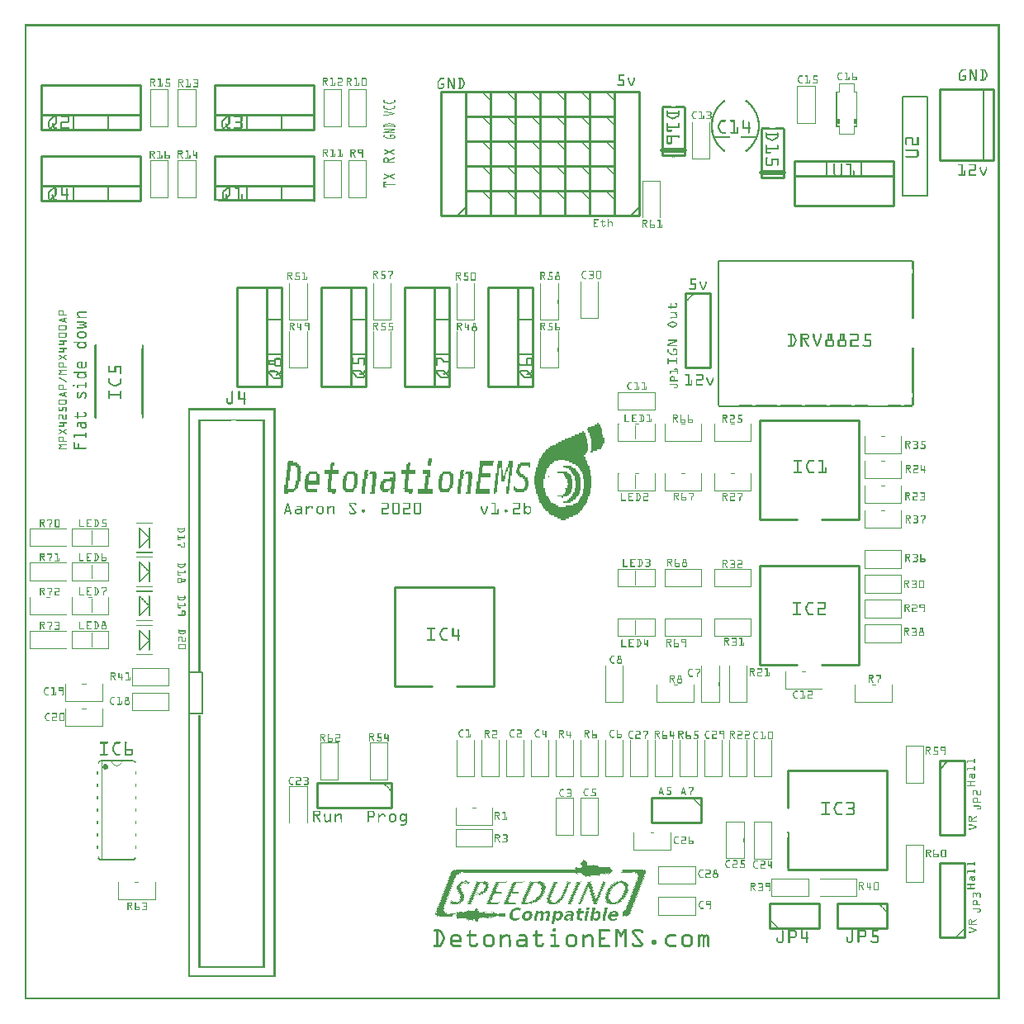
<source format=gto>
G04 MADE WITH FRITZING*
G04 WWW.FRITZING.ORG*
G04 DOUBLE SIDED*
G04 HOLES PLATED*
G04 CONTOUR ON CENTER OF CONTOUR VECTOR*
%ASAXBY*%
%FSLAX23Y23*%
%MOIN*%
%OFA0B0*%
%SFA1.0B1.0*%
%ADD10R,0.063000X0.173200X0.047000X0.157200*%
%ADD11C,0.008000*%
%ADD12C,0.010000*%
%ADD13C,0.006000*%
%ADD14C,0.002000*%
%ADD15C,0.005000*%
%ADD16C,0.020000*%
%ADD17R,0.001000X0.001000*%
%LNSILK1*%
G90*
G70*
G54D11*
X664Y1322D02*
X719Y1322D01*
X719Y1156D01*
X664Y1156D01*
X664Y1322D01*
D02*
G54D12*
X3369Y1352D02*
X3369Y1752D01*
D02*
X3369Y1752D02*
X2969Y1752D01*
D02*
X2969Y1752D02*
X2969Y1352D01*
D02*
X3369Y1352D02*
X3219Y1352D01*
D02*
X3119Y1352D02*
X2969Y1352D01*
D02*
X3369Y1939D02*
X3369Y2339D01*
D02*
X3369Y2339D02*
X2969Y2339D01*
D02*
X2969Y2339D02*
X2969Y1939D01*
D02*
X3369Y1939D02*
X3219Y1939D01*
D02*
X3119Y1939D02*
X2969Y1939D01*
G54D13*
D02*
X311Y564D02*
X435Y564D01*
D02*
X435Y964D02*
X311Y964D01*
G54D14*
D02*
X310Y964D02*
X310Y564D01*
G54D12*
D02*
X1894Y1264D02*
X1894Y1664D01*
D02*
X1894Y1664D02*
X1494Y1664D01*
D02*
X1494Y1664D02*
X1494Y1264D01*
D02*
X1894Y1264D02*
X1744Y1264D01*
D02*
X1644Y1264D02*
X1494Y1264D01*
D02*
X1782Y3164D02*
X1782Y3664D01*
D02*
X1782Y3664D02*
X1682Y3664D01*
D02*
X1682Y3664D02*
X1682Y3164D01*
D02*
X1682Y3164D02*
X1782Y3164D01*
G54D15*
D02*
X1782Y3199D02*
X1747Y3164D01*
G54D12*
D02*
X2482Y3164D02*
X2482Y3664D01*
D02*
X2482Y3664D02*
X2382Y3664D01*
D02*
X2382Y3664D02*
X2382Y3164D01*
D02*
X2382Y3164D02*
X2482Y3164D01*
G54D15*
D02*
X2482Y3199D02*
X2447Y3164D01*
G54D12*
D02*
X2282Y3664D02*
X2182Y3664D01*
D02*
X2182Y3664D02*
X2182Y3564D01*
D02*
X2182Y3564D02*
X2282Y3564D01*
D02*
X2282Y3564D02*
X2282Y3664D01*
D02*
X2282Y3564D02*
X2182Y3564D01*
D02*
X2182Y3564D02*
X2182Y3464D01*
D02*
X2182Y3464D02*
X2282Y3464D01*
D02*
X2282Y3464D02*
X2282Y3564D01*
D02*
X2282Y3464D02*
X2182Y3464D01*
D02*
X2182Y3464D02*
X2182Y3364D01*
D02*
X2182Y3364D02*
X2282Y3364D01*
D02*
X2282Y3364D02*
X2282Y3464D01*
D02*
X2082Y3464D02*
X1982Y3464D01*
D02*
X1982Y3464D02*
X1982Y3364D01*
D02*
X1982Y3364D02*
X2082Y3364D01*
D02*
X2082Y3364D02*
X2082Y3464D01*
D02*
X2082Y3664D02*
X1982Y3664D01*
D02*
X1982Y3664D02*
X1982Y3564D01*
D02*
X1982Y3564D02*
X2082Y3564D01*
D02*
X2082Y3564D02*
X2082Y3664D01*
D02*
X2082Y3564D02*
X1982Y3564D01*
D02*
X1982Y3564D02*
X1982Y3464D01*
D02*
X1982Y3464D02*
X2082Y3464D01*
D02*
X2082Y3464D02*
X2082Y3564D01*
D02*
X2082Y3264D02*
X1982Y3264D01*
D02*
X1982Y3264D02*
X1982Y3164D01*
D02*
X1982Y3164D02*
X2082Y3164D01*
D02*
X2082Y3164D02*
X2082Y3264D01*
D02*
X2082Y3364D02*
X1982Y3364D01*
D02*
X1982Y3364D02*
X1982Y3264D01*
D02*
X1982Y3264D02*
X2082Y3264D01*
D02*
X2082Y3264D02*
X2082Y3364D01*
D02*
X1882Y3564D02*
X1782Y3564D01*
D02*
X1782Y3564D02*
X1782Y3464D01*
D02*
X1782Y3464D02*
X1882Y3464D01*
D02*
X1882Y3464D02*
X1882Y3564D01*
D02*
X1882Y3664D02*
X1782Y3664D01*
D02*
X1782Y3664D02*
X1782Y3564D01*
D02*
X1782Y3564D02*
X1882Y3564D01*
D02*
X1882Y3564D02*
X1882Y3664D01*
D02*
X2382Y3264D02*
X2282Y3264D01*
D02*
X2282Y3264D02*
X2282Y3164D01*
D02*
X2282Y3164D02*
X2382Y3164D01*
D02*
X2382Y3164D02*
X2382Y3264D01*
D02*
X1982Y3664D02*
X1882Y3664D01*
D02*
X1882Y3664D02*
X1882Y3564D01*
D02*
X1882Y3564D02*
X1982Y3564D01*
D02*
X1982Y3564D02*
X1982Y3664D01*
D02*
X1982Y3464D02*
X1882Y3464D01*
D02*
X1882Y3464D02*
X1882Y3364D01*
D02*
X1882Y3364D02*
X1982Y3364D01*
D02*
X1982Y3364D02*
X1982Y3464D01*
D02*
X1982Y3264D02*
X1882Y3264D01*
D02*
X1882Y3264D02*
X1882Y3164D01*
D02*
X1882Y3164D02*
X1982Y3164D01*
D02*
X1982Y3164D02*
X1982Y3264D01*
D02*
X1982Y3364D02*
X1882Y3364D01*
D02*
X1882Y3364D02*
X1882Y3264D01*
D02*
X1882Y3264D02*
X1982Y3264D01*
D02*
X1982Y3264D02*
X1982Y3364D01*
D02*
X2382Y3664D02*
X2282Y3664D01*
D02*
X2282Y3664D02*
X2282Y3564D01*
D02*
X2282Y3564D02*
X2382Y3564D01*
D02*
X2382Y3564D02*
X2382Y3664D01*
D02*
X2382Y3564D02*
X2282Y3564D01*
D02*
X2282Y3564D02*
X2282Y3464D01*
D02*
X2282Y3464D02*
X2382Y3464D01*
D02*
X2382Y3464D02*
X2382Y3564D01*
D02*
X2382Y3464D02*
X2282Y3464D01*
D02*
X2282Y3464D02*
X2282Y3364D01*
D02*
X2282Y3364D02*
X2382Y3364D01*
D02*
X2382Y3364D02*
X2382Y3464D01*
D02*
X1882Y3264D02*
X1782Y3264D01*
D02*
X1782Y3264D02*
X1782Y3164D01*
D02*
X1782Y3164D02*
X1882Y3164D01*
D02*
X1882Y3164D02*
X1882Y3264D01*
D02*
X1882Y3364D02*
X1782Y3364D01*
D02*
X1782Y3364D02*
X1782Y3264D01*
D02*
X1782Y3264D02*
X1882Y3264D01*
D02*
X1882Y3264D02*
X1882Y3364D01*
D02*
X2182Y3464D02*
X2082Y3464D01*
D02*
X2082Y3464D02*
X2082Y3364D01*
D02*
X2082Y3364D02*
X2182Y3364D01*
D02*
X2182Y3364D02*
X2182Y3464D01*
D02*
X1982Y3564D02*
X1882Y3564D01*
D02*
X1882Y3564D02*
X1882Y3464D01*
D02*
X1882Y3464D02*
X1982Y3464D01*
D02*
X1982Y3464D02*
X1982Y3564D01*
D02*
X2182Y3264D02*
X2082Y3264D01*
D02*
X2082Y3264D02*
X2082Y3164D01*
D02*
X2082Y3164D02*
X2182Y3164D01*
D02*
X2182Y3164D02*
X2182Y3264D01*
D02*
X2182Y3364D02*
X2082Y3364D01*
D02*
X2082Y3364D02*
X2082Y3264D01*
D02*
X2082Y3264D02*
X2182Y3264D01*
D02*
X2182Y3264D02*
X2182Y3364D01*
D02*
X1482Y877D02*
X1182Y877D01*
D02*
X1182Y877D02*
X1182Y777D01*
D02*
X1182Y777D02*
X1482Y777D01*
D02*
X1482Y777D02*
X1482Y877D01*
D02*
X2182Y3664D02*
X2082Y3664D01*
D02*
X2082Y3664D02*
X2082Y3564D01*
D02*
X2082Y3564D02*
X2182Y3564D01*
D02*
X2182Y3564D02*
X2182Y3664D01*
D02*
X2182Y3564D02*
X2082Y3564D01*
D02*
X2082Y3564D02*
X2082Y3464D01*
D02*
X2082Y3464D02*
X2182Y3464D01*
D02*
X2182Y3464D02*
X2182Y3564D01*
D02*
X2382Y3364D02*
X2282Y3364D01*
D02*
X2282Y3364D02*
X2282Y3264D01*
D02*
X2282Y3264D02*
X2382Y3264D01*
D02*
X2382Y3264D02*
X2382Y3364D01*
D02*
X1882Y3464D02*
X1782Y3464D01*
D02*
X1782Y3464D02*
X1782Y3364D01*
D02*
X1782Y3364D02*
X1882Y3364D01*
D02*
X1882Y3364D02*
X1882Y3464D01*
D02*
X2282Y3264D02*
X2182Y3264D01*
D02*
X2182Y3264D02*
X2182Y3164D01*
D02*
X2182Y3164D02*
X2282Y3164D01*
D02*
X2282Y3164D02*
X2282Y3264D01*
D02*
X2282Y3364D02*
X2182Y3364D01*
D02*
X2182Y3364D02*
X2182Y3264D01*
D02*
X2182Y3264D02*
X2282Y3264D01*
D02*
X2282Y3264D02*
X2282Y3364D01*
D02*
X3082Y527D02*
X3482Y527D01*
D02*
X3482Y527D02*
X3482Y927D01*
D02*
X3482Y927D02*
X3082Y927D01*
D02*
X3082Y777D02*
X3082Y927D01*
D02*
X1377Y2877D02*
X1377Y2477D01*
D02*
X1377Y2477D02*
X1197Y2477D01*
D02*
X1197Y2477D02*
X1197Y2877D01*
D02*
X1197Y2877D02*
X1377Y2877D01*
D02*
X1377Y2877D02*
X1377Y2477D01*
D02*
X1377Y2477D02*
X1317Y2477D01*
D02*
X1317Y2477D02*
X1317Y2877D01*
D02*
X1317Y2877D02*
X1377Y2877D01*
G54D15*
D02*
X1377Y2747D02*
X1317Y2747D01*
D02*
X1377Y2607D02*
X1317Y2607D01*
G54D12*
D02*
X2052Y2877D02*
X2052Y2477D01*
D02*
X2052Y2477D02*
X1872Y2477D01*
D02*
X1872Y2477D02*
X1872Y2877D01*
D02*
X1872Y2877D02*
X2052Y2877D01*
D02*
X2052Y2877D02*
X2052Y2477D01*
D02*
X2052Y2477D02*
X1992Y2477D01*
D02*
X1992Y2477D02*
X1992Y2877D01*
D02*
X1992Y2877D02*
X2052Y2877D01*
G54D15*
D02*
X2052Y2747D02*
X1992Y2747D01*
D02*
X2052Y2607D02*
X1992Y2607D01*
G54D12*
D02*
X1714Y2877D02*
X1714Y2477D01*
D02*
X1714Y2477D02*
X1534Y2477D01*
D02*
X1534Y2477D02*
X1534Y2877D01*
D02*
X1534Y2877D02*
X1714Y2877D01*
D02*
X1714Y2877D02*
X1714Y2477D01*
D02*
X1714Y2477D02*
X1654Y2477D01*
D02*
X1654Y2477D02*
X1654Y2877D01*
D02*
X1654Y2877D02*
X1714Y2877D01*
G54D15*
D02*
X1714Y2747D02*
X1654Y2747D01*
D02*
X1714Y2607D02*
X1654Y2607D01*
G54D12*
D02*
X1039Y2877D02*
X1039Y2477D01*
D02*
X1039Y2477D02*
X859Y2477D01*
D02*
X859Y2477D02*
X859Y2877D01*
D02*
X859Y2877D02*
X1039Y2877D01*
D02*
X1039Y2877D02*
X1039Y2477D01*
D02*
X1039Y2477D02*
X979Y2477D01*
D02*
X979Y2477D02*
X979Y2877D01*
D02*
X979Y2877D02*
X1039Y2877D01*
G54D15*
D02*
X1039Y2747D02*
X979Y2747D01*
D02*
X1039Y2607D02*
X979Y2607D01*
G54D12*
D02*
X3794Y252D02*
X3794Y552D01*
D02*
X3794Y552D02*
X3694Y552D01*
D02*
X3694Y552D02*
X3694Y252D01*
D02*
X3694Y252D02*
X3794Y252D01*
D02*
X3694Y964D02*
X3694Y664D01*
D02*
X3694Y664D02*
X3794Y664D01*
D02*
X3794Y664D02*
X3794Y964D01*
D02*
X3794Y964D02*
X3694Y964D01*
G54D15*
D02*
X3694Y929D02*
X3729Y964D01*
G54D12*
D02*
X2669Y2852D02*
X2669Y2552D01*
D02*
X2669Y2552D02*
X2769Y2552D01*
D02*
X2769Y2552D02*
X2769Y2852D01*
D02*
X2769Y2852D02*
X2669Y2852D01*
D02*
X3007Y289D02*
X3207Y289D01*
D02*
X3207Y289D02*
X3207Y389D01*
D02*
X3207Y389D02*
X3007Y389D01*
D02*
X3007Y389D02*
X3007Y289D01*
D02*
X2732Y814D02*
X2532Y814D01*
D02*
X2532Y814D02*
X2532Y714D01*
D02*
X2532Y714D02*
X2732Y714D01*
D02*
X2732Y714D02*
X2732Y814D01*
D02*
X3482Y389D02*
X3282Y389D01*
D02*
X3282Y389D02*
X3282Y289D01*
D02*
X3282Y289D02*
X3482Y289D01*
D02*
X3482Y289D02*
X3482Y389D01*
D02*
X3107Y3384D02*
X3507Y3384D01*
D02*
X3507Y3384D02*
X3507Y3204D01*
D02*
X3507Y3204D02*
X3107Y3204D01*
D02*
X3107Y3204D02*
X3107Y3384D01*
D02*
X3107Y3384D02*
X3507Y3384D01*
D02*
X3507Y3384D02*
X3507Y3324D01*
D02*
X3507Y3324D02*
X3107Y3324D01*
D02*
X3107Y3324D02*
X3107Y3384D01*
G54D15*
D02*
X3237Y3384D02*
X3237Y3324D01*
D02*
X3377Y3384D02*
X3377Y3324D01*
G54D12*
D02*
X2574Y3408D02*
X2574Y3603D01*
D02*
X2664Y3603D02*
X2664Y3408D01*
D02*
X2664Y3408D02*
X2574Y3408D01*
G54D16*
D02*
X2664Y3428D02*
X2574Y3428D01*
G54D12*
D02*
X2974Y3320D02*
X2974Y3515D01*
D02*
X3064Y3515D02*
X3064Y3320D01*
D02*
X3064Y3320D02*
X2974Y3320D01*
G54D16*
D02*
X3064Y3340D02*
X2974Y3340D01*
G54D15*
D02*
X3544Y3244D02*
X3644Y3244D01*
D02*
X3644Y3244D02*
X3644Y3644D01*
D02*
X3644Y3644D02*
X3544Y3644D01*
D02*
X3544Y3644D02*
X3544Y3244D01*
G54D12*
D02*
X469Y3226D02*
X69Y3226D01*
D02*
X69Y3226D02*
X69Y3406D01*
D02*
X69Y3406D02*
X469Y3406D01*
D02*
X469Y3406D02*
X469Y3226D01*
D02*
X469Y3226D02*
X69Y3226D01*
D02*
X69Y3226D02*
X69Y3286D01*
D02*
X69Y3286D02*
X469Y3286D01*
D02*
X469Y3286D02*
X469Y3226D01*
G54D15*
D02*
X339Y3226D02*
X339Y3286D01*
D02*
X199Y3226D02*
X199Y3286D01*
G54D12*
D02*
X1169Y3513D02*
X769Y3513D01*
D02*
X769Y3513D02*
X769Y3693D01*
D02*
X769Y3693D02*
X1169Y3693D01*
D02*
X1169Y3693D02*
X1169Y3513D01*
D02*
X1169Y3513D02*
X769Y3513D01*
D02*
X769Y3513D02*
X769Y3573D01*
D02*
X769Y3573D02*
X1169Y3573D01*
D02*
X1169Y3573D02*
X1169Y3513D01*
G54D15*
D02*
X1039Y3513D02*
X1039Y3573D01*
D02*
X899Y3513D02*
X899Y3573D01*
G54D12*
D02*
X469Y3513D02*
X69Y3513D01*
D02*
X69Y3513D02*
X69Y3693D01*
D02*
X69Y3693D02*
X469Y3693D01*
D02*
X469Y3693D02*
X469Y3513D01*
D02*
X469Y3513D02*
X69Y3513D01*
D02*
X69Y3513D02*
X69Y3573D01*
D02*
X69Y3573D02*
X469Y3573D01*
D02*
X469Y3573D02*
X469Y3513D01*
G54D15*
D02*
X339Y3513D02*
X339Y3573D01*
D02*
X199Y3513D02*
X199Y3573D01*
G54D12*
D02*
X769Y3406D02*
X1169Y3406D01*
D02*
X1169Y3406D02*
X1169Y3226D01*
D02*
X769Y3286D02*
X1169Y3286D01*
D02*
X1169Y3286D02*
X1169Y3226D01*
G54D15*
D02*
X1039Y3226D02*
X1039Y3286D01*
D02*
X899Y3226D02*
X899Y3286D01*
G54D12*
D02*
X3694Y3676D02*
X3694Y3390D01*
D02*
X3694Y3390D02*
X3910Y3390D01*
D02*
X3910Y3390D02*
X3910Y3676D01*
D02*
X3910Y3676D02*
X3694Y3676D01*
G54D15*
D02*
X3870Y3390D02*
X3870Y3676D01*
G36*
X2310Y2329D02*
X2310Y2323D01*
X2301Y2323D01*
X2301Y2317D01*
X2288Y2317D01*
X2288Y2312D01*
X2275Y2312D01*
X2275Y2306D01*
X2271Y2306D01*
X2271Y2300D01*
X2275Y2300D01*
X2275Y2288D01*
X2280Y2288D01*
X2280Y2276D01*
X2284Y2276D01*
X2284Y2264D01*
X2288Y2264D01*
X2288Y2216D01*
X2284Y2216D01*
X2284Y2210D01*
X2293Y2210D01*
X2293Y2216D01*
X2310Y2216D01*
X2310Y2222D01*
X2327Y2222D01*
X2327Y2228D01*
X2331Y2228D01*
X2331Y2234D01*
X2336Y2234D01*
X2336Y2246D01*
X2340Y2246D01*
X2340Y2270D01*
X2336Y2270D01*
X2336Y2282D01*
X2331Y2282D01*
X2331Y2306D01*
X2327Y2306D01*
X2327Y2312D01*
X2323Y2312D01*
X2323Y2323D01*
X2318Y2323D01*
X2318Y2329D01*
X2310Y2329D01*
G37*
D02*
G36*
X2250Y2294D02*
X2250Y2288D01*
X2237Y2288D01*
X2237Y2282D01*
X2220Y2282D01*
X2220Y2276D01*
X2207Y2276D01*
X2207Y2270D01*
X2194Y2270D01*
X2194Y2264D01*
X2181Y2264D01*
X2181Y2258D01*
X2168Y2258D01*
X2168Y2252D01*
X2155Y2252D01*
X2155Y2246D01*
X2143Y2246D01*
X2143Y2240D01*
X2130Y2240D01*
X2130Y2234D01*
X2121Y2234D01*
X2121Y2228D01*
X2113Y2228D01*
X2113Y2222D01*
X2104Y2222D01*
X2104Y2216D01*
X2100Y2216D01*
X2100Y2210D01*
X2095Y2210D01*
X2095Y2204D01*
X2091Y2204D01*
X2091Y2198D01*
X2087Y2198D01*
X2087Y2192D01*
X2083Y2192D01*
X2083Y2186D01*
X2078Y2186D01*
X2078Y2180D01*
X2181Y2180D01*
X2181Y2174D01*
X2198Y2174D01*
X2198Y2168D01*
X2211Y2168D01*
X2211Y2162D01*
X2224Y2162D01*
X2224Y2156D01*
X2233Y2156D01*
X2233Y2150D01*
X2237Y2150D01*
X2237Y2144D01*
X2241Y2144D01*
X2241Y2139D01*
X2245Y2139D01*
X2245Y2133D01*
X2250Y2133D01*
X2250Y2121D01*
X2254Y2121D01*
X2254Y2103D01*
X2258Y2103D01*
X2258Y2061D01*
X2254Y2061D01*
X2254Y2043D01*
X2250Y2043D01*
X2250Y2031D01*
X2245Y2031D01*
X2245Y2025D01*
X2241Y2025D01*
X2241Y2019D01*
X2237Y2019D01*
X2237Y2013D01*
X2233Y2013D01*
X2233Y2007D01*
X2224Y2007D01*
X2224Y2001D01*
X2215Y2001D01*
X2215Y1995D01*
X2185Y1995D01*
X2185Y1989D01*
X2258Y1989D01*
X2258Y1995D01*
X2263Y1995D01*
X2263Y2001D01*
X2267Y2001D01*
X2267Y2007D01*
X2271Y2007D01*
X2271Y2019D01*
X2275Y2019D01*
X2275Y2031D01*
X2280Y2031D01*
X2280Y2043D01*
X2284Y2043D01*
X2284Y2067D01*
X2288Y2067D01*
X2288Y2115D01*
X2284Y2115D01*
X2284Y2139D01*
X2280Y2139D01*
X2280Y2156D01*
X2275Y2156D01*
X2275Y2162D01*
X2271Y2162D01*
X2271Y2174D01*
X2267Y2174D01*
X2267Y2180D01*
X2263Y2180D01*
X2263Y2192D01*
X2258Y2192D01*
X2258Y2198D01*
X2263Y2198D01*
X2263Y2204D01*
X2267Y2204D01*
X2267Y2210D01*
X2271Y2210D01*
X2271Y2216D01*
X2275Y2216D01*
X2275Y2246D01*
X2271Y2246D01*
X2271Y2264D01*
X2267Y2264D01*
X2267Y2276D01*
X2263Y2276D01*
X2263Y2288D01*
X2258Y2288D01*
X2258Y2294D01*
X2250Y2294D01*
G37*
D02*
G36*
X2078Y2180D02*
X2078Y2174D01*
X2074Y2174D01*
X2074Y2162D01*
X2070Y2162D01*
X2070Y2150D01*
X2065Y2150D01*
X2065Y2133D01*
X2061Y2133D01*
X2061Y2115D01*
X2057Y2115D01*
X2057Y2079D01*
X2061Y2079D01*
X2061Y2061D01*
X2065Y2061D01*
X2065Y2043D01*
X2070Y2043D01*
X2070Y2031D01*
X2074Y2031D01*
X2074Y2019D01*
X2078Y2019D01*
X2078Y2007D01*
X2083Y2007D01*
X2083Y2001D01*
X2087Y2001D01*
X2087Y1995D01*
X2091Y1995D01*
X2091Y1989D01*
X2155Y1989D01*
X2155Y1995D01*
X2143Y1995D01*
X2143Y2001D01*
X2134Y2001D01*
X2134Y2007D01*
X2125Y2007D01*
X2125Y2013D01*
X2121Y2013D01*
X2121Y2019D01*
X2117Y2019D01*
X2117Y2025D01*
X2113Y2025D01*
X2113Y2031D01*
X2108Y2031D01*
X2108Y2037D01*
X2104Y2037D01*
X2104Y2049D01*
X2100Y2049D01*
X2100Y2067D01*
X2095Y2067D01*
X2095Y2103D01*
X2100Y2103D01*
X2100Y2121D01*
X2104Y2121D01*
X2104Y2133D01*
X2108Y2133D01*
X2108Y2144D01*
X2113Y2144D01*
X2113Y2150D01*
X2117Y2150D01*
X2117Y2156D01*
X2121Y2156D01*
X2121Y2162D01*
X2130Y2162D01*
X2130Y2168D01*
X2138Y2168D01*
X2138Y2174D01*
X2155Y2174D01*
X2155Y2180D01*
X2078Y2180D01*
G37*
D02*
G36*
X2095Y1989D02*
X2095Y1983D01*
X2254Y1983D01*
X2254Y1989D01*
X2095Y1989D01*
G37*
D02*
G36*
X2095Y1989D02*
X2095Y1983D01*
X2254Y1983D01*
X2254Y1989D01*
X2095Y1989D01*
G37*
D02*
G36*
X2100Y1983D02*
X2100Y1977D01*
X2104Y1977D01*
X2104Y1971D01*
X2113Y1971D01*
X2113Y1966D01*
X2117Y1966D01*
X2117Y1960D01*
X2125Y1960D01*
X2125Y1954D01*
X2138Y1954D01*
X2138Y1948D01*
X2151Y1948D01*
X2151Y1942D01*
X2164Y1942D01*
X2164Y1936D01*
X2185Y1936D01*
X2185Y1942D01*
X2198Y1942D01*
X2198Y1948D01*
X2215Y1948D01*
X2215Y1954D01*
X2224Y1954D01*
X2224Y1960D01*
X2233Y1960D01*
X2233Y1966D01*
X2241Y1966D01*
X2241Y1971D01*
X2245Y1971D01*
X2245Y1977D01*
X2250Y1977D01*
X2250Y1983D01*
X2100Y1983D01*
G37*
D02*
G36*
X1632Y2186D02*
X1632Y2174D01*
X1628Y2174D01*
X1628Y2156D01*
X1641Y2156D01*
X1641Y2168D01*
X1645Y2168D01*
X1645Y2186D01*
X1632Y2186D01*
G37*
D02*
G36*
X1066Y2174D02*
X1066Y2168D01*
X1062Y2168D01*
X1062Y2156D01*
X1096Y2156D01*
X1096Y2150D01*
X1101Y2150D01*
X1101Y2097D01*
X1096Y2097D01*
X1096Y2079D01*
X1092Y2079D01*
X1092Y2067D01*
X1088Y2067D01*
X1088Y2061D01*
X1101Y2061D01*
X1101Y2067D01*
X1105Y2067D01*
X1105Y2079D01*
X1109Y2079D01*
X1109Y2091D01*
X1113Y2091D01*
X1113Y2127D01*
X1118Y2127D01*
X1118Y2133D01*
X1113Y2133D01*
X1113Y2156D01*
X1109Y2156D01*
X1109Y2162D01*
X1101Y2162D01*
X1101Y2168D01*
X1083Y2168D01*
X1083Y2174D01*
X1066Y2174D01*
G37*
D02*
G36*
X1062Y2156D02*
X1062Y2139D01*
X1058Y2139D01*
X1058Y2109D01*
X1053Y2109D01*
X1053Y2079D01*
X1049Y2079D01*
X1049Y2061D01*
X1062Y2061D01*
X1062Y2067D01*
X1066Y2067D01*
X1066Y2097D01*
X1071Y2097D01*
X1071Y2133D01*
X1075Y2133D01*
X1075Y2156D01*
X1062Y2156D01*
G37*
D02*
G36*
X1049Y2061D02*
X1049Y2055D01*
X1096Y2055D01*
X1096Y2061D01*
X1049Y2061D01*
G37*
D02*
G36*
X1049Y2061D02*
X1049Y2055D01*
X1096Y2055D01*
X1096Y2061D01*
X1049Y2061D01*
G37*
D02*
G36*
X1049Y2055D02*
X1049Y2043D01*
X1066Y2043D01*
X1066Y2049D01*
X1088Y2049D01*
X1088Y2055D01*
X1049Y2055D01*
G37*
D02*
G36*
X1838Y2174D02*
X1838Y2150D01*
X1834Y2150D01*
X1834Y2121D01*
X1830Y2121D01*
X1830Y2091D01*
X1825Y2091D01*
X1825Y2061D01*
X1821Y2061D01*
X1821Y2043D01*
X1877Y2043D01*
X1877Y2061D01*
X1838Y2061D01*
X1838Y2085D01*
X1842Y2085D01*
X1842Y2109D01*
X1881Y2109D01*
X1881Y2127D01*
X1847Y2127D01*
X1847Y2150D01*
X1851Y2150D01*
X1851Y2156D01*
X1890Y2156D01*
X1890Y2168D01*
X1894Y2168D01*
X1894Y2174D01*
X1838Y2174D01*
G37*
D02*
G36*
X1911Y2174D02*
X1911Y2162D01*
X1907Y2162D01*
X1907Y2150D01*
X1924Y2150D01*
X1924Y2115D01*
X1932Y2115D01*
X1932Y2139D01*
X1928Y2139D01*
X1928Y2174D01*
X1911Y2174D01*
G37*
D02*
G36*
X1954Y2174D02*
X1954Y2162D01*
X1950Y2162D01*
X1950Y2150D01*
X1958Y2150D01*
X1958Y2133D01*
X1954Y2133D01*
X1954Y2103D01*
X1950Y2103D01*
X1950Y2073D01*
X1945Y2073D01*
X1945Y2043D01*
X1954Y2043D01*
X1954Y2055D01*
X1958Y2055D01*
X1958Y2085D01*
X1962Y2085D01*
X1962Y2115D01*
X1967Y2115D01*
X1967Y2150D01*
X1971Y2150D01*
X1971Y2174D01*
X1954Y2174D01*
G37*
D02*
G36*
X1907Y2150D02*
X1907Y2127D01*
X1902Y2127D01*
X1902Y2097D01*
X1898Y2097D01*
X1898Y2067D01*
X1894Y2067D01*
X1894Y2043D01*
X1902Y2043D01*
X1902Y2049D01*
X1907Y2049D01*
X1907Y2079D01*
X1911Y2079D01*
X1911Y2115D01*
X1915Y2115D01*
X1915Y2144D01*
X1920Y2144D01*
X1920Y2150D01*
X1907Y2150D01*
G37*
D02*
G36*
X1945Y2150D02*
X1945Y2139D01*
X1941Y2139D01*
X1941Y2127D01*
X1937Y2127D01*
X1937Y2115D01*
X1941Y2115D01*
X1941Y2121D01*
X1945Y2121D01*
X1945Y2133D01*
X1950Y2133D01*
X1950Y2144D01*
X1954Y2144D01*
X1954Y2150D01*
X1945Y2150D01*
G37*
D02*
G36*
X1924Y2115D02*
X1924Y2109D01*
X1941Y2109D01*
X1941Y2115D01*
X1924Y2115D01*
G37*
D02*
G36*
X1924Y2115D02*
X1924Y2109D01*
X1941Y2109D01*
X1941Y2115D01*
X1924Y2115D01*
G37*
D02*
G36*
X1924Y2109D02*
X1924Y2091D01*
X1937Y2091D01*
X1937Y2103D01*
X1941Y2103D01*
X1941Y2109D01*
X1924Y2109D01*
G37*
D02*
G36*
X1238Y2168D02*
X1238Y2162D01*
X1234Y2162D01*
X1234Y2139D01*
X1212Y2139D01*
X1212Y2121D01*
X1229Y2121D01*
X1229Y2103D01*
X1225Y2103D01*
X1225Y2067D01*
X1221Y2067D01*
X1221Y2061D01*
X1225Y2061D01*
X1225Y2049D01*
X1242Y2049D01*
X1242Y2043D01*
X1255Y2043D01*
X1255Y2049D01*
X1259Y2049D01*
X1259Y2061D01*
X1238Y2061D01*
X1238Y2097D01*
X1242Y2097D01*
X1242Y2121D01*
X1268Y2121D01*
X1268Y2139D01*
X1246Y2139D01*
X1246Y2156D01*
X1251Y2156D01*
X1251Y2168D01*
X1238Y2168D01*
G37*
D02*
G36*
X1547Y2168D02*
X1547Y2162D01*
X1542Y2162D01*
X1542Y2139D01*
X1521Y2139D01*
X1521Y2121D01*
X1538Y2121D01*
X1538Y2103D01*
X1534Y2103D01*
X1534Y2067D01*
X1529Y2067D01*
X1529Y2061D01*
X1534Y2061D01*
X1534Y2049D01*
X1551Y2049D01*
X1551Y2043D01*
X1564Y2043D01*
X1564Y2049D01*
X1568Y2049D01*
X1568Y2061D01*
X1547Y2061D01*
X1547Y2097D01*
X1551Y2097D01*
X1551Y2121D01*
X1577Y2121D01*
X1577Y2139D01*
X1555Y2139D01*
X1555Y2156D01*
X1559Y2156D01*
X1559Y2168D01*
X1547Y2168D01*
G37*
D02*
G36*
X2173Y2156D02*
X2173Y2150D01*
X2185Y2150D01*
X2185Y2144D01*
X2198Y2144D01*
X2198Y2139D01*
X2203Y2139D01*
X2203Y2133D01*
X2207Y2133D01*
X2207Y2127D01*
X2211Y2127D01*
X2211Y2121D01*
X2215Y2121D01*
X2215Y2115D01*
X2220Y2115D01*
X2220Y2097D01*
X2224Y2097D01*
X2224Y2067D01*
X2220Y2067D01*
X2220Y2049D01*
X2215Y2049D01*
X2215Y2043D01*
X2211Y2043D01*
X2211Y2031D01*
X2203Y2031D01*
X2203Y2025D01*
X2198Y2025D01*
X2198Y2019D01*
X2190Y2019D01*
X2190Y2013D01*
X2173Y2013D01*
X2173Y2007D01*
X2203Y2007D01*
X2203Y2013D01*
X2215Y2013D01*
X2215Y2019D01*
X2224Y2019D01*
X2224Y2025D01*
X2228Y2025D01*
X2228Y2031D01*
X2233Y2031D01*
X2233Y2037D01*
X2237Y2037D01*
X2237Y2043D01*
X2241Y2043D01*
X2241Y2055D01*
X2245Y2055D01*
X2245Y2109D01*
X2241Y2109D01*
X2241Y2121D01*
X2237Y2121D01*
X2237Y2127D01*
X2233Y2127D01*
X2233Y2133D01*
X2228Y2133D01*
X2228Y2139D01*
X2224Y2139D01*
X2224Y2144D01*
X2215Y2144D01*
X2215Y2150D01*
X2207Y2150D01*
X2207Y2156D01*
X2173Y2156D01*
G37*
D02*
G36*
X1375Y2139D02*
X1375Y2133D01*
X1371Y2133D01*
X1371Y2103D01*
X1366Y2103D01*
X1366Y2073D01*
X1362Y2073D01*
X1362Y2043D01*
X1375Y2043D01*
X1375Y2073D01*
X1379Y2073D01*
X1379Y2103D01*
X1384Y2103D01*
X1384Y2115D01*
X1388Y2115D01*
X1388Y2121D01*
X1384Y2121D01*
X1384Y2133D01*
X1388Y2133D01*
X1388Y2139D01*
X1375Y2139D01*
G37*
D02*
G36*
X1607Y2139D02*
X1607Y2121D01*
X1624Y2121D01*
X1624Y2115D01*
X1619Y2115D01*
X1619Y2085D01*
X1615Y2085D01*
X1615Y2061D01*
X1589Y2061D01*
X1589Y2043D01*
X1649Y2043D01*
X1649Y2061D01*
X1628Y2061D01*
X1628Y2079D01*
X1632Y2079D01*
X1632Y2109D01*
X1637Y2109D01*
X1637Y2139D01*
X1607Y2139D01*
G37*
D02*
G36*
X1761Y2139D02*
X1761Y2133D01*
X1757Y2133D01*
X1757Y2103D01*
X1752Y2103D01*
X1752Y2073D01*
X1748Y2073D01*
X1748Y2043D01*
X1761Y2043D01*
X1761Y2073D01*
X1765Y2073D01*
X1765Y2103D01*
X1770Y2103D01*
X1770Y2115D01*
X1774Y2115D01*
X1774Y2121D01*
X1770Y2121D01*
X1770Y2133D01*
X1774Y2133D01*
X1774Y2139D01*
X1761Y2139D01*
G37*
D02*
G36*
X1148Y2133D02*
X1148Y2127D01*
X1143Y2127D01*
X1143Y2121D01*
X1178Y2121D01*
X1178Y2097D01*
X1191Y2097D01*
X1191Y2121D01*
X1186Y2121D01*
X1186Y2127D01*
X1182Y2127D01*
X1182Y2133D01*
X1148Y2133D01*
G37*
D02*
G36*
X1139Y2121D02*
X1139Y2115D01*
X1135Y2115D01*
X1135Y2103D01*
X1131Y2103D01*
X1131Y2097D01*
X1148Y2097D01*
X1148Y2115D01*
X1152Y2115D01*
X1152Y2121D01*
X1139Y2121D01*
G37*
D02*
G36*
X1131Y2097D02*
X1131Y2091D01*
X1191Y2091D01*
X1191Y2097D01*
X1131Y2097D01*
G37*
D02*
G36*
X1131Y2097D02*
X1131Y2091D01*
X1191Y2091D01*
X1191Y2097D01*
X1131Y2097D01*
G37*
D02*
G36*
X1131Y2091D02*
X1131Y2061D01*
X1135Y2061D01*
X1135Y2055D01*
X1139Y2055D01*
X1139Y2049D01*
X1182Y2049D01*
X1182Y2061D01*
X1143Y2061D01*
X1143Y2079D01*
X1191Y2079D01*
X1191Y2091D01*
X1131Y2091D01*
G37*
D02*
G36*
X1302Y2133D02*
X1302Y2127D01*
X1298Y2127D01*
X1298Y2121D01*
X1328Y2121D01*
X1328Y2115D01*
X1332Y2115D01*
X1332Y2079D01*
X1328Y2079D01*
X1328Y2067D01*
X1324Y2067D01*
X1324Y2061D01*
X1336Y2061D01*
X1336Y2067D01*
X1341Y2067D01*
X1341Y2079D01*
X1345Y2079D01*
X1345Y2121D01*
X1341Y2121D01*
X1341Y2127D01*
X1336Y2127D01*
X1336Y2133D01*
X1302Y2133D01*
G37*
D02*
G36*
X1294Y2121D02*
X1294Y2115D01*
X1289Y2115D01*
X1289Y2103D01*
X1285Y2103D01*
X1285Y2061D01*
X1302Y2061D01*
X1302Y2067D01*
X1298Y2067D01*
X1298Y2097D01*
X1302Y2097D01*
X1302Y2115D01*
X1306Y2115D01*
X1306Y2121D01*
X1294Y2121D01*
G37*
D02*
G36*
X1289Y2061D02*
X1289Y2055D01*
X1332Y2055D01*
X1332Y2061D01*
X1289Y2061D01*
G37*
D02*
G36*
X1289Y2061D02*
X1289Y2055D01*
X1332Y2055D01*
X1332Y2061D01*
X1289Y2061D01*
G37*
D02*
G36*
X1294Y2055D02*
X1294Y2049D01*
X1328Y2049D01*
X1328Y2055D01*
X1294Y2055D01*
G37*
D02*
G36*
X1396Y2133D02*
X1396Y2127D01*
X1392Y2127D01*
X1392Y2121D01*
X1405Y2121D01*
X1405Y2079D01*
X1401Y2079D01*
X1401Y2049D01*
X1396Y2049D01*
X1396Y2043D01*
X1414Y2043D01*
X1414Y2073D01*
X1418Y2073D01*
X1418Y2103D01*
X1422Y2103D01*
X1422Y2127D01*
X1418Y2127D01*
X1418Y2133D01*
X1396Y2133D01*
G37*
D02*
G36*
X1452Y2133D02*
X1452Y2121D01*
X1487Y2121D01*
X1487Y2109D01*
X1474Y2109D01*
X1474Y2103D01*
X1448Y2103D01*
X1448Y2097D01*
X1444Y2097D01*
X1444Y2091D01*
X1482Y2091D01*
X1482Y2073D01*
X1478Y2073D01*
X1478Y2067D01*
X1474Y2067D01*
X1474Y2061D01*
X1478Y2061D01*
X1478Y2043D01*
X1491Y2043D01*
X1491Y2061D01*
X1495Y2061D01*
X1495Y2091D01*
X1499Y2091D01*
X1499Y2127D01*
X1495Y2127D01*
X1495Y2133D01*
X1452Y2133D01*
G37*
D02*
G36*
X1439Y2091D02*
X1439Y2079D01*
X1435Y2079D01*
X1435Y2061D01*
X1452Y2061D01*
X1452Y2085D01*
X1457Y2085D01*
X1457Y2091D01*
X1439Y2091D01*
G37*
D02*
G36*
X1439Y2061D02*
X1439Y2055D01*
X1444Y2055D01*
X1444Y2049D01*
X1469Y2049D01*
X1469Y2055D01*
X1474Y2055D01*
X1474Y2061D01*
X1439Y2061D01*
G37*
D02*
G36*
X1688Y2133D02*
X1688Y2127D01*
X1684Y2127D01*
X1684Y2121D01*
X1714Y2121D01*
X1714Y2115D01*
X1718Y2115D01*
X1718Y2079D01*
X1714Y2079D01*
X1714Y2067D01*
X1709Y2067D01*
X1709Y2061D01*
X1722Y2061D01*
X1722Y2067D01*
X1727Y2067D01*
X1727Y2079D01*
X1731Y2079D01*
X1731Y2121D01*
X1727Y2121D01*
X1727Y2127D01*
X1722Y2127D01*
X1722Y2133D01*
X1688Y2133D01*
G37*
D02*
G36*
X1679Y2121D02*
X1679Y2115D01*
X1675Y2115D01*
X1675Y2103D01*
X1671Y2103D01*
X1671Y2061D01*
X1688Y2061D01*
X1688Y2067D01*
X1684Y2067D01*
X1684Y2097D01*
X1688Y2097D01*
X1688Y2115D01*
X1692Y2115D01*
X1692Y2121D01*
X1679Y2121D01*
G37*
D02*
G36*
X1675Y2061D02*
X1675Y2055D01*
X1718Y2055D01*
X1718Y2061D01*
X1675Y2061D01*
G37*
D02*
G36*
X1675Y2061D02*
X1675Y2055D01*
X1718Y2055D01*
X1718Y2061D01*
X1675Y2061D01*
G37*
D02*
G36*
X1679Y2055D02*
X1679Y2049D01*
X1714Y2049D01*
X1714Y2055D01*
X1679Y2055D01*
G37*
D02*
G36*
X1782Y2133D02*
X1782Y2127D01*
X1778Y2127D01*
X1778Y2121D01*
X1791Y2121D01*
X1791Y2079D01*
X1787Y2079D01*
X1787Y2049D01*
X1782Y2049D01*
X1782Y2043D01*
X1800Y2043D01*
X1800Y2073D01*
X1804Y2073D01*
X1804Y2103D01*
X1808Y2103D01*
X1808Y2127D01*
X1804Y2127D01*
X1804Y2133D01*
X1782Y2133D01*
G37*
D02*
G36*
X2151Y2133D02*
X2151Y2127D01*
X2173Y2127D01*
X2173Y2121D01*
X2177Y2121D01*
X2177Y2115D01*
X2181Y2115D01*
X2181Y2109D01*
X2185Y2109D01*
X2185Y2103D01*
X2190Y2103D01*
X2190Y2085D01*
X2194Y2085D01*
X2194Y2079D01*
X2190Y2079D01*
X2190Y2067D01*
X2181Y2067D01*
X2181Y2061D01*
X2185Y2061D01*
X2185Y2049D01*
X2181Y2049D01*
X2181Y2043D01*
X2173Y2043D01*
X2173Y2037D01*
X2151Y2037D01*
X2151Y2031D01*
X2168Y2031D01*
X2168Y2025D01*
X2173Y2025D01*
X2173Y2031D01*
X2190Y2031D01*
X2190Y2037D01*
X2198Y2037D01*
X2198Y2043D01*
X2203Y2043D01*
X2203Y2049D01*
X2207Y2049D01*
X2207Y2061D01*
X2211Y2061D01*
X2211Y2103D01*
X2207Y2103D01*
X2207Y2115D01*
X2203Y2115D01*
X2203Y2121D01*
X2198Y2121D01*
X2198Y2127D01*
X2190Y2127D01*
X2190Y2133D01*
X2151Y2133D01*
G37*
D02*
G36*
X2113Y2115D02*
X2113Y2109D01*
X2117Y2109D01*
X2117Y2115D01*
X2113Y2115D01*
G37*
D02*
G36*
X2001Y2168D02*
X2001Y2162D01*
X1992Y2162D01*
X1992Y2156D01*
X2035Y2156D01*
X2035Y2150D01*
X2040Y2150D01*
X2040Y2168D01*
X2001Y2168D01*
G37*
D02*
G36*
X1992Y2156D02*
X1992Y2150D01*
X1988Y2150D01*
X1988Y2139D01*
X1984Y2139D01*
X1984Y2127D01*
X1988Y2127D01*
X1988Y2121D01*
X1992Y2121D01*
X1992Y2115D01*
X1997Y2115D01*
X1997Y2109D01*
X2010Y2109D01*
X2010Y2103D01*
X2018Y2103D01*
X2018Y2091D01*
X2022Y2091D01*
X2022Y2073D01*
X2018Y2073D01*
X2018Y2067D01*
X2014Y2067D01*
X2014Y2061D01*
X2031Y2061D01*
X2031Y2073D01*
X2035Y2073D01*
X2035Y2097D01*
X2031Y2097D01*
X2031Y2109D01*
X2022Y2109D01*
X2022Y2115D01*
X2014Y2115D01*
X2014Y2121D01*
X2005Y2121D01*
X2005Y2127D01*
X2001Y2127D01*
X2001Y2133D01*
X1997Y2133D01*
X1997Y2144D01*
X2001Y2144D01*
X2001Y2150D01*
X2005Y2150D01*
X2005Y2156D01*
X1992Y2156D01*
G37*
D02*
G36*
X1975Y2073D02*
X1975Y2061D01*
X1988Y2061D01*
X1988Y2067D01*
X1980Y2067D01*
X1980Y2073D01*
X1975Y2073D01*
G37*
D02*
G36*
X1975Y2061D02*
X1975Y2055D01*
X2027Y2055D01*
X2027Y2061D01*
X1975Y2061D01*
G37*
D02*
G36*
X1975Y2061D02*
X1975Y2055D01*
X2027Y2055D01*
X2027Y2061D01*
X1975Y2061D01*
G37*
D02*
G36*
X1980Y2055D02*
X1980Y2049D01*
X2018Y2049D01*
X2018Y2055D01*
X1980Y2055D01*
G37*
D02*
G36*
X2254Y564D02*
X2254Y563D01*
X2257Y563D01*
X2257Y564D01*
X2254Y564D01*
G37*
D02*
G36*
X2253Y563D02*
X2253Y562D01*
X2254Y562D01*
X2254Y563D01*
X2253Y563D01*
G37*
D02*
G36*
X2257Y563D02*
X2257Y562D01*
X2258Y562D01*
X2258Y563D01*
X2257Y563D01*
G37*
D02*
G36*
X2252Y562D02*
X2252Y561D01*
X2253Y561D01*
X2253Y562D01*
X2252Y562D01*
G37*
D02*
G36*
X2258Y562D02*
X2258Y561D01*
X2259Y561D01*
X2259Y562D01*
X2258Y562D01*
G37*
D02*
G36*
X2251Y561D02*
X2251Y560D01*
X2252Y560D01*
X2252Y561D01*
X2251Y561D01*
G37*
D02*
G36*
X2259Y561D02*
X2259Y560D01*
X2263Y560D01*
X2263Y559D01*
X2264Y559D01*
X2264Y561D01*
X2259Y561D01*
G37*
D02*
G36*
X2250Y560D02*
X2250Y559D01*
X2251Y559D01*
X2251Y560D01*
X2250Y560D01*
G37*
D02*
G36*
X2249Y559D02*
X2249Y558D01*
X2250Y558D01*
X2250Y559D01*
X2249Y559D01*
G37*
D02*
G36*
X2264Y559D02*
X2264Y558D01*
X2266Y558D01*
X2266Y557D01*
X2267Y557D01*
X2267Y555D01*
X2268Y555D01*
X2268Y554D01*
X2269Y554D01*
X2269Y546D01*
X2270Y546D01*
X2270Y555D01*
X2269Y555D01*
X2269Y557D01*
X2268Y557D01*
X2268Y558D01*
X2267Y558D01*
X2267Y559D01*
X2264Y559D01*
G37*
D02*
G36*
X2248Y558D02*
X2248Y557D01*
X2249Y557D01*
X2249Y558D01*
X2248Y558D01*
G37*
D02*
G36*
X2247Y557D02*
X2247Y555D01*
X2248Y555D01*
X2248Y557D01*
X2247Y557D01*
G37*
D02*
G36*
X2245Y555D02*
X2245Y554D01*
X2247Y554D01*
X2247Y555D01*
X2245Y555D01*
G37*
D02*
G36*
X2244Y554D02*
X2244Y553D01*
X2245Y553D01*
X2245Y554D01*
X2244Y554D01*
G37*
D02*
G36*
X2242Y553D02*
X2242Y552D01*
X2241Y552D01*
X2241Y551D01*
X2240Y551D01*
X2240Y548D01*
X2241Y548D01*
X2241Y550D01*
X2242Y550D01*
X2242Y551D01*
X2243Y551D01*
X2243Y552D01*
X2244Y552D01*
X2244Y553D01*
X2242Y553D01*
G37*
D02*
G36*
X2241Y548D02*
X2241Y546D01*
X2242Y546D01*
X2242Y548D01*
X2241Y548D01*
G37*
D02*
G36*
X2242Y546D02*
X2242Y545D01*
X2243Y545D01*
X2243Y546D01*
X2242Y546D01*
G37*
D02*
G36*
X2270Y546D02*
X2270Y545D01*
X2271Y545D01*
X2271Y546D01*
X2270Y546D01*
G37*
D02*
G36*
X2243Y545D02*
X2243Y544D01*
X2244Y544D01*
X2244Y545D01*
X2243Y545D01*
G37*
D02*
G36*
X2271Y545D02*
X2271Y544D01*
X2283Y544D01*
X2283Y545D01*
X2271Y545D01*
G37*
D02*
G36*
X2297Y545D02*
X2297Y544D01*
X2315Y544D01*
X2315Y545D01*
X2297Y545D01*
G37*
D02*
G36*
X2244Y544D02*
X2244Y543D01*
X2245Y543D01*
X2245Y544D01*
X2244Y544D01*
G37*
D02*
G36*
X2283Y544D02*
X2283Y543D01*
X2285Y543D01*
X2285Y544D01*
X2283Y544D01*
G37*
D02*
G36*
X2296Y544D02*
X2296Y543D01*
X2297Y543D01*
X2297Y544D01*
X2296Y544D01*
G37*
D02*
G36*
X2315Y544D02*
X2315Y543D01*
X2316Y543D01*
X2316Y544D01*
X2315Y544D01*
G37*
D02*
G36*
X2245Y543D02*
X2245Y542D01*
X2247Y542D01*
X2247Y543D01*
X2245Y543D01*
G37*
D02*
G36*
X2285Y543D02*
X2285Y542D01*
X2296Y542D01*
X2296Y543D01*
X2285Y543D01*
G37*
D02*
G36*
X2316Y543D02*
X2316Y542D01*
X2317Y542D01*
X2317Y543D01*
X2316Y543D01*
G37*
D02*
G36*
X2247Y542D02*
X2247Y541D01*
X2248Y541D01*
X2248Y542D01*
X2247Y542D01*
G37*
D02*
G36*
X2317Y542D02*
X2317Y541D01*
X2318Y541D01*
X2318Y542D01*
X2317Y542D01*
G37*
D02*
G36*
X2248Y541D02*
X2248Y540D01*
X2249Y540D01*
X2249Y541D01*
X2248Y541D01*
G37*
D02*
G36*
X2318Y541D02*
X2318Y540D01*
X2319Y540D01*
X2319Y541D01*
X2318Y541D01*
G37*
D02*
G36*
X2249Y540D02*
X2249Y539D01*
X2250Y539D01*
X2250Y540D01*
X2249Y540D01*
G37*
D02*
G36*
X2319Y540D02*
X2319Y539D01*
X2320Y539D01*
X2320Y540D01*
X2319Y540D01*
G37*
D02*
G36*
X2250Y539D02*
X2250Y534D01*
X2249Y534D01*
X2249Y533D01*
X2251Y533D01*
X2251Y535D01*
X2252Y535D01*
X2252Y537D01*
X2251Y537D01*
X2251Y539D01*
X2250Y539D01*
G37*
D02*
G36*
X2320Y539D02*
X2320Y537D01*
X2322Y537D01*
X2322Y539D01*
X2320Y539D01*
G37*
D02*
G36*
X2322Y537D02*
X2322Y536D01*
X2323Y536D01*
X2323Y535D01*
X2342Y535D01*
X2342Y536D01*
X2343Y536D01*
X2343Y537D01*
X2322Y537D01*
G37*
D02*
G36*
X2357Y537D02*
X2357Y536D01*
X2356Y536D01*
X2356Y535D01*
X2359Y535D01*
X2359Y536D01*
X2360Y536D01*
X2360Y537D01*
X2357Y537D01*
G37*
D02*
G36*
X2343Y536D02*
X2343Y535D01*
X2344Y535D01*
X2344Y534D01*
X2346Y534D01*
X2346Y535D01*
X2345Y535D01*
X2345Y536D01*
X2343Y536D01*
G37*
D02*
G36*
X2360Y536D02*
X2360Y535D01*
X2361Y535D01*
X2361Y536D01*
X2360Y536D01*
G37*
D02*
G36*
X2355Y535D02*
X2355Y534D01*
X2356Y534D01*
X2356Y535D01*
X2355Y535D01*
G37*
D02*
G36*
X2361Y535D02*
X2361Y534D01*
X2362Y534D01*
X2362Y535D01*
X2361Y535D01*
G37*
D02*
G36*
X2225Y534D02*
X2225Y533D01*
X2231Y533D01*
X2231Y534D01*
X2225Y534D01*
G37*
D02*
G36*
X2346Y534D02*
X2346Y533D01*
X2355Y533D01*
X2355Y534D01*
X2346Y534D01*
G37*
D02*
G36*
X2362Y534D02*
X2362Y533D01*
X2363Y533D01*
X2363Y534D01*
X2362Y534D01*
G37*
D02*
G36*
X2224Y533D02*
X2224Y532D01*
X2225Y532D01*
X2225Y533D01*
X2224Y533D01*
G37*
D02*
G36*
X2231Y533D02*
X2231Y532D01*
X2249Y532D01*
X2249Y533D01*
X2231Y533D01*
G37*
D02*
G36*
X2363Y533D02*
X2363Y532D01*
X2364Y532D01*
X2364Y533D01*
X2363Y533D01*
G37*
D02*
G36*
X2223Y532D02*
X2223Y531D01*
X2224Y531D01*
X2224Y532D01*
X2223Y532D01*
G37*
D02*
G36*
X2254Y561D02*
X2254Y560D01*
X2253Y560D01*
X2253Y559D01*
X2252Y559D01*
X2252Y558D01*
X2250Y558D01*
X2250Y557D01*
X2249Y557D01*
X2249Y555D01*
X2248Y555D01*
X2248Y554D01*
X2247Y554D01*
X2247Y553D01*
X2245Y553D01*
X2245Y552D01*
X2244Y552D01*
X2244Y551D01*
X2243Y551D01*
X2243Y550D01*
X2242Y550D01*
X2242Y549D01*
X2243Y549D01*
X2243Y548D01*
X2244Y548D01*
X2244Y546D01*
X2245Y546D01*
X2245Y545D01*
X2247Y545D01*
X2247Y544D01*
X2248Y544D01*
X2248Y543D01*
X2249Y543D01*
X2249Y542D01*
X2250Y542D01*
X2250Y541D01*
X2285Y541D01*
X2285Y542D01*
X2282Y542D01*
X2282Y543D01*
X2271Y543D01*
X2271Y544D01*
X2270Y544D01*
X2270Y545D01*
X2269Y545D01*
X2269Y546D01*
X2268Y546D01*
X2268Y554D01*
X2267Y554D01*
X2267Y555D01*
X2266Y555D01*
X2266Y557D01*
X2264Y557D01*
X2264Y558D01*
X2263Y558D01*
X2263Y559D01*
X2259Y559D01*
X2259Y560D01*
X2257Y560D01*
X2257Y561D01*
X2254Y561D01*
G37*
D02*
G36*
X2298Y543D02*
X2298Y542D01*
X2296Y542D01*
X2296Y541D01*
X2316Y541D01*
X2316Y542D01*
X2315Y542D01*
X2315Y543D01*
X2298Y543D01*
G37*
D02*
G36*
X2251Y541D02*
X2251Y540D01*
X2316Y540D01*
X2316Y541D01*
X2251Y541D01*
G37*
D02*
G36*
X2251Y541D02*
X2251Y540D01*
X2316Y540D01*
X2316Y541D01*
X2251Y541D01*
G37*
D02*
G36*
X2251Y540D02*
X2251Y539D01*
X2252Y539D01*
X2252Y537D01*
X2253Y537D01*
X2253Y535D01*
X2252Y535D01*
X2252Y533D01*
X2251Y533D01*
X2251Y532D01*
X2346Y532D01*
X2346Y533D01*
X2344Y533D01*
X2344Y534D01*
X2322Y534D01*
X2322Y535D01*
X2320Y535D01*
X2320Y536D01*
X2319Y536D01*
X2319Y537D01*
X2318Y537D01*
X2318Y539D01*
X2317Y539D01*
X2317Y540D01*
X2251Y540D01*
G37*
D02*
G36*
X2356Y534D02*
X2356Y533D01*
X2355Y533D01*
X2355Y532D01*
X2362Y532D01*
X2362Y533D01*
X2361Y533D01*
X2361Y534D01*
X2356Y534D01*
G37*
D02*
G36*
X2226Y532D02*
X2226Y531D01*
X2231Y531D01*
X2231Y532D01*
X2226Y532D01*
G37*
D02*
G36*
X2250Y532D02*
X2250Y531D01*
X2363Y531D01*
X2363Y532D01*
X2250Y532D01*
G37*
D02*
G36*
X2250Y532D02*
X2250Y531D01*
X2363Y531D01*
X2363Y532D01*
X2250Y532D01*
G37*
D02*
G36*
X2225Y531D02*
X2225Y530D01*
X2364Y530D01*
X2364Y531D01*
X2225Y531D01*
G37*
D02*
G36*
X2225Y531D02*
X2225Y530D01*
X2364Y530D01*
X2364Y531D01*
X2225Y531D01*
G37*
D02*
G36*
X2224Y530D02*
X2224Y528D01*
X2366Y528D01*
X2366Y530D01*
X2224Y530D01*
G37*
D02*
G36*
X2369Y530D02*
X2369Y528D01*
X2373Y528D01*
X2373Y527D01*
X2374Y527D01*
X2374Y526D01*
X2373Y526D01*
X2373Y523D01*
X2375Y523D01*
X2375Y530D01*
X2369Y530D01*
G37*
D02*
G36*
X2223Y528D02*
X2223Y527D01*
X2222Y527D01*
X2222Y526D01*
X2221Y526D01*
X2221Y525D01*
X1749Y525D01*
X1749Y524D01*
X1742Y524D01*
X1742Y523D01*
X2372Y523D01*
X2372Y526D01*
X2371Y526D01*
X2371Y527D01*
X2369Y527D01*
X2369Y528D01*
X2223Y528D01*
G37*
D02*
G36*
X1738Y523D02*
X1738Y522D01*
X2375Y522D01*
X2375Y523D01*
X1738Y523D01*
G37*
D02*
G36*
X1738Y523D02*
X1738Y522D01*
X2375Y522D01*
X2375Y523D01*
X1738Y523D01*
G37*
D02*
G36*
X1734Y522D02*
X1734Y521D01*
X1732Y521D01*
X1732Y520D01*
X2373Y520D01*
X2373Y516D01*
X2374Y516D01*
X2374Y515D01*
X2375Y515D01*
X2375Y522D01*
X1734Y522D01*
G37*
D02*
G36*
X1730Y520D02*
X1730Y518D01*
X1729Y518D01*
X1729Y517D01*
X1727Y517D01*
X1727Y516D01*
X1725Y516D01*
X1725Y515D01*
X2221Y515D01*
X2221Y514D01*
X2222Y514D01*
X2222Y513D01*
X2223Y513D01*
X2223Y512D01*
X2355Y512D01*
X2355Y511D01*
X2357Y511D01*
X2357Y509D01*
X2359Y509D01*
X2359Y508D01*
X2360Y508D01*
X2360Y509D01*
X2361Y509D01*
X2361Y511D01*
X2362Y511D01*
X2362Y512D01*
X2363Y512D01*
X2363Y513D01*
X2364Y513D01*
X2364Y514D01*
X2366Y514D01*
X2366Y515D01*
X2368Y515D01*
X2368Y516D01*
X2372Y516D01*
X2372Y520D01*
X1730Y520D01*
G37*
D02*
G36*
X1725Y515D02*
X1725Y514D01*
X1724Y514D01*
X1724Y513D01*
X1723Y513D01*
X1723Y511D01*
X1722Y511D01*
X1722Y507D01*
X1721Y507D01*
X1721Y505D01*
X1720Y505D01*
X1720Y503D01*
X1719Y503D01*
X1719Y499D01*
X1718Y499D01*
X1718Y496D01*
X1717Y496D01*
X1717Y494D01*
X1715Y494D01*
X1715Y492D01*
X1714Y492D01*
X1714Y488D01*
X1713Y488D01*
X1713Y485D01*
X1712Y485D01*
X1712Y481D01*
X1711Y481D01*
X1711Y479D01*
X1710Y479D01*
X1710Y476D01*
X1709Y476D01*
X1709Y472D01*
X1708Y472D01*
X1708Y470D01*
X1706Y470D01*
X1706Y467D01*
X1705Y467D01*
X1705Y465D01*
X1704Y465D01*
X1704Y461D01*
X1703Y461D01*
X1703Y458D01*
X1702Y458D01*
X1702Y456D01*
X1701Y456D01*
X1701Y452D01*
X1700Y452D01*
X1700Y449D01*
X1699Y449D01*
X1699Y447D01*
X1697Y447D01*
X1697Y443D01*
X1696Y443D01*
X1696Y441D01*
X1695Y441D01*
X1695Y438D01*
X1694Y438D01*
X1694Y434D01*
X1693Y434D01*
X1693Y432D01*
X1692Y432D01*
X1692Y429D01*
X1691Y429D01*
X1691Y425D01*
X1690Y425D01*
X1690Y423D01*
X1688Y423D01*
X1688Y420D01*
X1687Y420D01*
X1687Y418D01*
X1686Y418D01*
X1686Y414D01*
X1685Y414D01*
X1685Y411D01*
X1684Y411D01*
X1684Y409D01*
X1683Y409D01*
X1683Y405D01*
X1682Y405D01*
X1682Y402D01*
X1681Y402D01*
X1681Y400D01*
X1680Y400D01*
X1680Y396D01*
X1678Y396D01*
X1678Y393D01*
X1677Y393D01*
X1677Y391D01*
X1676Y391D01*
X1676Y387D01*
X1675Y387D01*
X1675Y385D01*
X1674Y385D01*
X1674Y382D01*
X1673Y382D01*
X1673Y378D01*
X1672Y378D01*
X1672Y375D01*
X1671Y375D01*
X1671Y373D01*
X1669Y373D01*
X1669Y369D01*
X1668Y369D01*
X1668Y366D01*
X1667Y366D01*
X1667Y364D01*
X1666Y364D01*
X1666Y360D01*
X1665Y360D01*
X1665Y358D01*
X1664Y358D01*
X1664Y354D01*
X1663Y354D01*
X1663Y350D01*
X1662Y350D01*
X1662Y342D01*
X1663Y342D01*
X1663Y341D01*
X1664Y341D01*
X1664Y340D01*
X1665Y340D01*
X1665Y339D01*
X1668Y339D01*
X1668Y338D01*
X1676Y338D01*
X1676Y337D01*
X1729Y337D01*
X1729Y342D01*
X1730Y342D01*
X1730Y344D01*
X1731Y344D01*
X1731Y346D01*
X1714Y346D01*
X1714Y347D01*
X1706Y347D01*
X1706Y348D01*
X1702Y348D01*
X1702Y349D01*
X1699Y349D01*
X1699Y350D01*
X1697Y350D01*
X1697Y351D01*
X1695Y351D01*
X1695Y353D01*
X1694Y353D01*
X1694Y354D01*
X1693Y354D01*
X1693Y355D01*
X1692Y355D01*
X1692Y357D01*
X1691Y357D01*
X1691Y358D01*
X1690Y358D01*
X1690Y368D01*
X1691Y368D01*
X1691Y372D01*
X1692Y372D01*
X1692Y375D01*
X1693Y375D01*
X1693Y378D01*
X1694Y378D01*
X1694Y382D01*
X1695Y382D01*
X1695Y384D01*
X1696Y384D01*
X1696Y386D01*
X1697Y386D01*
X1697Y391D01*
X1699Y391D01*
X1699Y393D01*
X1700Y393D01*
X1700Y396D01*
X1701Y396D01*
X1701Y399D01*
X1702Y399D01*
X1702Y402D01*
X1703Y402D01*
X1703Y405D01*
X1704Y405D01*
X1704Y407D01*
X1705Y407D01*
X1705Y411D01*
X1706Y411D01*
X1706Y414D01*
X1708Y414D01*
X1708Y416D01*
X1709Y416D01*
X1709Y420D01*
X1710Y420D01*
X1710Y422D01*
X1711Y422D01*
X1711Y425D01*
X1712Y425D01*
X1712Y429D01*
X1713Y429D01*
X1713Y431D01*
X1714Y431D01*
X1714Y434D01*
X1715Y434D01*
X1715Y438D01*
X1717Y438D01*
X1717Y440D01*
X1718Y440D01*
X1718Y443D01*
X1719Y443D01*
X1719Y446D01*
X1720Y446D01*
X1720Y449D01*
X1721Y449D01*
X1721Y452D01*
X1722Y452D01*
X1722Y455D01*
X1723Y455D01*
X1723Y458D01*
X1724Y458D01*
X1724Y461D01*
X1725Y461D01*
X1725Y464D01*
X1727Y464D01*
X1727Y467D01*
X1728Y467D01*
X1728Y469D01*
X1729Y469D01*
X1729Y472D01*
X1730Y472D01*
X1730Y476D01*
X1731Y476D01*
X1731Y478D01*
X1732Y478D01*
X1732Y481D01*
X1733Y481D01*
X1733Y485D01*
X1734Y485D01*
X1734Y487D01*
X1736Y487D01*
X1736Y490D01*
X1737Y490D01*
X1737Y493D01*
X1738Y493D01*
X1738Y495D01*
X1739Y495D01*
X1739Y497D01*
X1740Y497D01*
X1740Y498D01*
X1741Y498D01*
X1741Y499D01*
X1742Y499D01*
X1742Y502D01*
X1743Y502D01*
X1743Y503D01*
X1745Y503D01*
X1745Y504D01*
X1746Y504D01*
X1746Y505D01*
X1747Y505D01*
X1747Y506D01*
X1749Y506D01*
X1749Y507D01*
X1750Y507D01*
X1750Y508D01*
X1752Y508D01*
X1752Y509D01*
X1753Y509D01*
X1753Y511D01*
X1756Y511D01*
X1756Y512D01*
X1759Y512D01*
X1759Y513D01*
X1762Y513D01*
X1762Y514D01*
X1770Y514D01*
X1770Y515D01*
X1725Y515D01*
G37*
D02*
G36*
X2368Y515D02*
X2368Y514D01*
X2375Y514D01*
X2375Y515D01*
X2368Y515D01*
G37*
D02*
G36*
X2366Y514D02*
X2366Y512D01*
X2368Y512D01*
X2368Y513D01*
X2369Y513D01*
X2369Y514D01*
X2366Y514D01*
G37*
D02*
G36*
X2224Y512D02*
X2224Y511D01*
X2247Y511D01*
X2247Y509D01*
X2249Y509D01*
X2249Y508D01*
X2343Y508D01*
X2343Y507D01*
X2344Y507D01*
X2344Y508D01*
X2345Y508D01*
X2345Y509D01*
X2346Y509D01*
X2346Y511D01*
X2347Y511D01*
X2347Y512D01*
X2224Y512D01*
G37*
D02*
G36*
X2225Y511D02*
X2225Y509D01*
X2227Y509D01*
X2227Y508D01*
X2229Y508D01*
X2229Y509D01*
X2232Y509D01*
X2232Y511D01*
X2225Y511D01*
G37*
D02*
G36*
X2251Y508D02*
X2251Y507D01*
X2255Y507D01*
X2255Y506D01*
X2322Y506D01*
X2322Y507D01*
X2324Y507D01*
X2324Y508D01*
X2251Y508D01*
G37*
D02*
G36*
X2325Y508D02*
X2325Y507D01*
X2326Y507D01*
X2326Y508D01*
X2325Y508D01*
G37*
D02*
G36*
X2327Y508D02*
X2327Y507D01*
X2328Y507D01*
X2328Y508D01*
X2327Y508D01*
G37*
D02*
G36*
X2338Y508D02*
X2338Y507D01*
X2340Y507D01*
X2340Y508D01*
X2338Y508D01*
G37*
D02*
G36*
X2252Y507D02*
X2252Y506D01*
X2254Y506D01*
X2254Y507D01*
X2252Y507D01*
G37*
D02*
G36*
X2254Y506D02*
X2254Y505D01*
X2257Y505D01*
X2257Y504D01*
X2259Y504D01*
X2259Y503D01*
X2260Y503D01*
X2260Y502D01*
X2261Y502D01*
X2261Y499D01*
X2280Y499D01*
X2280Y498D01*
X2281Y498D01*
X2281Y499D01*
X2283Y499D01*
X2283Y500D01*
X2285Y500D01*
X2285Y502D01*
X2317Y502D01*
X2317Y503D01*
X2318Y503D01*
X2318Y504D01*
X2319Y504D01*
X2319Y505D01*
X2320Y505D01*
X2320Y506D01*
X2254Y506D01*
G37*
D02*
G36*
X2262Y499D02*
X2262Y498D01*
X2263Y498D01*
X2263Y497D01*
X2269Y497D01*
X2269Y498D01*
X2272Y498D01*
X2272Y499D01*
X2262Y499D01*
G37*
D02*
G36*
X2364Y532D02*
X2364Y531D01*
X2368Y531D01*
X2368Y532D01*
X2364Y532D01*
G37*
D02*
G36*
X2222Y531D02*
X2222Y530D01*
X2223Y530D01*
X2223Y531D01*
X2222Y531D01*
G37*
D02*
G36*
X2368Y531D02*
X2368Y530D01*
X2369Y530D01*
X2369Y531D01*
X2368Y531D01*
G37*
D02*
G36*
X2221Y530D02*
X2221Y528D01*
X2222Y528D01*
X2222Y530D01*
X2221Y530D01*
G37*
D02*
G36*
X2220Y528D02*
X2220Y527D01*
X2221Y527D01*
X2221Y528D01*
X2220Y528D01*
G37*
D02*
G36*
X1747Y527D02*
X1747Y526D01*
X1741Y526D01*
X1741Y525D01*
X1748Y525D01*
X1748Y526D01*
X2220Y526D01*
X2220Y527D01*
X1747Y527D01*
G37*
D02*
G36*
X2415Y527D02*
X2415Y526D01*
X2492Y526D01*
X2492Y525D01*
X2499Y525D01*
X2499Y526D01*
X2493Y526D01*
X2493Y527D01*
X2415Y527D01*
G37*
D02*
G36*
X2415Y526D02*
X2415Y525D01*
X2413Y525D01*
X2413Y522D01*
X2415Y522D01*
X2415Y524D01*
X2416Y524D01*
X2416Y526D01*
X2415Y526D01*
G37*
D02*
G36*
X1737Y525D02*
X1737Y524D01*
X1741Y524D01*
X1741Y525D01*
X1737Y525D01*
G37*
D02*
G36*
X2417Y525D02*
X2417Y524D01*
X2416Y524D01*
X2416Y521D01*
X2415Y521D01*
X2415Y518D01*
X2413Y518D01*
X2413Y515D01*
X2457Y515D01*
X2457Y514D01*
X2464Y514D01*
X2464Y513D01*
X2467Y513D01*
X2467Y512D01*
X2469Y512D01*
X2469Y511D01*
X2471Y511D01*
X2471Y509D01*
X2472Y509D01*
X2472Y508D01*
X2473Y508D01*
X2473Y507D01*
X2474Y507D01*
X2474Y506D01*
X2475Y506D01*
X2475Y505D01*
X2476Y505D01*
X2476Y503D01*
X2477Y503D01*
X2477Y494D01*
X2476Y494D01*
X2476Y489D01*
X2475Y489D01*
X2475Y486D01*
X2474Y486D01*
X2474Y484D01*
X2473Y484D01*
X2473Y480D01*
X2472Y480D01*
X2472Y477D01*
X2471Y477D01*
X2471Y474D01*
X2469Y474D01*
X2469Y471D01*
X2468Y471D01*
X2468Y468D01*
X2467Y468D01*
X2467Y465D01*
X2466Y465D01*
X2466Y462D01*
X2465Y462D01*
X2465Y459D01*
X2464Y459D01*
X2464Y457D01*
X2463Y457D01*
X2463Y453D01*
X2462Y453D01*
X2462Y450D01*
X2461Y450D01*
X2461Y448D01*
X2459Y448D01*
X2459Y444D01*
X2458Y444D01*
X2458Y441D01*
X2457Y441D01*
X2457Y439D01*
X2456Y439D01*
X2456Y435D01*
X2455Y435D01*
X2455Y433D01*
X2454Y433D01*
X2454Y430D01*
X2453Y430D01*
X2453Y427D01*
X2452Y427D01*
X2452Y424D01*
X2450Y424D01*
X2450Y421D01*
X2449Y421D01*
X2449Y418D01*
X2448Y418D01*
X2448Y415D01*
X2447Y415D01*
X2447Y412D01*
X2446Y412D01*
X2446Y410D01*
X2445Y410D01*
X2445Y405D01*
X2444Y405D01*
X2444Y403D01*
X2443Y403D01*
X2443Y401D01*
X2441Y401D01*
X2441Y397D01*
X2440Y397D01*
X2440Y394D01*
X2439Y394D01*
X2439Y391D01*
X2438Y391D01*
X2438Y388D01*
X2437Y388D01*
X2437Y386D01*
X2436Y386D01*
X2436Y383D01*
X2435Y383D01*
X2435Y379D01*
X2434Y379D01*
X2434Y377D01*
X2433Y377D01*
X2433Y374D01*
X2431Y374D01*
X2431Y372D01*
X2430Y372D01*
X2430Y368D01*
X2429Y368D01*
X2429Y366D01*
X2428Y366D01*
X2428Y365D01*
X2427Y365D01*
X2427Y363D01*
X2426Y363D01*
X2426Y362D01*
X2425Y362D01*
X2425Y360D01*
X2424Y360D01*
X2424Y359D01*
X2422Y359D01*
X2422Y358D01*
X2421Y358D01*
X2421Y357D01*
X2420Y357D01*
X2420Y356D01*
X2419Y356D01*
X2419Y355D01*
X2418Y355D01*
X2418Y354D01*
X2416Y354D01*
X2416Y337D01*
X2417Y337D01*
X2417Y338D01*
X2427Y338D01*
X2427Y339D01*
X2430Y339D01*
X2430Y340D01*
X2433Y340D01*
X2433Y341D01*
X2436Y341D01*
X2436Y342D01*
X2438Y342D01*
X2438Y344D01*
X2439Y344D01*
X2439Y345D01*
X2440Y345D01*
X2440Y346D01*
X2441Y346D01*
X2441Y347D01*
X2443Y347D01*
X2443Y349D01*
X2444Y349D01*
X2444Y351D01*
X2445Y351D01*
X2445Y353D01*
X2446Y353D01*
X2446Y356D01*
X2447Y356D01*
X2447Y359D01*
X2448Y359D01*
X2448Y362D01*
X2449Y362D01*
X2449Y364D01*
X2450Y364D01*
X2450Y367D01*
X2452Y367D01*
X2452Y371D01*
X2453Y371D01*
X2453Y374D01*
X2454Y374D01*
X2454Y376D01*
X2455Y376D01*
X2455Y379D01*
X2456Y379D01*
X2456Y383D01*
X2457Y383D01*
X2457Y385D01*
X2458Y385D01*
X2458Y387D01*
X2459Y387D01*
X2459Y391D01*
X2461Y391D01*
X2461Y394D01*
X2462Y394D01*
X2462Y397D01*
X2463Y397D01*
X2463Y400D01*
X2464Y400D01*
X2464Y403D01*
X2465Y403D01*
X2465Y406D01*
X2466Y406D01*
X2466Y409D01*
X2467Y409D01*
X2467Y412D01*
X2468Y412D01*
X2468Y414D01*
X2469Y414D01*
X2469Y418D01*
X2471Y418D01*
X2471Y421D01*
X2472Y421D01*
X2472Y423D01*
X2473Y423D01*
X2473Y427D01*
X2474Y427D01*
X2474Y430D01*
X2475Y430D01*
X2475Y432D01*
X2476Y432D01*
X2476Y435D01*
X2477Y435D01*
X2477Y438D01*
X2478Y438D01*
X2478Y442D01*
X2480Y442D01*
X2480Y444D01*
X2481Y444D01*
X2481Y447D01*
X2482Y447D01*
X2482Y450D01*
X2483Y450D01*
X2483Y453D01*
X2484Y453D01*
X2484Y457D01*
X2485Y457D01*
X2485Y459D01*
X2486Y459D01*
X2486Y461D01*
X2487Y461D01*
X2487Y466D01*
X2489Y466D01*
X2489Y468D01*
X2490Y468D01*
X2490Y470D01*
X2491Y470D01*
X2491Y474D01*
X2492Y474D01*
X2492Y477D01*
X2493Y477D01*
X2493Y480D01*
X2494Y480D01*
X2494Y483D01*
X2495Y483D01*
X2495Y486D01*
X2496Y486D01*
X2496Y489D01*
X2497Y489D01*
X2497Y492D01*
X2499Y492D01*
X2499Y495D01*
X2500Y495D01*
X2500Y497D01*
X2501Y497D01*
X2501Y500D01*
X2502Y500D01*
X2502Y504D01*
X2503Y504D01*
X2503Y506D01*
X2504Y506D01*
X2504Y511D01*
X2505Y511D01*
X2505Y520D01*
X2504Y520D01*
X2504Y521D01*
X2503Y521D01*
X2503Y522D01*
X2501Y522D01*
X2501Y523D01*
X2497Y523D01*
X2497Y524D01*
X2491Y524D01*
X2491Y525D01*
X2417Y525D01*
G37*
D02*
G36*
X2499Y525D02*
X2499Y524D01*
X2502Y524D01*
X2502Y525D01*
X2499Y525D01*
G37*
D02*
G36*
X1733Y524D02*
X1733Y523D01*
X1731Y523D01*
X1731Y522D01*
X1730Y522D01*
X1730Y521D01*
X1732Y521D01*
X1732Y522D01*
X1734Y522D01*
X1734Y523D01*
X1737Y523D01*
X1737Y524D01*
X1733Y524D01*
G37*
D02*
G36*
X2502Y524D02*
X2502Y523D01*
X2504Y523D01*
X2504Y524D01*
X2502Y524D01*
G37*
D02*
G36*
X2504Y523D02*
X2504Y522D01*
X2505Y522D01*
X2505Y523D01*
X2504Y523D01*
G37*
D02*
G36*
X2412Y522D02*
X2412Y520D01*
X2411Y520D01*
X2411Y516D01*
X2412Y516D01*
X2412Y518D01*
X2413Y518D01*
X2413Y522D01*
X2412Y522D01*
G37*
D02*
G36*
X2505Y522D02*
X2505Y521D01*
X2506Y521D01*
X2506Y522D01*
X2505Y522D01*
G37*
D02*
G36*
X1728Y521D02*
X1728Y520D01*
X1730Y520D01*
X1730Y521D01*
X1728Y521D01*
G37*
D02*
G36*
X2506Y521D02*
X2506Y509D01*
X2508Y509D01*
X2508Y514D01*
X2509Y514D01*
X2509Y517D01*
X2508Y517D01*
X2508Y521D01*
X2506Y521D01*
G37*
D02*
G36*
X1727Y520D02*
X1727Y518D01*
X1728Y518D01*
X1728Y520D01*
X1727Y520D01*
G37*
D02*
G36*
X1725Y518D02*
X1725Y517D01*
X1727Y517D01*
X1727Y518D01*
X1725Y518D01*
G37*
D02*
G36*
X1724Y517D02*
X1724Y516D01*
X1725Y516D01*
X1725Y517D01*
X1724Y517D01*
G37*
D02*
G36*
X1723Y516D02*
X1723Y515D01*
X1724Y515D01*
X1724Y516D01*
X1723Y516D01*
G37*
D02*
G36*
X2410Y516D02*
X2410Y514D01*
X2409Y514D01*
X2409Y513D01*
X2456Y513D01*
X2456Y514D01*
X2411Y514D01*
X2411Y516D01*
X2410Y516D01*
G37*
D02*
G36*
X1722Y515D02*
X1722Y513D01*
X1723Y513D01*
X1723Y515D01*
X1722Y515D01*
G37*
D02*
G36*
X1771Y514D02*
X1771Y513D01*
X1764Y513D01*
X1764Y512D01*
X1759Y512D01*
X1759Y511D01*
X1757Y511D01*
X1757Y509D01*
X1760Y509D01*
X1760Y511D01*
X1765Y511D01*
X1765Y512D01*
X1773Y512D01*
X1773Y513D01*
X2220Y513D01*
X2220Y514D01*
X1771Y514D01*
G37*
D02*
G36*
X1721Y513D02*
X1721Y511D01*
X1722Y511D01*
X1722Y513D01*
X1721Y513D01*
G37*
D02*
G36*
X2220Y513D02*
X2220Y512D01*
X2222Y512D01*
X2222Y513D01*
X2220Y513D01*
G37*
D02*
G36*
X2456Y513D02*
X2456Y512D01*
X2463Y512D01*
X2463Y511D01*
X2466Y511D01*
X2466Y509D01*
X2468Y509D01*
X2468Y508D01*
X2471Y508D01*
X2471Y509D01*
X2469Y509D01*
X2469Y511D01*
X2467Y511D01*
X2467Y512D01*
X2464Y512D01*
X2464Y513D01*
X2456Y513D01*
G37*
D02*
G36*
X2222Y512D02*
X2222Y511D01*
X2223Y511D01*
X2223Y512D01*
X2222Y512D01*
G37*
D02*
G36*
X2363Y512D02*
X2363Y511D01*
X2366Y511D01*
X2366Y512D01*
X2363Y512D01*
G37*
D02*
G36*
X1720Y511D02*
X1720Y508D01*
X1721Y508D01*
X1721Y511D01*
X1720Y511D01*
G37*
D02*
G36*
X2223Y511D02*
X2223Y508D01*
X2225Y508D01*
X2225Y509D01*
X2224Y509D01*
X2224Y511D01*
X2223Y511D01*
G37*
D02*
G36*
X2348Y511D02*
X2348Y509D01*
X2355Y509D01*
X2355Y511D01*
X2348Y511D01*
G37*
D02*
G36*
X2362Y511D02*
X2362Y509D01*
X2363Y509D01*
X2363Y511D01*
X2362Y511D01*
G37*
D02*
G36*
X1755Y509D02*
X1755Y508D01*
X1757Y508D01*
X1757Y509D01*
X1755Y509D01*
G37*
D02*
G36*
X2232Y509D02*
X2232Y508D01*
X2230Y508D01*
X2230Y507D01*
X2226Y507D01*
X2226Y506D01*
X2231Y506D01*
X2231Y507D01*
X2233Y507D01*
X2233Y508D01*
X2247Y508D01*
X2247Y509D01*
X2232Y509D01*
G37*
D02*
G36*
X2346Y509D02*
X2346Y508D01*
X2345Y508D01*
X2345Y507D01*
X2344Y507D01*
X2344Y506D01*
X2322Y506D01*
X2322Y505D01*
X2345Y505D01*
X2345Y506D01*
X2346Y506D01*
X2346Y507D01*
X2347Y507D01*
X2347Y508D01*
X2348Y508D01*
X2348Y509D01*
X2346Y509D01*
G37*
D02*
G36*
X2355Y509D02*
X2355Y508D01*
X2356Y508D01*
X2356Y509D01*
X2355Y509D01*
G37*
D02*
G36*
X2361Y509D02*
X2361Y508D01*
X2362Y508D01*
X2362Y509D01*
X2361Y509D01*
G37*
D02*
G36*
X2505Y509D02*
X2505Y506D01*
X2506Y506D01*
X2506Y509D01*
X2505Y509D01*
G37*
D02*
G36*
X1719Y508D02*
X1719Y506D01*
X1720Y506D01*
X1720Y508D01*
X1719Y508D01*
G37*
D02*
G36*
X1752Y508D02*
X1752Y507D01*
X1755Y507D01*
X1755Y508D01*
X1752Y508D01*
G37*
D02*
G36*
X2225Y508D02*
X2225Y507D01*
X2226Y507D01*
X2226Y508D01*
X2225Y508D01*
G37*
D02*
G36*
X2247Y508D02*
X2247Y507D01*
X2248Y507D01*
X2248Y506D01*
X2250Y506D01*
X2250Y507D01*
X2249Y507D01*
X2249Y508D01*
X2247Y508D01*
G37*
D02*
G36*
X2356Y508D02*
X2356Y507D01*
X2359Y507D01*
X2359Y508D01*
X2356Y508D01*
G37*
D02*
G36*
X2360Y508D02*
X2360Y507D01*
X2361Y507D01*
X2361Y508D01*
X2360Y508D01*
G37*
D02*
G36*
X2471Y508D02*
X2471Y507D01*
X2472Y507D01*
X2472Y508D01*
X2471Y508D01*
G37*
D02*
G36*
X1750Y507D02*
X1750Y506D01*
X1749Y506D01*
X1749Y505D01*
X1751Y505D01*
X1751Y506D01*
X1752Y506D01*
X1752Y507D01*
X1750Y507D01*
G37*
D02*
G36*
X2359Y507D02*
X2359Y506D01*
X2360Y506D01*
X2360Y507D01*
X2359Y507D01*
G37*
D02*
G36*
X2472Y507D02*
X2472Y506D01*
X2473Y506D01*
X2473Y507D01*
X2472Y507D01*
G37*
D02*
G36*
X1718Y506D02*
X1718Y504D01*
X1717Y504D01*
X1717Y500D01*
X1718Y500D01*
X1718Y503D01*
X1719Y503D01*
X1719Y506D01*
X1718Y506D01*
G37*
D02*
G36*
X2250Y506D02*
X2250Y505D01*
X2252Y505D01*
X2252Y506D01*
X2250Y506D01*
G37*
D02*
G36*
X2473Y506D02*
X2473Y505D01*
X2474Y505D01*
X2474Y506D01*
X2473Y506D01*
G37*
D02*
G36*
X2504Y506D02*
X2504Y503D01*
X2505Y503D01*
X2505Y506D01*
X2504Y506D01*
G37*
D02*
G36*
X1748Y505D02*
X1748Y504D01*
X1749Y504D01*
X1749Y505D01*
X1748Y505D01*
G37*
D02*
G36*
X2252Y505D02*
X2252Y504D01*
X2253Y504D01*
X2253Y503D01*
X2255Y503D01*
X2255Y502D01*
X2258Y502D01*
X2258Y503D01*
X2257Y503D01*
X2257Y504D01*
X2254Y504D01*
X2254Y505D01*
X2252Y505D01*
G37*
D02*
G36*
X2320Y505D02*
X2320Y504D01*
X2322Y504D01*
X2322Y505D01*
X2320Y505D01*
G37*
D02*
G36*
X2474Y505D02*
X2474Y503D01*
X2475Y503D01*
X2475Y505D01*
X2474Y505D01*
G37*
D02*
G36*
X1747Y504D02*
X1747Y503D01*
X1748Y503D01*
X1748Y504D01*
X1747Y504D01*
G37*
D02*
G36*
X2319Y504D02*
X2319Y503D01*
X2318Y503D01*
X2318Y502D01*
X2319Y502D01*
X2319Y500D01*
X2285Y500D01*
X2285Y499D01*
X2320Y499D01*
X2320Y504D01*
X2319Y504D01*
G37*
D02*
G36*
X1745Y503D02*
X1745Y500D01*
X1746Y500D01*
X1746Y502D01*
X1747Y502D01*
X1747Y503D01*
X1745Y503D01*
G37*
D02*
G36*
X2475Y503D02*
X2475Y495D01*
X2474Y495D01*
X2474Y490D01*
X2475Y490D01*
X2475Y494D01*
X2476Y494D01*
X2476Y503D01*
X2475Y503D01*
G37*
D02*
G36*
X2503Y503D02*
X2503Y499D01*
X2504Y499D01*
X2504Y503D01*
X2503Y503D01*
G37*
D02*
G36*
X2258Y502D02*
X2258Y500D01*
X2259Y500D01*
X2259Y502D01*
X2258Y502D01*
G37*
D02*
G36*
X1715Y500D02*
X1715Y498D01*
X1714Y498D01*
X1714Y495D01*
X1715Y495D01*
X1715Y497D01*
X1717Y497D01*
X1717Y500D01*
X1715Y500D01*
G37*
D02*
G36*
X1743Y500D02*
X1743Y499D01*
X1745Y499D01*
X1745Y500D01*
X1743Y500D01*
G37*
D02*
G36*
X2259Y500D02*
X2259Y499D01*
X2260Y499D01*
X2260Y500D01*
X2259Y500D01*
G37*
D02*
G36*
X1742Y499D02*
X1742Y498D01*
X1743Y498D01*
X1743Y499D01*
X1742Y499D01*
G37*
D02*
G36*
X2260Y499D02*
X2260Y498D01*
X2261Y498D01*
X2261Y499D01*
X2260Y499D01*
G37*
D02*
G36*
X2283Y499D02*
X2283Y498D01*
X2285Y498D01*
X2285Y499D01*
X2283Y499D01*
G37*
D02*
G36*
X2502Y499D02*
X2502Y497D01*
X2501Y497D01*
X2501Y494D01*
X2502Y494D01*
X2502Y496D01*
X2503Y496D01*
X2503Y499D01*
X2502Y499D01*
G37*
D02*
G36*
X1741Y498D02*
X1741Y496D01*
X1742Y496D01*
X1742Y498D01*
X1741Y498D01*
G37*
D02*
G36*
X2261Y498D02*
X2261Y496D01*
X2262Y496D01*
X2262Y498D01*
X2261Y498D01*
G37*
D02*
G36*
X2282Y498D02*
X2282Y497D01*
X2283Y497D01*
X2283Y498D01*
X2282Y498D01*
G37*
D02*
G36*
X2270Y497D02*
X2270Y496D01*
X2282Y496D01*
X2282Y497D01*
X2270Y497D01*
G37*
D02*
G36*
X1740Y496D02*
X1740Y494D01*
X1741Y494D01*
X1741Y496D01*
X1740Y496D01*
G37*
D02*
G36*
X2262Y496D02*
X2262Y495D01*
X2270Y495D01*
X2270Y496D01*
X2262Y496D01*
G37*
D02*
G36*
X1713Y495D02*
X1713Y492D01*
X1714Y492D01*
X1714Y495D01*
X1713Y495D01*
G37*
D02*
G36*
X1739Y494D02*
X1739Y492D01*
X1740Y492D01*
X1740Y494D01*
X1739Y494D01*
G37*
D02*
G36*
X2500Y494D02*
X2500Y492D01*
X2499Y492D01*
X2499Y488D01*
X2497Y488D01*
X2497Y485D01*
X2499Y485D01*
X2499Y487D01*
X2500Y487D01*
X2500Y490D01*
X2501Y490D01*
X2501Y494D01*
X2500Y494D01*
G37*
D02*
G36*
X1712Y492D02*
X1712Y489D01*
X1711Y489D01*
X1711Y486D01*
X1712Y486D01*
X1712Y488D01*
X1713Y488D01*
X1713Y492D01*
X1712Y492D01*
G37*
D02*
G36*
X1738Y492D02*
X1738Y489D01*
X1739Y489D01*
X1739Y492D01*
X1738Y492D01*
G37*
D02*
G36*
X2473Y490D02*
X2473Y487D01*
X2474Y487D01*
X2474Y490D01*
X2473Y490D01*
G37*
D02*
G36*
X1737Y489D02*
X1737Y487D01*
X1738Y487D01*
X1738Y489D01*
X1737Y489D01*
G37*
D02*
G36*
X1736Y487D02*
X1736Y484D01*
X1737Y484D01*
X1737Y487D01*
X1736Y487D01*
G37*
D02*
G36*
X2472Y487D02*
X2472Y484D01*
X2473Y484D01*
X2473Y487D01*
X2472Y487D01*
G37*
D02*
G36*
X1710Y486D02*
X1710Y483D01*
X1711Y483D01*
X1711Y486D01*
X1710Y486D01*
G37*
D02*
G36*
X2496Y485D02*
X2496Y483D01*
X2495Y483D01*
X2495Y479D01*
X2496Y479D01*
X2496Y481D01*
X2497Y481D01*
X2497Y485D01*
X2496Y485D01*
G37*
D02*
G36*
X1734Y484D02*
X1734Y480D01*
X1736Y480D01*
X1736Y484D01*
X1734Y484D01*
G37*
D02*
G36*
X2471Y484D02*
X2471Y481D01*
X2472Y481D01*
X2472Y484D01*
X2471Y484D01*
G37*
D02*
G36*
X1709Y483D02*
X1709Y480D01*
X1710Y480D01*
X1710Y483D01*
X1709Y483D01*
G37*
D02*
G36*
X1779Y481D02*
X1779Y480D01*
X1771Y480D01*
X1771Y479D01*
X1789Y479D01*
X1789Y480D01*
X1783Y480D01*
X1783Y481D01*
X1779Y481D01*
G37*
D02*
G36*
X2409Y481D02*
X2409Y480D01*
X2400Y480D01*
X2400Y479D01*
X2419Y479D01*
X2419Y478D01*
X2424Y478D01*
X2424Y479D01*
X2420Y479D01*
X2420Y480D01*
X2412Y480D01*
X2412Y481D01*
X2409Y481D01*
G37*
D02*
G36*
X2469Y481D02*
X2469Y478D01*
X2471Y478D01*
X2471Y481D01*
X2469Y481D01*
G37*
D02*
G36*
X1708Y480D02*
X1708Y477D01*
X1709Y477D01*
X1709Y480D01*
X1708Y480D01*
G37*
D02*
G36*
X1733Y480D02*
X1733Y478D01*
X1734Y478D01*
X1734Y480D01*
X1733Y480D01*
G37*
D02*
G36*
X1767Y479D02*
X1767Y478D01*
X1764Y478D01*
X1764Y477D01*
X1761Y477D01*
X1761Y476D01*
X1760Y476D01*
X1760Y475D01*
X1762Y475D01*
X1762Y476D01*
X1765Y476D01*
X1765Y477D01*
X1768Y477D01*
X1768Y478D01*
X1771Y478D01*
X1771Y479D01*
X1767Y479D01*
G37*
D02*
G36*
X1789Y479D02*
X1789Y478D01*
X1793Y478D01*
X1793Y479D01*
X1789Y479D01*
G37*
D02*
G36*
X1826Y479D02*
X1826Y478D01*
X1855Y478D01*
X1855Y477D01*
X1862Y477D01*
X1862Y478D01*
X1857Y478D01*
X1857Y479D01*
X1826Y479D01*
G37*
D02*
G36*
X1826Y478D02*
X1826Y477D01*
X1827Y477D01*
X1827Y478D01*
X1826Y478D01*
G37*
D02*
G36*
X1904Y479D02*
X1904Y478D01*
X1946Y478D01*
X1946Y475D01*
X1947Y475D01*
X1947Y478D01*
X1948Y478D01*
X1948Y479D01*
X1904Y479D01*
G37*
D02*
G36*
X1904Y478D02*
X1904Y477D01*
X1903Y477D01*
X1903Y474D01*
X1904Y474D01*
X1904Y476D01*
X1905Y476D01*
X1905Y478D01*
X1904Y478D01*
G37*
D02*
G36*
X1973Y479D02*
X1973Y478D01*
X2016Y478D01*
X2016Y476D01*
X2017Y476D01*
X2017Y478D01*
X2018Y478D01*
X2018Y479D01*
X1973Y479D01*
G37*
D02*
G36*
X2043Y479D02*
X2043Y478D01*
X2076Y478D01*
X2076Y477D01*
X2085Y477D01*
X2085Y478D01*
X2078Y478D01*
X2078Y479D01*
X2043Y479D01*
G37*
D02*
G36*
X2138Y479D02*
X2138Y478D01*
X2151Y478D01*
X2151Y476D01*
X2152Y476D01*
X2152Y478D01*
X2154Y478D01*
X2154Y479D01*
X2138Y479D01*
G37*
D02*
G36*
X2192Y479D02*
X2192Y478D01*
X2204Y478D01*
X2204Y476D01*
X2205Y476D01*
X2205Y478D01*
X2206Y478D01*
X2206Y479D01*
X2192Y479D01*
G37*
D02*
G36*
X2192Y478D02*
X2192Y477D01*
X2190Y477D01*
X2190Y474D01*
X2192Y474D01*
X2192Y476D01*
X2193Y476D01*
X2193Y478D01*
X2192Y478D01*
G37*
D02*
G36*
X2231Y479D02*
X2231Y478D01*
X2245Y478D01*
X2245Y477D01*
X2244Y477D01*
X2244Y474D01*
X2245Y474D01*
X2245Y476D01*
X2247Y476D01*
X2247Y478D01*
X2248Y478D01*
X2248Y479D01*
X2231Y479D01*
G37*
D02*
G36*
X2231Y478D02*
X2231Y476D01*
X2232Y476D01*
X2232Y478D01*
X2231Y478D01*
G37*
D02*
G36*
X2275Y479D02*
X2275Y478D01*
X2286Y478D01*
X2286Y475D01*
X2287Y475D01*
X2287Y479D01*
X2275Y479D01*
G37*
D02*
G36*
X2275Y478D02*
X2275Y477D01*
X2276Y477D01*
X2276Y478D01*
X2275Y478D01*
G37*
D02*
G36*
X2336Y479D02*
X2336Y478D01*
X2347Y478D01*
X2347Y476D01*
X2348Y476D01*
X2348Y478D01*
X2350Y478D01*
X2350Y479D01*
X2336Y479D01*
G37*
D02*
G36*
X2336Y478D02*
X2336Y477D01*
X2337Y477D01*
X2337Y478D01*
X2336Y478D01*
G37*
D02*
G36*
X2396Y479D02*
X2396Y478D01*
X2400Y478D01*
X2400Y479D01*
X2396Y479D01*
G37*
D02*
G36*
X2494Y479D02*
X2494Y476D01*
X2495Y476D01*
X2495Y479D01*
X2494Y479D01*
G37*
D02*
G36*
X1732Y478D02*
X1732Y475D01*
X1733Y475D01*
X1733Y478D01*
X1732Y478D01*
G37*
D02*
G36*
X1793Y478D02*
X1793Y477D01*
X1795Y477D01*
X1795Y478D01*
X1793Y478D01*
G37*
D02*
G36*
X2041Y478D02*
X2041Y476D01*
X2043Y476D01*
X2043Y478D01*
X2041Y478D01*
G37*
D02*
G36*
X2137Y478D02*
X2137Y476D01*
X2136Y476D01*
X2136Y472D01*
X2137Y472D01*
X2137Y475D01*
X2138Y475D01*
X2138Y478D01*
X2137Y478D01*
G37*
D02*
G36*
X2392Y478D02*
X2392Y477D01*
X2396Y477D01*
X2396Y478D01*
X2392Y478D01*
G37*
D02*
G36*
X2402Y478D02*
X2402Y477D01*
X2397Y477D01*
X2397Y476D01*
X2392Y476D01*
X2392Y475D01*
X2390Y475D01*
X2390Y474D01*
X2388Y474D01*
X2388Y472D01*
X2385Y472D01*
X2385Y471D01*
X2411Y471D01*
X2411Y470D01*
X2413Y470D01*
X2413Y469D01*
X2416Y469D01*
X2416Y468D01*
X2417Y468D01*
X2417Y467D01*
X2418Y467D01*
X2418Y466D01*
X2419Y466D01*
X2419Y465D01*
X2420Y465D01*
X2420Y464D01*
X2421Y464D01*
X2421Y462D01*
X2422Y462D01*
X2422Y459D01*
X2424Y459D01*
X2424Y453D01*
X2425Y453D01*
X2425Y452D01*
X2424Y452D01*
X2424Y443D01*
X2422Y443D01*
X2422Y438D01*
X2421Y438D01*
X2421Y434D01*
X2420Y434D01*
X2420Y431D01*
X2419Y431D01*
X2419Y429D01*
X2418Y429D01*
X2418Y427D01*
X2417Y427D01*
X2417Y423D01*
X2416Y423D01*
X2416Y421D01*
X2415Y421D01*
X2415Y420D01*
X2413Y420D01*
X2413Y418D01*
X2412Y418D01*
X2412Y415D01*
X2411Y415D01*
X2411Y414D01*
X2410Y414D01*
X2410Y413D01*
X2409Y413D01*
X2409Y411D01*
X2408Y411D01*
X2408Y410D01*
X2407Y410D01*
X2407Y409D01*
X2406Y409D01*
X2406Y407D01*
X2404Y407D01*
X2404Y406D01*
X2403Y406D01*
X2403Y405D01*
X2402Y405D01*
X2402Y404D01*
X2401Y404D01*
X2401Y403D01*
X2400Y403D01*
X2400Y402D01*
X2399Y402D01*
X2399Y401D01*
X2398Y401D01*
X2398Y400D01*
X2397Y400D01*
X2397Y399D01*
X2394Y399D01*
X2394Y397D01*
X2393Y397D01*
X2393Y396D01*
X2391Y396D01*
X2391Y395D01*
X2389Y395D01*
X2389Y394D01*
X2384Y394D01*
X2384Y393D01*
X2400Y393D01*
X2400Y394D01*
X2401Y394D01*
X2401Y395D01*
X2403Y395D01*
X2403Y396D01*
X2404Y396D01*
X2404Y397D01*
X2407Y397D01*
X2407Y399D01*
X2408Y399D01*
X2408Y400D01*
X2409Y400D01*
X2409Y401D01*
X2410Y401D01*
X2410Y402D01*
X2411Y402D01*
X2411Y403D01*
X2412Y403D01*
X2412Y404D01*
X2413Y404D01*
X2413Y405D01*
X2415Y405D01*
X2415Y406D01*
X2416Y406D01*
X2416Y407D01*
X2417Y407D01*
X2417Y409D01*
X2418Y409D01*
X2418Y410D01*
X2419Y410D01*
X2419Y411D01*
X2420Y411D01*
X2420Y413D01*
X2421Y413D01*
X2421Y414D01*
X2422Y414D01*
X2422Y415D01*
X2424Y415D01*
X2424Y418D01*
X2425Y418D01*
X2425Y420D01*
X2426Y420D01*
X2426Y421D01*
X2427Y421D01*
X2427Y423D01*
X2428Y423D01*
X2428Y425D01*
X2429Y425D01*
X2429Y429D01*
X2430Y429D01*
X2430Y431D01*
X2431Y431D01*
X2431Y433D01*
X2433Y433D01*
X2433Y438D01*
X2434Y438D01*
X2434Y442D01*
X2435Y442D01*
X2435Y448D01*
X2436Y448D01*
X2436Y459D01*
X2435Y459D01*
X2435Y464D01*
X2434Y464D01*
X2434Y467D01*
X2433Y467D01*
X2433Y469D01*
X2431Y469D01*
X2431Y470D01*
X2430Y470D01*
X2430Y472D01*
X2429Y472D01*
X2429Y474D01*
X2427Y474D01*
X2427Y475D01*
X2426Y475D01*
X2426Y476D01*
X2422Y476D01*
X2422Y477D01*
X2419Y477D01*
X2419Y478D01*
X2402Y478D01*
G37*
D02*
G36*
X2383Y471D02*
X2383Y470D01*
X2381Y470D01*
X2381Y469D01*
X2379Y469D01*
X2379Y468D01*
X2378Y468D01*
X2378Y467D01*
X2376Y467D01*
X2376Y466D01*
X2374Y466D01*
X2374Y465D01*
X2373Y465D01*
X2373Y464D01*
X2372Y464D01*
X2372Y462D01*
X2371Y462D01*
X2371Y461D01*
X2370Y461D01*
X2370Y460D01*
X2369Y460D01*
X2369Y459D01*
X2368Y459D01*
X2368Y458D01*
X2366Y458D01*
X2366Y457D01*
X2365Y457D01*
X2365Y456D01*
X2364Y456D01*
X2364Y455D01*
X2363Y455D01*
X2363Y453D01*
X2362Y453D01*
X2362Y451D01*
X2361Y451D01*
X2361Y450D01*
X2360Y450D01*
X2360Y449D01*
X2359Y449D01*
X2359Y447D01*
X2357Y447D01*
X2357Y444D01*
X2356Y444D01*
X2356Y443D01*
X2355Y443D01*
X2355Y441D01*
X2354Y441D01*
X2354Y439D01*
X2353Y439D01*
X2353Y437D01*
X2352Y437D01*
X2352Y434D01*
X2351Y434D01*
X2351Y432D01*
X2350Y432D01*
X2350Y428D01*
X2348Y428D01*
X2348Y424D01*
X2347Y424D01*
X2347Y420D01*
X2346Y420D01*
X2346Y404D01*
X2347Y404D01*
X2347Y401D01*
X2348Y401D01*
X2348Y399D01*
X2350Y399D01*
X2350Y395D01*
X2351Y395D01*
X2351Y394D01*
X2352Y394D01*
X2352Y393D01*
X2372Y393D01*
X2372Y394D01*
X2369Y394D01*
X2369Y395D01*
X2368Y395D01*
X2368Y396D01*
X2365Y396D01*
X2365Y397D01*
X2364Y397D01*
X2364Y399D01*
X2363Y399D01*
X2363Y401D01*
X2362Y401D01*
X2362Y402D01*
X2361Y402D01*
X2361Y404D01*
X2360Y404D01*
X2360Y406D01*
X2359Y406D01*
X2359Y411D01*
X2357Y411D01*
X2357Y418D01*
X2359Y418D01*
X2359Y424D01*
X2360Y424D01*
X2360Y428D01*
X2361Y428D01*
X2361Y432D01*
X2362Y432D01*
X2362Y435D01*
X2363Y435D01*
X2363Y438D01*
X2364Y438D01*
X2364Y440D01*
X2365Y440D01*
X2365Y442D01*
X2366Y442D01*
X2366Y444D01*
X2368Y444D01*
X2368Y447D01*
X2369Y447D01*
X2369Y448D01*
X2370Y448D01*
X2370Y449D01*
X2371Y449D01*
X2371Y451D01*
X2372Y451D01*
X2372Y452D01*
X2373Y452D01*
X2373Y453D01*
X2374Y453D01*
X2374Y455D01*
X2375Y455D01*
X2375Y457D01*
X2376Y457D01*
X2376Y458D01*
X2378Y458D01*
X2378Y459D01*
X2379Y459D01*
X2379Y460D01*
X2380Y460D01*
X2380Y461D01*
X2382Y461D01*
X2382Y462D01*
X2383Y462D01*
X2383Y464D01*
X2384Y464D01*
X2384Y465D01*
X2387Y465D01*
X2387Y466D01*
X2388Y466D01*
X2388Y467D01*
X2390Y467D01*
X2390Y468D01*
X2392Y468D01*
X2392Y469D01*
X2394Y469D01*
X2394Y470D01*
X2398Y470D01*
X2398Y471D01*
X2383Y471D01*
G37*
D02*
G36*
X2353Y393D02*
X2353Y392D01*
X2398Y392D01*
X2398Y393D01*
X2353Y393D01*
G37*
D02*
G36*
X2353Y393D02*
X2353Y392D01*
X2398Y392D01*
X2398Y393D01*
X2353Y393D01*
G37*
D02*
G36*
X2354Y392D02*
X2354Y391D01*
X2355Y391D01*
X2355Y390D01*
X2357Y390D01*
X2357Y388D01*
X2360Y388D01*
X2360Y387D01*
X2365Y387D01*
X2365Y386D01*
X2381Y386D01*
X2381Y387D01*
X2387Y387D01*
X2387Y388D01*
X2390Y388D01*
X2390Y390D01*
X2392Y390D01*
X2392Y391D01*
X2396Y391D01*
X2396Y392D01*
X2354Y392D01*
G37*
D02*
G36*
X2424Y478D02*
X2424Y477D01*
X2426Y477D01*
X2426Y478D01*
X2424Y478D01*
G37*
D02*
G36*
X2468Y478D02*
X2468Y475D01*
X2469Y475D01*
X2469Y478D01*
X2468Y478D01*
G37*
D02*
G36*
X1706Y477D02*
X1706Y474D01*
X1708Y474D01*
X1708Y477D01*
X1706Y477D01*
G37*
D02*
G36*
X1795Y477D02*
X1795Y476D01*
X1797Y476D01*
X1797Y477D01*
X1795Y477D01*
G37*
D02*
G36*
X1825Y477D02*
X1825Y475D01*
X1824Y475D01*
X1824Y471D01*
X1825Y471D01*
X1825Y474D01*
X1826Y474D01*
X1826Y477D01*
X1825Y477D01*
G37*
D02*
G36*
X1829Y477D02*
X1829Y476D01*
X1827Y476D01*
X1827Y474D01*
X1826Y474D01*
X1826Y471D01*
X1851Y471D01*
X1851Y470D01*
X1853Y470D01*
X1853Y469D01*
X1854Y469D01*
X1854Y468D01*
X1855Y468D01*
X1855Y467D01*
X1857Y467D01*
X1857Y466D01*
X1858Y466D01*
X1858Y465D01*
X1859Y465D01*
X1859Y464D01*
X1860Y464D01*
X1860Y452D01*
X1859Y452D01*
X1859Y449D01*
X1858Y449D01*
X1858Y447D01*
X1857Y447D01*
X1857Y444D01*
X1855Y444D01*
X1855Y443D01*
X1854Y443D01*
X1854Y441D01*
X1853Y441D01*
X1853Y440D01*
X1852Y440D01*
X1852Y439D01*
X1851Y439D01*
X1851Y438D01*
X1850Y438D01*
X1850Y437D01*
X1849Y437D01*
X1849Y435D01*
X1848Y435D01*
X1848Y434D01*
X1845Y434D01*
X1845Y433D01*
X1844Y433D01*
X1844Y432D01*
X1842Y432D01*
X1842Y431D01*
X1839Y431D01*
X1839Y430D01*
X1833Y430D01*
X1833Y429D01*
X1831Y429D01*
X1831Y428D01*
X1830Y428D01*
X1830Y424D01*
X1832Y424D01*
X1832Y425D01*
X1839Y425D01*
X1839Y427D01*
X1842Y427D01*
X1842Y428D01*
X1846Y428D01*
X1846Y429D01*
X1849Y429D01*
X1849Y430D01*
X1851Y430D01*
X1851Y431D01*
X1853Y431D01*
X1853Y432D01*
X1855Y432D01*
X1855Y433D01*
X1857Y433D01*
X1857Y434D01*
X1859Y434D01*
X1859Y435D01*
X1860Y435D01*
X1860Y437D01*
X1861Y437D01*
X1861Y438D01*
X1862Y438D01*
X1862Y439D01*
X1863Y439D01*
X1863Y440D01*
X1864Y440D01*
X1864Y441D01*
X1866Y441D01*
X1866Y443D01*
X1867Y443D01*
X1867Y444D01*
X1868Y444D01*
X1868Y447D01*
X1869Y447D01*
X1869Y450D01*
X1870Y450D01*
X1870Y453D01*
X1871Y453D01*
X1871Y458D01*
X1872Y458D01*
X1872Y465D01*
X1871Y465D01*
X1871Y468D01*
X1870Y468D01*
X1870Y470D01*
X1869Y470D01*
X1869Y472D01*
X1867Y472D01*
X1867Y474D01*
X1864Y474D01*
X1864Y475D01*
X1861Y475D01*
X1861Y476D01*
X1852Y476D01*
X1852Y477D01*
X1829Y477D01*
G37*
D02*
G36*
X1825Y471D02*
X1825Y468D01*
X1824Y468D01*
X1824Y466D01*
X1823Y466D01*
X1823Y464D01*
X1822Y464D01*
X1822Y461D01*
X1821Y461D01*
X1821Y458D01*
X1820Y458D01*
X1820Y456D01*
X1818Y456D01*
X1818Y453D01*
X1817Y453D01*
X1817Y450D01*
X1816Y450D01*
X1816Y448D01*
X1815Y448D01*
X1815Y444D01*
X1814Y444D01*
X1814Y442D01*
X1813Y442D01*
X1813Y440D01*
X1812Y440D01*
X1812Y437D01*
X1811Y437D01*
X1811Y434D01*
X1810Y434D01*
X1810Y432D01*
X1808Y432D01*
X1808Y430D01*
X1807Y430D01*
X1807Y427D01*
X1806Y427D01*
X1806Y424D01*
X1805Y424D01*
X1805Y422D01*
X1804Y422D01*
X1804Y420D01*
X1803Y420D01*
X1803Y416D01*
X1802Y416D01*
X1802Y414D01*
X1801Y414D01*
X1801Y411D01*
X1799Y411D01*
X1799Y409D01*
X1798Y409D01*
X1798Y405D01*
X1797Y405D01*
X1797Y403D01*
X1796Y403D01*
X1796Y401D01*
X1795Y401D01*
X1795Y399D01*
X1794Y399D01*
X1794Y395D01*
X1793Y395D01*
X1793Y393D01*
X1792Y393D01*
X1792Y391D01*
X1790Y391D01*
X1790Y388D01*
X1789Y388D01*
X1789Y387D01*
X1801Y387D01*
X1801Y391D01*
X1802Y391D01*
X1802Y393D01*
X1803Y393D01*
X1803Y395D01*
X1804Y395D01*
X1804Y397D01*
X1805Y397D01*
X1805Y401D01*
X1806Y401D01*
X1806Y403D01*
X1807Y403D01*
X1807Y405D01*
X1808Y405D01*
X1808Y407D01*
X1810Y407D01*
X1810Y411D01*
X1811Y411D01*
X1811Y413D01*
X1812Y413D01*
X1812Y415D01*
X1813Y415D01*
X1813Y419D01*
X1814Y419D01*
X1814Y421D01*
X1815Y421D01*
X1815Y424D01*
X1816Y424D01*
X1816Y427D01*
X1817Y427D01*
X1817Y429D01*
X1818Y429D01*
X1818Y432D01*
X1820Y432D01*
X1820Y434D01*
X1821Y434D01*
X1821Y437D01*
X1822Y437D01*
X1822Y439D01*
X1823Y439D01*
X1823Y442D01*
X1824Y442D01*
X1824Y444D01*
X1825Y444D01*
X1825Y447D01*
X1826Y447D01*
X1826Y449D01*
X1827Y449D01*
X1827Y452D01*
X1829Y452D01*
X1829Y456D01*
X1830Y456D01*
X1830Y458D01*
X1831Y458D01*
X1831Y460D01*
X1832Y460D01*
X1832Y462D01*
X1833Y462D01*
X1833Y466D01*
X1834Y466D01*
X1834Y468D01*
X1835Y468D01*
X1835Y469D01*
X1836Y469D01*
X1836Y470D01*
X1838Y470D01*
X1838Y471D01*
X1825Y471D01*
G37*
D02*
G36*
X1862Y477D02*
X1862Y476D01*
X1866Y476D01*
X1866Y477D01*
X1862Y477D01*
G37*
D02*
G36*
X1906Y477D02*
X1906Y476D01*
X1905Y476D01*
X1905Y474D01*
X1904Y474D01*
X1904Y472D01*
X1942Y472D01*
X1942Y471D01*
X1943Y471D01*
X1943Y472D01*
X1944Y472D01*
X1944Y476D01*
X1945Y476D01*
X1945Y477D01*
X1906Y477D01*
G37*
D02*
G36*
X1904Y472D02*
X1904Y471D01*
X1903Y471D01*
X1903Y468D01*
X1901Y468D01*
X1901Y465D01*
X1900Y465D01*
X1900Y462D01*
X1899Y462D01*
X1899Y460D01*
X1898Y460D01*
X1898Y458D01*
X1897Y458D01*
X1897Y455D01*
X1896Y455D01*
X1896Y452D01*
X1895Y452D01*
X1895Y450D01*
X1894Y450D01*
X1894Y448D01*
X1892Y448D01*
X1892Y444D01*
X1891Y444D01*
X1891Y442D01*
X1890Y442D01*
X1890Y440D01*
X1900Y440D01*
X1900Y442D01*
X1901Y442D01*
X1901Y444D01*
X1903Y444D01*
X1903Y447D01*
X1904Y447D01*
X1904Y449D01*
X1905Y449D01*
X1905Y452D01*
X1906Y452D01*
X1906Y455D01*
X1907Y455D01*
X1907Y457D01*
X1908Y457D01*
X1908Y460D01*
X1909Y460D01*
X1909Y462D01*
X1910Y462D01*
X1910Y465D01*
X1911Y465D01*
X1911Y468D01*
X1913Y468D01*
X1913Y469D01*
X1914Y469D01*
X1914Y470D01*
X1915Y470D01*
X1915Y471D01*
X1916Y471D01*
X1916Y472D01*
X1904Y472D01*
G37*
D02*
G36*
X1903Y443D02*
X1903Y441D01*
X1901Y441D01*
X1901Y440D01*
X1904Y440D01*
X1904Y439D01*
X1931Y439D01*
X1931Y440D01*
X1904Y440D01*
X1904Y443D01*
X1903Y443D01*
G37*
D02*
G36*
X1889Y440D02*
X1889Y439D01*
X1903Y439D01*
X1903Y440D01*
X1889Y440D01*
G37*
D02*
G36*
X1889Y440D02*
X1889Y439D01*
X1903Y439D01*
X1903Y440D01*
X1889Y440D01*
G37*
D02*
G36*
X1889Y439D02*
X1889Y438D01*
X1931Y438D01*
X1931Y439D01*
X1889Y439D01*
G37*
D02*
G36*
X1889Y439D02*
X1889Y438D01*
X1931Y438D01*
X1931Y439D01*
X1889Y439D01*
G37*
D02*
G36*
X1888Y438D02*
X1888Y434D01*
X1887Y434D01*
X1887Y432D01*
X1886Y432D01*
X1886Y430D01*
X1897Y430D01*
X1897Y431D01*
X1898Y431D01*
X1898Y432D01*
X1925Y432D01*
X1925Y433D01*
X1926Y433D01*
X1926Y435D01*
X1927Y435D01*
X1927Y437D01*
X1904Y437D01*
X1904Y438D01*
X1888Y438D01*
G37*
D02*
G36*
X1928Y438D02*
X1928Y435D01*
X1929Y435D01*
X1929Y438D01*
X1928Y438D01*
G37*
D02*
G36*
X1927Y435D02*
X1927Y433D01*
X1928Y433D01*
X1928Y435D01*
X1927Y435D01*
G37*
D02*
G36*
X1926Y433D02*
X1926Y431D01*
X1927Y431D01*
X1927Y432D01*
X1928Y432D01*
X1928Y433D01*
X1926Y433D01*
G37*
D02*
G36*
X1898Y431D02*
X1898Y430D01*
X1925Y430D01*
X1925Y429D01*
X1926Y429D01*
X1926Y430D01*
X1927Y430D01*
X1927Y431D01*
X1898Y431D01*
G37*
D02*
G36*
X1885Y430D02*
X1885Y429D01*
X1899Y429D01*
X1899Y430D01*
X1885Y430D01*
G37*
D02*
G36*
X1885Y430D02*
X1885Y429D01*
X1899Y429D01*
X1899Y430D01*
X1885Y430D01*
G37*
D02*
G36*
X1885Y429D02*
X1885Y427D01*
X1883Y427D01*
X1883Y424D01*
X1882Y424D01*
X1882Y421D01*
X1881Y421D01*
X1881Y419D01*
X1880Y419D01*
X1880Y416D01*
X1879Y416D01*
X1879Y413D01*
X1878Y413D01*
X1878Y411D01*
X1877Y411D01*
X1877Y409D01*
X1876Y409D01*
X1876Y406D01*
X1874Y406D01*
X1874Y403D01*
X1873Y403D01*
X1873Y401D01*
X1872Y401D01*
X1872Y399D01*
X1871Y399D01*
X1871Y395D01*
X1870Y395D01*
X1870Y394D01*
X1882Y394D01*
X1882Y395D01*
X1881Y395D01*
X1881Y397D01*
X1882Y397D01*
X1882Y401D01*
X1883Y401D01*
X1883Y403D01*
X1885Y403D01*
X1885Y405D01*
X1886Y405D01*
X1886Y407D01*
X1887Y407D01*
X1887Y411D01*
X1888Y411D01*
X1888Y413D01*
X1889Y413D01*
X1889Y415D01*
X1890Y415D01*
X1890Y419D01*
X1891Y419D01*
X1891Y421D01*
X1892Y421D01*
X1892Y423D01*
X1894Y423D01*
X1894Y425D01*
X1895Y425D01*
X1895Y429D01*
X1885Y429D01*
G37*
D02*
G36*
X1897Y429D02*
X1897Y428D01*
X1898Y428D01*
X1898Y429D01*
X1897Y429D01*
G37*
D02*
G36*
X1883Y395D02*
X1883Y394D01*
X1916Y394D01*
X1916Y393D01*
X1917Y393D01*
X1917Y395D01*
X1883Y395D01*
G37*
D02*
G36*
X1870Y394D02*
X1870Y393D01*
X1885Y393D01*
X1885Y394D01*
X1870Y394D01*
G37*
D02*
G36*
X1870Y394D02*
X1870Y393D01*
X1885Y393D01*
X1885Y394D01*
X1870Y394D01*
G37*
D02*
G36*
X1869Y393D02*
X1869Y391D01*
X1868Y391D01*
X1868Y388D01*
X1867Y388D01*
X1867Y387D01*
X1911Y387D01*
X1911Y388D01*
X1913Y388D01*
X1913Y392D01*
X1914Y392D01*
X1914Y393D01*
X1869Y393D01*
G37*
D02*
G36*
X1972Y477D02*
X1972Y475D01*
X1973Y475D01*
X1973Y477D01*
X1972Y477D01*
G37*
D02*
G36*
X1974Y477D02*
X1974Y475D01*
X1973Y475D01*
X1973Y471D01*
X1972Y471D01*
X1972Y469D01*
X1971Y469D01*
X1971Y467D01*
X1970Y467D01*
X1970Y464D01*
X1969Y464D01*
X1969Y461D01*
X1968Y461D01*
X1968Y458D01*
X1966Y458D01*
X1966Y456D01*
X1965Y456D01*
X1965Y453D01*
X1964Y453D01*
X1964Y450D01*
X1963Y450D01*
X1963Y448D01*
X1962Y448D01*
X1962Y446D01*
X1961Y446D01*
X1961Y444D01*
X1972Y444D01*
X1972Y442D01*
X1973Y442D01*
X1973Y444D01*
X1972Y444D01*
X1972Y448D01*
X1973Y448D01*
X1973Y450D01*
X1974Y450D01*
X1974Y452D01*
X1975Y452D01*
X1975Y456D01*
X1976Y456D01*
X1976Y458D01*
X1978Y458D01*
X1978Y460D01*
X1979Y460D01*
X1979Y462D01*
X1980Y462D01*
X1980Y466D01*
X1981Y466D01*
X1981Y469D01*
X1983Y469D01*
X1983Y470D01*
X1984Y470D01*
X1984Y471D01*
X1985Y471D01*
X1985Y472D01*
X2012Y472D01*
X2012Y474D01*
X2013Y474D01*
X2013Y477D01*
X1974Y477D01*
G37*
D02*
G36*
X1961Y444D02*
X1961Y443D01*
X1960Y443D01*
X1960Y440D01*
X1970Y440D01*
X1970Y442D01*
X1971Y442D01*
X1971Y444D01*
X1961Y444D01*
G37*
D02*
G36*
X1971Y442D02*
X1971Y440D01*
X1972Y440D01*
X1972Y441D01*
X1973Y441D01*
X1973Y442D01*
X1971Y442D01*
G37*
D02*
G36*
X1959Y440D02*
X1959Y439D01*
X1972Y439D01*
X1972Y440D01*
X1959Y440D01*
G37*
D02*
G36*
X1959Y440D02*
X1959Y439D01*
X1972Y439D01*
X1972Y440D01*
X1959Y440D01*
G37*
D02*
G36*
X1973Y440D02*
X1973Y439D01*
X1998Y439D01*
X1998Y437D01*
X1997Y437D01*
X1997Y433D01*
X1998Y433D01*
X1998Y435D01*
X1999Y435D01*
X1999Y439D01*
X2000Y439D01*
X2000Y440D01*
X1973Y440D01*
G37*
D02*
G36*
X1959Y439D02*
X1959Y438D01*
X1997Y438D01*
X1997Y439D01*
X1959Y439D01*
G37*
D02*
G36*
X1959Y439D02*
X1959Y438D01*
X1997Y438D01*
X1997Y439D01*
X1959Y439D01*
G37*
D02*
G36*
X1957Y438D02*
X1957Y435D01*
X1956Y435D01*
X1956Y432D01*
X1955Y432D01*
X1955Y430D01*
X1954Y430D01*
X1954Y428D01*
X1953Y428D01*
X1953Y425D01*
X1952Y425D01*
X1952Y422D01*
X1951Y422D01*
X1951Y420D01*
X1950Y420D01*
X1950Y416D01*
X1948Y416D01*
X1948Y414D01*
X1947Y414D01*
X1947Y412D01*
X1946Y412D01*
X1946Y409D01*
X1945Y409D01*
X1945Y406D01*
X1944Y406D01*
X1944Y404D01*
X1943Y404D01*
X1943Y402D01*
X1942Y402D01*
X1942Y399D01*
X1941Y399D01*
X1941Y396D01*
X1939Y396D01*
X1939Y394D01*
X1938Y394D01*
X1938Y391D01*
X1937Y391D01*
X1937Y388D01*
X1936Y388D01*
X1936Y387D01*
X1981Y387D01*
X1981Y390D01*
X1982Y390D01*
X1982Y392D01*
X1983Y392D01*
X1983Y393D01*
X1953Y393D01*
X1953Y394D01*
X1952Y394D01*
X1952Y395D01*
X1951Y395D01*
X1951Y399D01*
X1952Y399D01*
X1952Y401D01*
X1953Y401D01*
X1953Y403D01*
X1954Y403D01*
X1954Y406D01*
X1955Y406D01*
X1955Y409D01*
X1956Y409D01*
X1956Y411D01*
X1957Y411D01*
X1957Y414D01*
X1959Y414D01*
X1959Y416D01*
X1960Y416D01*
X1960Y419D01*
X1961Y419D01*
X1961Y421D01*
X1962Y421D01*
X1962Y424D01*
X1963Y424D01*
X1963Y427D01*
X1964Y427D01*
X1964Y429D01*
X1965Y429D01*
X1965Y430D01*
X1966Y430D01*
X1966Y431D01*
X1968Y431D01*
X1968Y432D01*
X1994Y432D01*
X1994Y434D01*
X1996Y434D01*
X1996Y437D01*
X1972Y437D01*
X1972Y438D01*
X1957Y438D01*
G37*
D02*
G36*
X2044Y477D02*
X2044Y475D01*
X2043Y475D01*
X2043Y472D01*
X2064Y472D01*
X2064Y471D01*
X2072Y471D01*
X2072Y470D01*
X2075Y470D01*
X2075Y469D01*
X2077Y469D01*
X2077Y468D01*
X2080Y468D01*
X2080Y467D01*
X2081Y467D01*
X2081Y466D01*
X2082Y466D01*
X2082Y465D01*
X2083Y465D01*
X2083Y464D01*
X2084Y464D01*
X2084Y462D01*
X2085Y462D01*
X2085Y461D01*
X2086Y461D01*
X2086Y458D01*
X2087Y458D01*
X2087Y455D01*
X2089Y455D01*
X2089Y444D01*
X2087Y444D01*
X2087Y440D01*
X2086Y440D01*
X2086Y435D01*
X2085Y435D01*
X2085Y432D01*
X2084Y432D01*
X2084Y430D01*
X2083Y430D01*
X2083Y428D01*
X2082Y428D01*
X2082Y425D01*
X2081Y425D01*
X2081Y423D01*
X2080Y423D01*
X2080Y422D01*
X2078Y422D01*
X2078Y421D01*
X2077Y421D01*
X2077Y419D01*
X2076Y419D01*
X2076Y418D01*
X2075Y418D01*
X2075Y416D01*
X2074Y416D01*
X2074Y415D01*
X2073Y415D01*
X2073Y414D01*
X2072Y414D01*
X2072Y412D01*
X2071Y412D01*
X2071Y411D01*
X2069Y411D01*
X2069Y410D01*
X2067Y410D01*
X2067Y409D01*
X2066Y409D01*
X2066Y407D01*
X2065Y407D01*
X2065Y406D01*
X2064Y406D01*
X2064Y405D01*
X2063Y405D01*
X2063Y404D01*
X2061Y404D01*
X2061Y403D01*
X2059Y403D01*
X2059Y402D01*
X2057Y402D01*
X2057Y401D01*
X2056Y401D01*
X2056Y400D01*
X2054Y400D01*
X2054Y399D01*
X2052Y399D01*
X2052Y397D01*
X2049Y397D01*
X2049Y396D01*
X2046Y396D01*
X2046Y395D01*
X2044Y395D01*
X2044Y394D01*
X2039Y394D01*
X2039Y393D01*
X2058Y393D01*
X2058Y394D01*
X2061Y394D01*
X2061Y395D01*
X2063Y395D01*
X2063Y396D01*
X2065Y396D01*
X2065Y397D01*
X2067Y397D01*
X2067Y399D01*
X2068Y399D01*
X2068Y400D01*
X2071Y400D01*
X2071Y401D01*
X2072Y401D01*
X2072Y402D01*
X2074Y402D01*
X2074Y403D01*
X2075Y403D01*
X2075Y404D01*
X2076Y404D01*
X2076Y405D01*
X2077Y405D01*
X2077Y406D01*
X2078Y406D01*
X2078Y407D01*
X2080Y407D01*
X2080Y409D01*
X2081Y409D01*
X2081Y410D01*
X2082Y410D01*
X2082Y411D01*
X2083Y411D01*
X2083Y412D01*
X2084Y412D01*
X2084Y413D01*
X2085Y413D01*
X2085Y414D01*
X2086Y414D01*
X2086Y415D01*
X2087Y415D01*
X2087Y418D01*
X2089Y418D01*
X2089Y419D01*
X2090Y419D01*
X2090Y421D01*
X2091Y421D01*
X2091Y422D01*
X2092Y422D01*
X2092Y424D01*
X2093Y424D01*
X2093Y427D01*
X2094Y427D01*
X2094Y429D01*
X2095Y429D01*
X2095Y432D01*
X2096Y432D01*
X2096Y434D01*
X2097Y434D01*
X2097Y439D01*
X2099Y439D01*
X2099Y443D01*
X2100Y443D01*
X2100Y450D01*
X2101Y450D01*
X2101Y457D01*
X2100Y457D01*
X2100Y462D01*
X2099Y462D01*
X2099Y465D01*
X2097Y465D01*
X2097Y467D01*
X2096Y467D01*
X2096Y469D01*
X2095Y469D01*
X2095Y470D01*
X2094Y470D01*
X2094Y471D01*
X2093Y471D01*
X2093Y472D01*
X2091Y472D01*
X2091Y474D01*
X2089Y474D01*
X2089Y475D01*
X2084Y475D01*
X2084Y476D01*
X2072Y476D01*
X2072Y477D01*
X2044Y477D01*
G37*
D02*
G36*
X2041Y472D02*
X2041Y470D01*
X2040Y470D01*
X2040Y469D01*
X2052Y469D01*
X2052Y466D01*
X2053Y466D01*
X2053Y469D01*
X2071Y469D01*
X2071Y470D01*
X2053Y470D01*
X2053Y471D01*
X2055Y471D01*
X2055Y472D01*
X2041Y472D01*
G37*
D02*
G36*
X2040Y469D02*
X2040Y467D01*
X2039Y467D01*
X2039Y465D01*
X2038Y465D01*
X2038Y462D01*
X2037Y462D01*
X2037Y459D01*
X2036Y459D01*
X2036Y457D01*
X2035Y457D01*
X2035Y455D01*
X2034Y455D01*
X2034Y451D01*
X2032Y451D01*
X2032Y449D01*
X2031Y449D01*
X2031Y446D01*
X2030Y446D01*
X2030Y443D01*
X2029Y443D01*
X2029Y441D01*
X2028Y441D01*
X2028Y439D01*
X2027Y439D01*
X2027Y435D01*
X2026Y435D01*
X2026Y433D01*
X2025Y433D01*
X2025Y431D01*
X2024Y431D01*
X2024Y429D01*
X2022Y429D01*
X2022Y425D01*
X2021Y425D01*
X2021Y423D01*
X2020Y423D01*
X2020Y421D01*
X2019Y421D01*
X2019Y418D01*
X2018Y418D01*
X2018Y414D01*
X2017Y414D01*
X2017Y413D01*
X2016Y413D01*
X2016Y410D01*
X2015Y410D01*
X2015Y407D01*
X2013Y407D01*
X2013Y404D01*
X2012Y404D01*
X2012Y402D01*
X2011Y402D01*
X2011Y400D01*
X2010Y400D01*
X2010Y397D01*
X2009Y397D01*
X2009Y394D01*
X2008Y394D01*
X2008Y393D01*
X2022Y393D01*
X2022Y394D01*
X2021Y394D01*
X2021Y395D01*
X2020Y395D01*
X2020Y399D01*
X2021Y399D01*
X2021Y402D01*
X2022Y402D01*
X2022Y404D01*
X2024Y404D01*
X2024Y406D01*
X2025Y406D01*
X2025Y409D01*
X2026Y409D01*
X2026Y412D01*
X2027Y412D01*
X2027Y414D01*
X2028Y414D01*
X2028Y416D01*
X2029Y416D01*
X2029Y420D01*
X2030Y420D01*
X2030Y423D01*
X2031Y423D01*
X2031Y425D01*
X2032Y425D01*
X2032Y428D01*
X2034Y428D01*
X2034Y430D01*
X2035Y430D01*
X2035Y433D01*
X2036Y433D01*
X2036Y435D01*
X2037Y435D01*
X2037Y438D01*
X2038Y438D01*
X2038Y441D01*
X2039Y441D01*
X2039Y443D01*
X2040Y443D01*
X2040Y446D01*
X2041Y446D01*
X2041Y448D01*
X2043Y448D01*
X2043Y451D01*
X2044Y451D01*
X2044Y453D01*
X2045Y453D01*
X2045Y457D01*
X2046Y457D01*
X2046Y459D01*
X2047Y459D01*
X2047Y461D01*
X2048Y461D01*
X2048Y465D01*
X2049Y465D01*
X2049Y467D01*
X2050Y467D01*
X2050Y469D01*
X2040Y469D01*
G37*
D02*
G36*
X2008Y393D02*
X2008Y392D01*
X2055Y392D01*
X2055Y393D01*
X2008Y393D01*
G37*
D02*
G36*
X2008Y393D02*
X2008Y392D01*
X2055Y392D01*
X2055Y393D01*
X2008Y393D01*
G37*
D02*
G36*
X2007Y392D02*
X2007Y390D01*
X2006Y390D01*
X2006Y387D01*
X2031Y387D01*
X2031Y388D01*
X2044Y388D01*
X2044Y390D01*
X2048Y390D01*
X2048Y391D01*
X2052Y391D01*
X2052Y392D01*
X2007Y392D01*
G37*
D02*
G36*
X2085Y477D02*
X2085Y476D01*
X2089Y476D01*
X2089Y477D01*
X2085Y477D01*
G37*
D02*
G36*
X2139Y477D02*
X2139Y475D01*
X2138Y475D01*
X2138Y472D01*
X2137Y472D01*
X2137Y470D01*
X2136Y470D01*
X2136Y467D01*
X2134Y467D01*
X2134Y464D01*
X2133Y464D01*
X2133Y461D01*
X2132Y461D01*
X2132Y459D01*
X2131Y459D01*
X2131Y457D01*
X2130Y457D01*
X2130Y453D01*
X2129Y453D01*
X2129Y451D01*
X2128Y451D01*
X2128Y449D01*
X2127Y449D01*
X2127Y446D01*
X2125Y446D01*
X2125Y443D01*
X2124Y443D01*
X2124Y441D01*
X2123Y441D01*
X2123Y439D01*
X2122Y439D01*
X2122Y435D01*
X2121Y435D01*
X2121Y432D01*
X2120Y432D01*
X2120Y430D01*
X2119Y430D01*
X2119Y428D01*
X2118Y428D01*
X2118Y425D01*
X2117Y425D01*
X2117Y422D01*
X2115Y422D01*
X2115Y420D01*
X2114Y420D01*
X2114Y416D01*
X2113Y416D01*
X2113Y413D01*
X2112Y413D01*
X2112Y410D01*
X2111Y410D01*
X2111Y405D01*
X2110Y405D01*
X2110Y396D01*
X2111Y396D01*
X2111Y393D01*
X2131Y393D01*
X2131Y394D01*
X2129Y394D01*
X2129Y395D01*
X2128Y395D01*
X2128Y396D01*
X2127Y396D01*
X2127Y397D01*
X2125Y397D01*
X2125Y399D01*
X2124Y399D01*
X2124Y400D01*
X2123Y400D01*
X2123Y402D01*
X2122Y402D01*
X2122Y413D01*
X2123Y413D01*
X2123Y416D01*
X2124Y416D01*
X2124Y420D01*
X2125Y420D01*
X2125Y422D01*
X2127Y422D01*
X2127Y424D01*
X2128Y424D01*
X2128Y428D01*
X2129Y428D01*
X2129Y430D01*
X2130Y430D01*
X2130Y432D01*
X2131Y432D01*
X2131Y435D01*
X2132Y435D01*
X2132Y438D01*
X2133Y438D01*
X2133Y441D01*
X2134Y441D01*
X2134Y443D01*
X2136Y443D01*
X2136Y446D01*
X2137Y446D01*
X2137Y448D01*
X2138Y448D01*
X2138Y451D01*
X2139Y451D01*
X2139Y453D01*
X2140Y453D01*
X2140Y456D01*
X2141Y456D01*
X2141Y459D01*
X2142Y459D01*
X2142Y461D01*
X2143Y461D01*
X2143Y464D01*
X2145Y464D01*
X2145Y466D01*
X2146Y466D01*
X2146Y469D01*
X2147Y469D01*
X2147Y471D01*
X2148Y471D01*
X2148Y475D01*
X2149Y475D01*
X2149Y477D01*
X2139Y477D01*
G37*
D02*
G36*
X2194Y477D02*
X2194Y476D01*
X2193Y476D01*
X2193Y472D01*
X2192Y472D01*
X2192Y470D01*
X2190Y470D01*
X2190Y468D01*
X2189Y468D01*
X2189Y465D01*
X2188Y465D01*
X2188Y462D01*
X2187Y462D01*
X2187Y460D01*
X2186Y460D01*
X2186Y458D01*
X2185Y458D01*
X2185Y455D01*
X2184Y455D01*
X2184Y451D01*
X2183Y451D01*
X2183Y450D01*
X2182Y450D01*
X2182Y447D01*
X2180Y447D01*
X2180Y444D01*
X2179Y444D01*
X2179Y441D01*
X2178Y441D01*
X2178Y439D01*
X2177Y439D01*
X2177Y437D01*
X2176Y437D01*
X2176Y434D01*
X2175Y434D01*
X2175Y431D01*
X2174Y431D01*
X2174Y429D01*
X2173Y429D01*
X2173Y427D01*
X2171Y427D01*
X2171Y424D01*
X2170Y424D01*
X2170Y421D01*
X2169Y421D01*
X2169Y419D01*
X2168Y419D01*
X2168Y418D01*
X2167Y418D01*
X2167Y415D01*
X2166Y415D01*
X2166Y413D01*
X2165Y413D01*
X2165Y411D01*
X2164Y411D01*
X2164Y410D01*
X2162Y410D01*
X2162Y407D01*
X2161Y407D01*
X2161Y406D01*
X2160Y406D01*
X2160Y405D01*
X2159Y405D01*
X2159Y404D01*
X2158Y404D01*
X2158Y403D01*
X2157Y403D01*
X2157Y402D01*
X2156Y402D01*
X2156Y401D01*
X2155Y401D01*
X2155Y400D01*
X2154Y400D01*
X2154Y399D01*
X2152Y399D01*
X2152Y397D01*
X2150Y397D01*
X2150Y396D01*
X2149Y396D01*
X2149Y395D01*
X2147Y395D01*
X2147Y394D01*
X2143Y394D01*
X2143Y393D01*
X2157Y393D01*
X2157Y394D01*
X2158Y394D01*
X2158Y395D01*
X2160Y395D01*
X2160Y396D01*
X2161Y396D01*
X2161Y397D01*
X2162Y397D01*
X2162Y399D01*
X2164Y399D01*
X2164Y400D01*
X2165Y400D01*
X2165Y401D01*
X2166Y401D01*
X2166Y402D01*
X2167Y402D01*
X2167Y403D01*
X2168Y403D01*
X2168Y404D01*
X2169Y404D01*
X2169Y406D01*
X2170Y406D01*
X2170Y407D01*
X2171Y407D01*
X2171Y409D01*
X2173Y409D01*
X2173Y411D01*
X2174Y411D01*
X2174Y413D01*
X2175Y413D01*
X2175Y415D01*
X2176Y415D01*
X2176Y418D01*
X2177Y418D01*
X2177Y420D01*
X2178Y420D01*
X2178Y423D01*
X2179Y423D01*
X2179Y425D01*
X2180Y425D01*
X2180Y428D01*
X2182Y428D01*
X2182Y430D01*
X2183Y430D01*
X2183Y433D01*
X2184Y433D01*
X2184Y435D01*
X2185Y435D01*
X2185Y438D01*
X2186Y438D01*
X2186Y440D01*
X2187Y440D01*
X2187Y443D01*
X2188Y443D01*
X2188Y446D01*
X2189Y446D01*
X2189Y448D01*
X2190Y448D01*
X2190Y451D01*
X2192Y451D01*
X2192Y453D01*
X2193Y453D01*
X2193Y456D01*
X2194Y456D01*
X2194Y459D01*
X2195Y459D01*
X2195Y461D01*
X2196Y461D01*
X2196Y465D01*
X2197Y465D01*
X2197Y467D01*
X2198Y467D01*
X2198Y469D01*
X2199Y469D01*
X2199Y471D01*
X2201Y471D01*
X2201Y475D01*
X2202Y475D01*
X2202Y477D01*
X2194Y477D01*
G37*
D02*
G36*
X2112Y393D02*
X2112Y392D01*
X2155Y392D01*
X2155Y393D01*
X2112Y393D01*
G37*
D02*
G36*
X2112Y393D02*
X2112Y392D01*
X2155Y392D01*
X2155Y393D01*
X2112Y393D01*
G37*
D02*
G36*
X2113Y392D02*
X2113Y391D01*
X2114Y391D01*
X2114Y390D01*
X2115Y390D01*
X2115Y388D01*
X2119Y388D01*
X2119Y387D01*
X2123Y387D01*
X2123Y386D01*
X2139Y386D01*
X2139Y387D01*
X2145Y387D01*
X2145Y388D01*
X2148Y388D01*
X2148Y390D01*
X2150Y390D01*
X2150Y391D01*
X2152Y391D01*
X2152Y392D01*
X2113Y392D01*
G37*
D02*
G36*
X2233Y477D02*
X2233Y475D01*
X2232Y475D01*
X2232Y472D01*
X2231Y472D01*
X2231Y470D01*
X2230Y470D01*
X2230Y467D01*
X2229Y467D01*
X2229Y465D01*
X2227Y465D01*
X2227Y462D01*
X2226Y462D01*
X2226Y460D01*
X2225Y460D01*
X2225Y457D01*
X2224Y457D01*
X2224Y453D01*
X2223Y453D01*
X2223Y451D01*
X2222Y451D01*
X2222Y449D01*
X2221Y449D01*
X2221Y447D01*
X2220Y447D01*
X2220Y443D01*
X2218Y443D01*
X2218Y441D01*
X2217Y441D01*
X2217Y439D01*
X2216Y439D01*
X2216Y437D01*
X2215Y437D01*
X2215Y433D01*
X2214Y433D01*
X2214Y431D01*
X2213Y431D01*
X2213Y429D01*
X2212Y429D01*
X2212Y425D01*
X2211Y425D01*
X2211Y423D01*
X2210Y423D01*
X2210Y421D01*
X2208Y421D01*
X2208Y419D01*
X2207Y419D01*
X2207Y415D01*
X2206Y415D01*
X2206Y413D01*
X2205Y413D01*
X2205Y410D01*
X2204Y410D01*
X2204Y407D01*
X2203Y407D01*
X2203Y405D01*
X2202Y405D01*
X2202Y402D01*
X2201Y402D01*
X2201Y400D01*
X2199Y400D01*
X2199Y397D01*
X2198Y397D01*
X2198Y395D01*
X2197Y395D01*
X2197Y392D01*
X2196Y392D01*
X2196Y390D01*
X2195Y390D01*
X2195Y387D01*
X2205Y387D01*
X2205Y390D01*
X2206Y390D01*
X2206Y392D01*
X2207Y392D01*
X2207Y394D01*
X2208Y394D01*
X2208Y396D01*
X2210Y396D01*
X2210Y400D01*
X2211Y400D01*
X2211Y402D01*
X2212Y402D01*
X2212Y404D01*
X2213Y404D01*
X2213Y407D01*
X2214Y407D01*
X2214Y410D01*
X2215Y410D01*
X2215Y412D01*
X2216Y412D01*
X2216Y414D01*
X2217Y414D01*
X2217Y418D01*
X2218Y418D01*
X2218Y421D01*
X2220Y421D01*
X2220Y423D01*
X2221Y423D01*
X2221Y425D01*
X2222Y425D01*
X2222Y428D01*
X2223Y428D01*
X2223Y431D01*
X2224Y431D01*
X2224Y433D01*
X2225Y433D01*
X2225Y435D01*
X2226Y435D01*
X2226Y438D01*
X2227Y438D01*
X2227Y441D01*
X2229Y441D01*
X2229Y443D01*
X2230Y443D01*
X2230Y446D01*
X2231Y446D01*
X2231Y448D01*
X2232Y448D01*
X2232Y451D01*
X2233Y451D01*
X2233Y453D01*
X2234Y453D01*
X2234Y456D01*
X2235Y456D01*
X2235Y459D01*
X2236Y459D01*
X2236Y462D01*
X2238Y462D01*
X2238Y465D01*
X2239Y465D01*
X2239Y467D01*
X2240Y467D01*
X2240Y469D01*
X2241Y469D01*
X2241Y472D01*
X2242Y472D01*
X2242Y475D01*
X2243Y475D01*
X2243Y477D01*
X2233Y477D01*
G37*
D02*
G36*
X2273Y477D02*
X2273Y475D01*
X2275Y475D01*
X2275Y477D01*
X2273Y477D01*
G37*
D02*
G36*
X2276Y477D02*
X2276Y475D01*
X2275Y475D01*
X2275Y471D01*
X2273Y471D01*
X2273Y468D01*
X2272Y468D01*
X2272Y466D01*
X2271Y466D01*
X2271Y464D01*
X2270Y464D01*
X2270Y461D01*
X2269Y461D01*
X2269Y458D01*
X2279Y458D01*
X2279Y457D01*
X2290Y457D01*
X2290Y458D01*
X2289Y458D01*
X2289Y462D01*
X2288Y462D01*
X2288Y466D01*
X2287Y466D01*
X2287Y469D01*
X2286Y469D01*
X2286Y474D01*
X2285Y474D01*
X2285Y477D01*
X2276Y477D01*
G37*
D02*
G36*
X2337Y477D02*
X2337Y474D01*
X2336Y474D01*
X2336Y471D01*
X2335Y471D01*
X2335Y469D01*
X2334Y469D01*
X2334Y466D01*
X2333Y466D01*
X2333Y464D01*
X2332Y464D01*
X2332Y460D01*
X2331Y460D01*
X2331Y458D01*
X2329Y458D01*
X2329Y456D01*
X2328Y456D01*
X2328Y453D01*
X2327Y453D01*
X2327Y450D01*
X2326Y450D01*
X2326Y448D01*
X2325Y448D01*
X2325Y446D01*
X2324Y446D01*
X2324Y442D01*
X2323Y442D01*
X2323Y440D01*
X2322Y440D01*
X2322Y438D01*
X2320Y438D01*
X2320Y434D01*
X2319Y434D01*
X2319Y432D01*
X2318Y432D01*
X2318Y429D01*
X2317Y429D01*
X2317Y427D01*
X2316Y427D01*
X2316Y424D01*
X2315Y424D01*
X2315Y421D01*
X2314Y421D01*
X2314Y419D01*
X2313Y419D01*
X2313Y416D01*
X2311Y416D01*
X2311Y414D01*
X2310Y414D01*
X2310Y411D01*
X2317Y411D01*
X2317Y412D01*
X2318Y412D01*
X2318Y414D01*
X2319Y414D01*
X2319Y416D01*
X2320Y416D01*
X2320Y420D01*
X2322Y420D01*
X2322Y422D01*
X2323Y422D01*
X2323Y425D01*
X2324Y425D01*
X2324Y428D01*
X2325Y428D01*
X2325Y430D01*
X2326Y430D01*
X2326Y433D01*
X2327Y433D01*
X2327Y435D01*
X2328Y435D01*
X2328Y438D01*
X2329Y438D01*
X2329Y440D01*
X2331Y440D01*
X2331Y443D01*
X2332Y443D01*
X2332Y446D01*
X2333Y446D01*
X2333Y448D01*
X2334Y448D01*
X2334Y450D01*
X2335Y450D01*
X2335Y453D01*
X2336Y453D01*
X2336Y456D01*
X2337Y456D01*
X2337Y458D01*
X2338Y458D01*
X2338Y461D01*
X2340Y461D01*
X2340Y464D01*
X2341Y464D01*
X2341Y467D01*
X2342Y467D01*
X2342Y469D01*
X2343Y469D01*
X2343Y471D01*
X2344Y471D01*
X2344Y475D01*
X2345Y475D01*
X2345Y477D01*
X2337Y477D01*
G37*
D02*
G36*
X2268Y458D02*
X2268Y457D01*
X2277Y457D01*
X2277Y458D01*
X2268Y458D01*
G37*
D02*
G36*
X2268Y457D02*
X2268Y456D01*
X2290Y456D01*
X2290Y457D01*
X2268Y457D01*
G37*
D02*
G36*
X2268Y457D02*
X2268Y456D01*
X2290Y456D01*
X2290Y457D01*
X2268Y457D01*
G37*
D02*
G36*
X2267Y456D02*
X2267Y455D01*
X2275Y455D01*
X2275Y451D01*
X2276Y451D01*
X2276Y456D01*
X2267Y456D01*
G37*
D02*
G36*
X2279Y456D02*
X2279Y455D01*
X2281Y455D01*
X2281Y452D01*
X2282Y452D01*
X2282Y447D01*
X2283Y447D01*
X2283Y441D01*
X2285Y441D01*
X2285Y437D01*
X2286Y437D01*
X2286Y433D01*
X2287Y433D01*
X2287Y429D01*
X2288Y429D01*
X2288Y424D01*
X2289Y424D01*
X2289Y420D01*
X2290Y420D01*
X2290Y416D01*
X2291Y416D01*
X2291Y412D01*
X2292Y412D01*
X2292Y409D01*
X2304Y409D01*
X2304Y410D01*
X2303Y410D01*
X2303Y411D01*
X2301Y411D01*
X2301Y415D01*
X2300Y415D01*
X2300Y420D01*
X2299Y420D01*
X2299Y425D01*
X2298Y425D01*
X2298Y430D01*
X2297Y430D01*
X2297Y433D01*
X2296Y433D01*
X2296Y437D01*
X2295Y437D01*
X2295Y442D01*
X2294Y442D01*
X2294Y446D01*
X2292Y446D01*
X2292Y450D01*
X2291Y450D01*
X2291Y453D01*
X2290Y453D01*
X2290Y456D01*
X2279Y456D01*
G37*
D02*
G36*
X2267Y455D02*
X2267Y453D01*
X2266Y453D01*
X2266Y450D01*
X2264Y450D01*
X2264Y448D01*
X2263Y448D01*
X2263Y446D01*
X2262Y446D01*
X2262Y443D01*
X2261Y443D01*
X2261Y440D01*
X2260Y440D01*
X2260Y438D01*
X2259Y438D01*
X2259Y435D01*
X2258Y435D01*
X2258Y433D01*
X2257Y433D01*
X2257Y430D01*
X2255Y430D01*
X2255Y428D01*
X2254Y428D01*
X2254Y424D01*
X2253Y424D01*
X2253Y422D01*
X2252Y422D01*
X2252Y420D01*
X2251Y420D01*
X2251Y416D01*
X2250Y416D01*
X2250Y414D01*
X2249Y414D01*
X2249Y412D01*
X2248Y412D01*
X2248Y410D01*
X2247Y410D01*
X2247Y406D01*
X2245Y406D01*
X2245Y404D01*
X2244Y404D01*
X2244Y402D01*
X2243Y402D01*
X2243Y400D01*
X2242Y400D01*
X2242Y396D01*
X2241Y396D01*
X2241Y394D01*
X2240Y394D01*
X2240Y392D01*
X2239Y392D01*
X2239Y388D01*
X2238Y388D01*
X2238Y387D01*
X2245Y387D01*
X2245Y390D01*
X2247Y390D01*
X2247Y392D01*
X2248Y392D01*
X2248Y394D01*
X2249Y394D01*
X2249Y396D01*
X2250Y396D01*
X2250Y400D01*
X2251Y400D01*
X2251Y402D01*
X2252Y402D01*
X2252Y404D01*
X2253Y404D01*
X2253Y407D01*
X2254Y407D01*
X2254Y410D01*
X2255Y410D01*
X2255Y412D01*
X2257Y412D01*
X2257Y415D01*
X2258Y415D01*
X2258Y418D01*
X2259Y418D01*
X2259Y421D01*
X2260Y421D01*
X2260Y423D01*
X2261Y423D01*
X2261Y425D01*
X2262Y425D01*
X2262Y428D01*
X2263Y428D01*
X2263Y431D01*
X2264Y431D01*
X2264Y433D01*
X2266Y433D01*
X2266Y435D01*
X2267Y435D01*
X2267Y439D01*
X2268Y439D01*
X2268Y442D01*
X2269Y442D01*
X2269Y444D01*
X2270Y444D01*
X2270Y447D01*
X2271Y447D01*
X2271Y449D01*
X2272Y449D01*
X2272Y452D01*
X2273Y452D01*
X2273Y455D01*
X2267Y455D01*
G37*
D02*
G36*
X2279Y455D02*
X2279Y450D01*
X2280Y450D01*
X2280Y446D01*
X2281Y446D01*
X2281Y451D01*
X2280Y451D01*
X2280Y455D01*
X2279Y455D01*
G37*
D02*
G36*
X2308Y414D02*
X2308Y412D01*
X2307Y412D01*
X2307Y410D01*
X2308Y410D01*
X2308Y411D01*
X2309Y411D01*
X2309Y414D01*
X2308Y414D01*
G37*
D02*
G36*
X2309Y411D02*
X2309Y410D01*
X2317Y410D01*
X2317Y411D01*
X2309Y411D01*
G37*
D02*
G36*
X2307Y410D02*
X2307Y409D01*
X2317Y409D01*
X2317Y410D01*
X2307Y410D01*
G37*
D02*
G36*
X2307Y410D02*
X2307Y409D01*
X2317Y409D01*
X2317Y410D01*
X2307Y410D01*
G37*
D02*
G36*
X2294Y409D02*
X2294Y407D01*
X2316Y407D01*
X2316Y409D01*
X2294Y409D01*
G37*
D02*
G36*
X2294Y409D02*
X2294Y407D01*
X2316Y407D01*
X2316Y409D01*
X2294Y409D01*
G37*
D02*
G36*
X2294Y407D02*
X2294Y406D01*
X2305Y406D01*
X2305Y407D01*
X2294Y407D01*
G37*
D02*
G36*
X2307Y407D02*
X2307Y406D01*
X2316Y406D01*
X2316Y407D01*
X2307Y407D01*
G37*
D02*
G36*
X2294Y406D02*
X2294Y405D01*
X2315Y405D01*
X2315Y406D01*
X2294Y406D01*
G37*
D02*
G36*
X2294Y406D02*
X2294Y405D01*
X2315Y405D01*
X2315Y406D01*
X2294Y406D01*
G37*
D02*
G36*
X2294Y405D02*
X2294Y404D01*
X2295Y404D01*
X2295Y401D01*
X2296Y401D01*
X2296Y397D01*
X2297Y397D01*
X2297Y393D01*
X2298Y393D01*
X2298Y390D01*
X2299Y390D01*
X2299Y387D01*
X2307Y387D01*
X2307Y388D01*
X2308Y388D01*
X2308Y391D01*
X2309Y391D01*
X2309Y394D01*
X2310Y394D01*
X2310Y396D01*
X2311Y396D01*
X2311Y399D01*
X2313Y399D01*
X2313Y402D01*
X2314Y402D01*
X2314Y404D01*
X2315Y404D01*
X2315Y405D01*
X2294Y405D01*
G37*
D02*
G36*
X2335Y477D02*
X2335Y475D01*
X2336Y475D01*
X2336Y477D01*
X2335Y477D01*
G37*
D02*
G36*
X2389Y477D02*
X2389Y476D01*
X2392Y476D01*
X2392Y477D01*
X2389Y477D01*
G37*
D02*
G36*
X2426Y477D02*
X2426Y476D01*
X2428Y476D01*
X2428Y477D01*
X2426Y477D01*
G37*
D02*
G36*
X1797Y476D02*
X1797Y475D01*
X1798Y475D01*
X1798Y476D01*
X1797Y476D01*
G37*
D02*
G36*
X1866Y476D02*
X1866Y475D01*
X1868Y475D01*
X1868Y476D01*
X1866Y476D01*
G37*
D02*
G36*
X2015Y476D02*
X2015Y474D01*
X2016Y474D01*
X2016Y476D01*
X2015Y476D01*
G37*
D02*
G36*
X2040Y476D02*
X2040Y474D01*
X2039Y474D01*
X2039Y470D01*
X2040Y470D01*
X2040Y472D01*
X2041Y472D01*
X2041Y476D01*
X2040Y476D01*
G37*
D02*
G36*
X2089Y476D02*
X2089Y475D01*
X2091Y475D01*
X2091Y476D01*
X2089Y476D01*
G37*
D02*
G36*
X2150Y476D02*
X2150Y474D01*
X2151Y474D01*
X2151Y476D01*
X2150Y476D01*
G37*
D02*
G36*
X2203Y476D02*
X2203Y474D01*
X2204Y474D01*
X2204Y476D01*
X2203Y476D01*
G37*
D02*
G36*
X2230Y476D02*
X2230Y474D01*
X2229Y474D01*
X2229Y470D01*
X2230Y470D01*
X2230Y472D01*
X2231Y472D01*
X2231Y476D01*
X2230Y476D01*
G37*
D02*
G36*
X2346Y476D02*
X2346Y474D01*
X2347Y474D01*
X2347Y476D01*
X2346Y476D01*
G37*
D02*
G36*
X2387Y476D02*
X2387Y475D01*
X2389Y475D01*
X2389Y476D01*
X2387Y476D01*
G37*
D02*
G36*
X2428Y476D02*
X2428Y475D01*
X2429Y475D01*
X2429Y476D01*
X2428Y476D01*
G37*
D02*
G36*
X2493Y476D02*
X2493Y472D01*
X2494Y472D01*
X2494Y476D01*
X2493Y476D01*
G37*
D02*
G36*
X1731Y475D02*
X1731Y472D01*
X1730Y472D01*
X1730Y469D01*
X1731Y469D01*
X1731Y471D01*
X1732Y471D01*
X1732Y475D01*
X1731Y475D01*
G37*
D02*
G36*
X1758Y475D02*
X1758Y474D01*
X1760Y474D01*
X1760Y475D01*
X1758Y475D01*
G37*
D02*
G36*
X1798Y475D02*
X1798Y474D01*
X1799Y474D01*
X1799Y475D01*
X1798Y475D01*
G37*
D02*
G36*
X1868Y475D02*
X1868Y474D01*
X1869Y474D01*
X1869Y475D01*
X1868Y475D01*
G37*
D02*
G36*
X1945Y475D02*
X1945Y472D01*
X1946Y472D01*
X1946Y475D01*
X1945Y475D01*
G37*
D02*
G36*
X1971Y475D02*
X1971Y472D01*
X1972Y472D01*
X1972Y475D01*
X1971Y475D01*
G37*
D02*
G36*
X2091Y475D02*
X2091Y474D01*
X2093Y474D01*
X2093Y475D01*
X2091Y475D01*
G37*
D02*
G36*
X2272Y475D02*
X2272Y472D01*
X2273Y472D01*
X2273Y475D01*
X2272Y475D01*
G37*
D02*
G36*
X2287Y475D02*
X2287Y470D01*
X2288Y470D01*
X2288Y475D01*
X2287Y475D01*
G37*
D02*
G36*
X2334Y475D02*
X2334Y472D01*
X2333Y472D01*
X2333Y469D01*
X2334Y469D01*
X2334Y471D01*
X2335Y471D01*
X2335Y475D01*
X2334Y475D01*
G37*
D02*
G36*
X2384Y475D02*
X2384Y474D01*
X2387Y474D01*
X2387Y475D01*
X2384Y475D01*
G37*
D02*
G36*
X2429Y475D02*
X2429Y474D01*
X2430Y474D01*
X2430Y475D01*
X2429Y475D01*
G37*
D02*
G36*
X2467Y475D02*
X2467Y472D01*
X2466Y472D01*
X2466Y469D01*
X2467Y469D01*
X2467Y471D01*
X2468Y471D01*
X2468Y475D01*
X2467Y475D01*
G37*
D02*
G36*
X1705Y474D02*
X1705Y471D01*
X1704Y471D01*
X1704Y468D01*
X1705Y468D01*
X1705Y470D01*
X1706Y470D01*
X1706Y474D01*
X1705Y474D01*
G37*
D02*
G36*
X1757Y474D02*
X1757Y472D01*
X1758Y472D01*
X1758Y474D01*
X1757Y474D01*
G37*
D02*
G36*
X1796Y474D02*
X1796Y472D01*
X1795Y472D01*
X1795Y471D01*
X1794Y471D01*
X1794Y470D01*
X1793Y470D01*
X1793Y469D01*
X1792Y469D01*
X1792Y468D01*
X1794Y468D01*
X1794Y469D01*
X1795Y469D01*
X1795Y470D01*
X1796Y470D01*
X1796Y471D01*
X1797Y471D01*
X1797Y472D01*
X1798Y472D01*
X1798Y474D01*
X1796Y474D01*
G37*
D02*
G36*
X1869Y474D02*
X1869Y472D01*
X1870Y472D01*
X1870Y474D01*
X1869Y474D01*
G37*
D02*
G36*
X1901Y474D02*
X1901Y471D01*
X1903Y471D01*
X1903Y474D01*
X1901Y474D01*
G37*
D02*
G36*
X2013Y474D02*
X2013Y470D01*
X2015Y470D01*
X2015Y474D01*
X2013Y474D01*
G37*
D02*
G36*
X2093Y474D02*
X2093Y472D01*
X2094Y472D01*
X2094Y474D01*
X2093Y474D01*
G37*
D02*
G36*
X2149Y474D02*
X2149Y471D01*
X2148Y471D01*
X2148Y468D01*
X2149Y468D01*
X2149Y470D01*
X2150Y470D01*
X2150Y474D01*
X2149Y474D01*
G37*
D02*
G36*
X2189Y474D02*
X2189Y471D01*
X2190Y471D01*
X2190Y474D01*
X2189Y474D01*
G37*
D02*
G36*
X2202Y474D02*
X2202Y471D01*
X2201Y471D01*
X2201Y468D01*
X2202Y468D01*
X2202Y470D01*
X2203Y470D01*
X2203Y474D01*
X2202Y474D01*
G37*
D02*
G36*
X2243Y474D02*
X2243Y471D01*
X2244Y471D01*
X2244Y474D01*
X2243Y474D01*
G37*
D02*
G36*
X2345Y474D02*
X2345Y470D01*
X2346Y470D01*
X2346Y474D01*
X2345Y474D01*
G37*
D02*
G36*
X2382Y474D02*
X2382Y472D01*
X2384Y472D01*
X2384Y474D01*
X2382Y474D01*
G37*
D02*
G36*
X2430Y474D02*
X2430Y472D01*
X2431Y472D01*
X2431Y474D01*
X2430Y474D01*
G37*
D02*
G36*
X1755Y472D02*
X1755Y471D01*
X1753Y471D01*
X1753Y470D01*
X1752Y470D01*
X1752Y469D01*
X1751Y469D01*
X1751Y467D01*
X1752Y467D01*
X1752Y468D01*
X1753Y468D01*
X1753Y469D01*
X1755Y469D01*
X1755Y470D01*
X1756Y470D01*
X1756Y471D01*
X1757Y471D01*
X1757Y472D01*
X1755Y472D01*
G37*
D02*
G36*
X1777Y472D02*
X1777Y471D01*
X1773Y471D01*
X1773Y470D01*
X1786Y470D01*
X1786Y471D01*
X1781Y471D01*
X1781Y472D01*
X1777Y472D01*
G37*
D02*
G36*
X1870Y472D02*
X1870Y471D01*
X1871Y471D01*
X1871Y472D01*
X1870Y472D01*
G37*
D02*
G36*
X1944Y472D02*
X1944Y470D01*
X1915Y470D01*
X1915Y469D01*
X1945Y469D01*
X1945Y472D01*
X1944Y472D01*
G37*
D02*
G36*
X1970Y472D02*
X1970Y470D01*
X1969Y470D01*
X1969Y467D01*
X1970Y467D01*
X1970Y469D01*
X1971Y469D01*
X1971Y472D01*
X1970Y472D01*
G37*
D02*
G36*
X2094Y472D02*
X2094Y471D01*
X2095Y471D01*
X2095Y470D01*
X2096Y470D01*
X2096Y469D01*
X2097Y469D01*
X2097Y471D01*
X2096Y471D01*
X2096Y472D01*
X2094Y472D01*
G37*
D02*
G36*
X2134Y472D02*
X2134Y470D01*
X2136Y470D01*
X2136Y472D01*
X2134Y472D01*
G37*
D02*
G36*
X2271Y472D02*
X2271Y470D01*
X2270Y470D01*
X2270Y467D01*
X2271Y467D01*
X2271Y469D01*
X2272Y469D01*
X2272Y472D01*
X2271Y472D01*
G37*
D02*
G36*
X2380Y472D02*
X2380Y471D01*
X2379Y471D01*
X2379Y470D01*
X2381Y470D01*
X2381Y471D01*
X2382Y471D01*
X2382Y472D01*
X2380Y472D01*
G37*
D02*
G36*
X2431Y472D02*
X2431Y471D01*
X2433Y471D01*
X2433Y472D01*
X2431Y472D01*
G37*
D02*
G36*
X2492Y472D02*
X2492Y470D01*
X2493Y470D01*
X2493Y472D01*
X2492Y472D01*
G37*
D02*
G36*
X1823Y471D02*
X1823Y469D01*
X1824Y469D01*
X1824Y471D01*
X1823Y471D01*
G37*
D02*
G36*
X1871Y471D02*
X1871Y469D01*
X1872Y469D01*
X1872Y471D01*
X1871Y471D01*
G37*
D02*
G36*
X1900Y471D02*
X1900Y469D01*
X1901Y469D01*
X1901Y471D01*
X1900Y471D01*
G37*
D02*
G36*
X2188Y471D02*
X2188Y469D01*
X2187Y469D01*
X2187Y466D01*
X2188Y466D01*
X2188Y468D01*
X2189Y468D01*
X2189Y471D01*
X2188Y471D01*
G37*
D02*
G36*
X2242Y471D02*
X2242Y469D01*
X2241Y469D01*
X2241Y466D01*
X2242Y466D01*
X2242Y468D01*
X2243Y468D01*
X2243Y471D01*
X2242Y471D01*
G37*
D02*
G36*
X2433Y471D02*
X2433Y469D01*
X2434Y469D01*
X2434Y468D01*
X2435Y468D01*
X2435Y470D01*
X2434Y470D01*
X2434Y471D01*
X2433Y471D01*
G37*
D02*
G36*
X1770Y470D02*
X1770Y469D01*
X1773Y469D01*
X1773Y470D01*
X1770Y470D01*
G37*
D02*
G36*
X1786Y470D02*
X1786Y469D01*
X1788Y469D01*
X1788Y470D01*
X1786Y470D01*
G37*
D02*
G36*
X1838Y470D02*
X1838Y469D01*
X1850Y469D01*
X1850Y470D01*
X1838Y470D01*
G37*
D02*
G36*
X1984Y470D02*
X1984Y469D01*
X2013Y469D01*
X2013Y470D01*
X1984Y470D01*
G37*
D02*
G36*
X2038Y470D02*
X2038Y468D01*
X2039Y468D01*
X2039Y470D01*
X2038Y470D01*
G37*
D02*
G36*
X2133Y470D02*
X2133Y468D01*
X2134Y468D01*
X2134Y470D01*
X2133Y470D01*
G37*
D02*
G36*
X2227Y470D02*
X2227Y468D01*
X2229Y468D01*
X2229Y470D01*
X2227Y470D01*
G37*
D02*
G36*
X2288Y470D02*
X2288Y467D01*
X2289Y467D01*
X2289Y470D01*
X2288Y470D01*
G37*
D02*
G36*
X2344Y470D02*
X2344Y468D01*
X2345Y468D01*
X2345Y470D01*
X2344Y470D01*
G37*
D02*
G36*
X2376Y470D02*
X2376Y469D01*
X2375Y469D01*
X2375Y468D01*
X2378Y468D01*
X2378Y469D01*
X2379Y469D01*
X2379Y470D01*
X2376Y470D01*
G37*
D02*
G36*
X2399Y470D02*
X2399Y469D01*
X2394Y469D01*
X2394Y468D01*
X2392Y468D01*
X2392Y467D01*
X2396Y467D01*
X2396Y468D01*
X2400Y468D01*
X2400Y469D01*
X2410Y469D01*
X2410Y470D01*
X2399Y470D01*
G37*
D02*
G36*
X2491Y470D02*
X2491Y467D01*
X2492Y467D01*
X2492Y470D01*
X2491Y470D01*
G37*
D02*
G36*
X1729Y469D02*
X1729Y466D01*
X1730Y466D01*
X1730Y469D01*
X1729Y469D01*
G37*
D02*
G36*
X1769Y469D02*
X1769Y468D01*
X1770Y468D01*
X1770Y469D01*
X1769Y469D01*
G37*
D02*
G36*
X1788Y469D02*
X1788Y468D01*
X1789Y468D01*
X1789Y469D01*
X1788Y469D01*
G37*
D02*
G36*
X1822Y469D02*
X1822Y467D01*
X1821Y467D01*
X1821Y464D01*
X1822Y464D01*
X1822Y466D01*
X1823Y466D01*
X1823Y469D01*
X1822Y469D01*
G37*
D02*
G36*
X1836Y469D02*
X1836Y467D01*
X1838Y467D01*
X1838Y469D01*
X1836Y469D01*
G37*
D02*
G36*
X1850Y469D02*
X1850Y468D01*
X1852Y468D01*
X1852Y467D01*
X1854Y467D01*
X1854Y468D01*
X1853Y468D01*
X1853Y469D01*
X1850Y469D01*
G37*
D02*
G36*
X1872Y469D02*
X1872Y466D01*
X1873Y466D01*
X1873Y469D01*
X1872Y469D01*
G37*
D02*
G36*
X1899Y469D02*
X1899Y467D01*
X1898Y467D01*
X1898Y464D01*
X1899Y464D01*
X1899Y466D01*
X1900Y466D01*
X1900Y469D01*
X1899Y469D01*
G37*
D02*
G36*
X1914Y469D02*
X1914Y467D01*
X1915Y467D01*
X1915Y469D01*
X1914Y469D01*
G37*
D02*
G36*
X1983Y469D02*
X1983Y468D01*
X1984Y468D01*
X1984Y469D01*
X1983Y469D01*
G37*
D02*
G36*
X2071Y469D02*
X2071Y468D01*
X2075Y468D01*
X2075Y469D01*
X2071Y469D01*
G37*
D02*
G36*
X2097Y469D02*
X2097Y468D01*
X2099Y468D01*
X2099Y469D01*
X2097Y469D01*
G37*
D02*
G36*
X2332Y469D02*
X2332Y467D01*
X2333Y467D01*
X2333Y469D01*
X2332Y469D01*
G37*
D02*
G36*
X2410Y469D02*
X2410Y468D01*
X2413Y468D01*
X2413Y469D01*
X2410Y469D01*
G37*
D02*
G36*
X2465Y469D02*
X2465Y466D01*
X2466Y466D01*
X2466Y469D01*
X2465Y469D01*
G37*
D02*
G36*
X1703Y468D02*
X1703Y466D01*
X1702Y466D01*
X1702Y462D01*
X1703Y462D01*
X1703Y465D01*
X1704Y465D01*
X1704Y468D01*
X1703Y468D01*
G37*
D02*
G36*
X1767Y468D02*
X1767Y467D01*
X1766Y467D01*
X1766Y466D01*
X1768Y466D01*
X1768Y467D01*
X1769Y467D01*
X1769Y468D01*
X1767Y468D01*
G37*
D02*
G36*
X1789Y468D02*
X1789Y467D01*
X1792Y467D01*
X1792Y468D01*
X1789Y468D01*
G37*
D02*
G36*
X1982Y468D02*
X1982Y466D01*
X1981Y466D01*
X1981Y462D01*
X1982Y462D01*
X1982Y465D01*
X1983Y465D01*
X1983Y468D01*
X1982Y468D01*
G37*
D02*
G36*
X2037Y468D02*
X2037Y465D01*
X2038Y465D01*
X2038Y468D01*
X2037Y468D01*
G37*
D02*
G36*
X2075Y468D02*
X2075Y467D01*
X2077Y467D01*
X2077Y468D01*
X2075Y468D01*
G37*
D02*
G36*
X2099Y468D02*
X2099Y466D01*
X2100Y466D01*
X2100Y468D01*
X2099Y468D01*
G37*
D02*
G36*
X2132Y468D02*
X2132Y466D01*
X2131Y466D01*
X2131Y462D01*
X2132Y462D01*
X2132Y465D01*
X2133Y465D01*
X2133Y468D01*
X2132Y468D01*
G37*
D02*
G36*
X2147Y468D02*
X2147Y466D01*
X2148Y466D01*
X2148Y468D01*
X2147Y468D01*
G37*
D02*
G36*
X2199Y468D02*
X2199Y466D01*
X2201Y466D01*
X2201Y468D01*
X2199Y468D01*
G37*
D02*
G36*
X2226Y468D02*
X2226Y466D01*
X2225Y466D01*
X2225Y462D01*
X2226Y462D01*
X2226Y465D01*
X2227Y465D01*
X2227Y468D01*
X2226Y468D01*
G37*
D02*
G36*
X2343Y468D02*
X2343Y466D01*
X2344Y466D01*
X2344Y468D01*
X2343Y468D01*
G37*
D02*
G36*
X2374Y468D02*
X2374Y467D01*
X2375Y467D01*
X2375Y468D01*
X2374Y468D01*
G37*
D02*
G36*
X2413Y468D02*
X2413Y467D01*
X2415Y467D01*
X2415Y466D01*
X2417Y466D01*
X2417Y467D01*
X2416Y467D01*
X2416Y468D01*
X2413Y468D01*
G37*
D02*
G36*
X2435Y468D02*
X2435Y465D01*
X2436Y465D01*
X2436Y468D01*
X2435Y468D01*
G37*
D02*
G36*
X1750Y467D02*
X1750Y466D01*
X1751Y466D01*
X1751Y467D01*
X1750Y467D01*
G37*
D02*
G36*
X1835Y467D02*
X1835Y465D01*
X1836Y465D01*
X1836Y467D01*
X1835Y467D01*
G37*
D02*
G36*
X1854Y467D02*
X1854Y466D01*
X1855Y466D01*
X1855Y467D01*
X1854Y467D01*
G37*
D02*
G36*
X1913Y467D02*
X1913Y465D01*
X1914Y465D01*
X1914Y467D01*
X1913Y467D01*
G37*
D02*
G36*
X1968Y467D02*
X1968Y465D01*
X1969Y465D01*
X1969Y467D01*
X1968Y467D01*
G37*
D02*
G36*
X2077Y467D02*
X2077Y466D01*
X2078Y466D01*
X2078Y465D01*
X2081Y465D01*
X2081Y466D01*
X2080Y466D01*
X2080Y467D01*
X2077Y467D01*
G37*
D02*
G36*
X2269Y467D02*
X2269Y465D01*
X2270Y465D01*
X2270Y467D01*
X2269Y467D01*
G37*
D02*
G36*
X2289Y467D02*
X2289Y462D01*
X2290Y462D01*
X2290Y459D01*
X2291Y459D01*
X2291Y464D01*
X2290Y464D01*
X2290Y467D01*
X2289Y467D01*
G37*
D02*
G36*
X2331Y467D02*
X2331Y465D01*
X2329Y465D01*
X2329Y461D01*
X2331Y461D01*
X2331Y464D01*
X2332Y464D01*
X2332Y467D01*
X2331Y467D01*
G37*
D02*
G36*
X2373Y467D02*
X2373Y466D01*
X2374Y466D01*
X2374Y467D01*
X2373Y467D01*
G37*
D02*
G36*
X2390Y467D02*
X2390Y466D01*
X2392Y466D01*
X2392Y467D01*
X2390Y467D01*
G37*
D02*
G36*
X2490Y467D02*
X2490Y465D01*
X2489Y465D01*
X2489Y461D01*
X2490Y461D01*
X2490Y464D01*
X2491Y464D01*
X2491Y467D01*
X2490Y467D01*
G37*
D02*
G36*
X1728Y466D02*
X1728Y464D01*
X1727Y464D01*
X1727Y460D01*
X1728Y460D01*
X1728Y462D01*
X1729Y462D01*
X1729Y466D01*
X1728Y466D01*
G37*
D02*
G36*
X1749Y466D02*
X1749Y465D01*
X1748Y465D01*
X1748Y462D01*
X1747Y462D01*
X1747Y459D01*
X1746Y459D01*
X1746Y452D01*
X1745Y452D01*
X1745Y451D01*
X1746Y451D01*
X1746Y444D01*
X1747Y444D01*
X1747Y458D01*
X1748Y458D01*
X1748Y461D01*
X1749Y461D01*
X1749Y464D01*
X1750Y464D01*
X1750Y466D01*
X1749Y466D01*
G37*
D02*
G36*
X1765Y466D02*
X1765Y465D01*
X1764Y465D01*
X1764Y462D01*
X1765Y462D01*
X1765Y464D01*
X1766Y464D01*
X1766Y466D01*
X1765Y466D01*
G37*
D02*
G36*
X1855Y466D02*
X1855Y465D01*
X1857Y465D01*
X1857Y466D01*
X1855Y466D01*
G37*
D02*
G36*
X1873Y466D02*
X1873Y457D01*
X1874Y457D01*
X1874Y466D01*
X1873Y466D01*
G37*
D02*
G36*
X2050Y466D02*
X2050Y464D01*
X2052Y464D01*
X2052Y466D01*
X2050Y466D01*
G37*
D02*
G36*
X2100Y466D02*
X2100Y462D01*
X2101Y462D01*
X2101Y458D01*
X2102Y458D01*
X2102Y449D01*
X2101Y449D01*
X2101Y442D01*
X2100Y442D01*
X2100Y438D01*
X2101Y438D01*
X2101Y441D01*
X2102Y441D01*
X2102Y448D01*
X2103Y448D01*
X2103Y459D01*
X2102Y459D01*
X2102Y464D01*
X2101Y464D01*
X2101Y466D01*
X2100Y466D01*
G37*
D02*
G36*
X2146Y466D02*
X2146Y464D01*
X2147Y464D01*
X2147Y466D01*
X2146Y466D01*
G37*
D02*
G36*
X2186Y466D02*
X2186Y464D01*
X2187Y464D01*
X2187Y466D01*
X2186Y466D01*
G37*
D02*
G36*
X2198Y466D02*
X2198Y464D01*
X2197Y464D01*
X2197Y460D01*
X2198Y460D01*
X2198Y462D01*
X2199Y462D01*
X2199Y466D01*
X2198Y466D01*
G37*
D02*
G36*
X2240Y466D02*
X2240Y464D01*
X2241Y464D01*
X2241Y466D01*
X2240Y466D01*
G37*
D02*
G36*
X2342Y466D02*
X2342Y464D01*
X2341Y464D01*
X2341Y460D01*
X2342Y460D01*
X2342Y462D01*
X2343Y462D01*
X2343Y466D01*
X2342Y466D01*
G37*
D02*
G36*
X2371Y466D02*
X2371Y465D01*
X2370Y465D01*
X2370Y464D01*
X2372Y464D01*
X2372Y465D01*
X2373Y465D01*
X2373Y466D01*
X2371Y466D01*
G37*
D02*
G36*
X2388Y466D02*
X2388Y465D01*
X2387Y465D01*
X2387Y464D01*
X2389Y464D01*
X2389Y465D01*
X2390Y465D01*
X2390Y466D01*
X2388Y466D01*
G37*
D02*
G36*
X2417Y466D02*
X2417Y465D01*
X2418Y465D01*
X2418Y466D01*
X2417Y466D01*
G37*
D02*
G36*
X2464Y466D02*
X2464Y464D01*
X2463Y464D01*
X2463Y460D01*
X2464Y460D01*
X2464Y462D01*
X2465Y462D01*
X2465Y466D01*
X2464Y466D01*
G37*
D02*
G36*
X1834Y465D02*
X1834Y462D01*
X1833Y462D01*
X1833Y459D01*
X1834Y459D01*
X1834Y461D01*
X1835Y461D01*
X1835Y465D01*
X1834Y465D01*
G37*
D02*
G36*
X1857Y465D02*
X1857Y462D01*
X1858Y462D01*
X1858Y465D01*
X1857Y465D01*
G37*
D02*
G36*
X1911Y465D02*
X1911Y462D01*
X1910Y462D01*
X1910Y459D01*
X1911Y459D01*
X1911Y461D01*
X1913Y461D01*
X1913Y465D01*
X1911Y465D01*
G37*
D02*
G36*
X1966Y465D02*
X1966Y462D01*
X1965Y462D01*
X1965Y459D01*
X1966Y459D01*
X1966Y461D01*
X1968Y461D01*
X1968Y465D01*
X1966Y465D01*
G37*
D02*
G36*
X2036Y465D02*
X2036Y462D01*
X2037Y462D01*
X2037Y465D01*
X2036Y465D01*
G37*
D02*
G36*
X2081Y465D02*
X2081Y464D01*
X2082Y464D01*
X2082Y465D01*
X2081Y465D01*
G37*
D02*
G36*
X2268Y465D02*
X2268Y462D01*
X2267Y462D01*
X2267Y459D01*
X2268Y459D01*
X2268Y461D01*
X2269Y461D01*
X2269Y465D01*
X2268Y465D01*
G37*
D02*
G36*
X2418Y465D02*
X2418Y464D01*
X2419Y464D01*
X2419Y465D01*
X2418Y465D01*
G37*
D02*
G36*
X2436Y465D02*
X2436Y460D01*
X2437Y460D01*
X2437Y447D01*
X2436Y447D01*
X2436Y441D01*
X2435Y441D01*
X2435Y437D01*
X2436Y437D01*
X2436Y440D01*
X2437Y440D01*
X2437Y446D01*
X2438Y446D01*
X2438Y461D01*
X2437Y461D01*
X2437Y465D01*
X2436Y465D01*
G37*
D02*
G36*
X1820Y464D02*
X1820Y461D01*
X1821Y461D01*
X1821Y464D01*
X1820Y464D01*
G37*
D02*
G36*
X1897Y464D02*
X1897Y461D01*
X1898Y461D01*
X1898Y464D01*
X1897Y464D01*
G37*
D02*
G36*
X2049Y464D02*
X2049Y461D01*
X2048Y461D01*
X2048Y458D01*
X2049Y458D01*
X2049Y460D01*
X2050Y460D01*
X2050Y464D01*
X2049Y464D01*
G37*
D02*
G36*
X2082Y464D02*
X2082Y462D01*
X2083Y462D01*
X2083Y464D01*
X2082Y464D01*
G37*
D02*
G36*
X2145Y464D02*
X2145Y461D01*
X2143Y461D01*
X2143Y458D01*
X2145Y458D01*
X2145Y460D01*
X2146Y460D01*
X2146Y464D01*
X2145Y464D01*
G37*
D02*
G36*
X2185Y464D02*
X2185Y461D01*
X2184Y461D01*
X2184Y458D01*
X2185Y458D01*
X2185Y460D01*
X2186Y460D01*
X2186Y464D01*
X2185Y464D01*
G37*
D02*
G36*
X2239Y464D02*
X2239Y461D01*
X2240Y461D01*
X2240Y464D01*
X2239Y464D01*
G37*
D02*
G36*
X2369Y464D02*
X2369Y462D01*
X2370Y462D01*
X2370Y464D01*
X2369Y464D01*
G37*
D02*
G36*
X2384Y464D02*
X2384Y462D01*
X2383Y462D01*
X2383Y461D01*
X2385Y461D01*
X2385Y462D01*
X2387Y462D01*
X2387Y464D01*
X2384Y464D01*
G37*
D02*
G36*
X2419Y464D02*
X2419Y461D01*
X2420Y461D01*
X2420Y464D01*
X2419Y464D01*
G37*
D02*
G36*
X1701Y462D02*
X1701Y459D01*
X1702Y459D01*
X1702Y462D01*
X1701Y462D01*
G37*
D02*
G36*
X1762Y462D02*
X1762Y461D01*
X1761Y461D01*
X1761Y458D01*
X1760Y458D01*
X1760Y452D01*
X1761Y452D01*
X1761Y457D01*
X1762Y457D01*
X1762Y460D01*
X1764Y460D01*
X1764Y462D01*
X1762Y462D01*
G37*
D02*
G36*
X1858Y462D02*
X1858Y453D01*
X1859Y453D01*
X1859Y462D01*
X1858Y462D01*
G37*
D02*
G36*
X1980Y462D02*
X1980Y460D01*
X1981Y460D01*
X1981Y462D01*
X1980Y462D01*
G37*
D02*
G36*
X2035Y462D02*
X2035Y460D01*
X2036Y460D01*
X2036Y462D01*
X2035Y462D01*
G37*
D02*
G36*
X2083Y462D02*
X2083Y460D01*
X2084Y460D01*
X2084Y462D01*
X2083Y462D01*
G37*
D02*
G36*
X2130Y462D02*
X2130Y460D01*
X2131Y460D01*
X2131Y462D01*
X2130Y462D01*
G37*
D02*
G36*
X2224Y462D02*
X2224Y460D01*
X2225Y460D01*
X2225Y462D01*
X2224Y462D01*
G37*
D02*
G36*
X2368Y462D02*
X2368Y461D01*
X2369Y461D01*
X2369Y462D01*
X2368Y462D01*
G37*
D02*
G36*
X1818Y461D02*
X1818Y459D01*
X1820Y459D01*
X1820Y461D01*
X1818Y461D01*
G37*
D02*
G36*
X1896Y461D02*
X1896Y459D01*
X1895Y459D01*
X1895Y456D01*
X1896Y456D01*
X1896Y458D01*
X1897Y458D01*
X1897Y461D01*
X1896Y461D01*
G37*
D02*
G36*
X2238Y461D02*
X2238Y458D01*
X2239Y458D01*
X2239Y461D01*
X2238Y461D01*
G37*
D02*
G36*
X2328Y461D02*
X2328Y459D01*
X2329Y459D01*
X2329Y461D01*
X2328Y461D01*
G37*
D02*
G36*
X2366Y461D02*
X2366Y460D01*
X2368Y460D01*
X2368Y461D01*
X2366Y461D01*
G37*
D02*
G36*
X2382Y461D02*
X2382Y460D01*
X2383Y460D01*
X2383Y461D01*
X2382Y461D01*
G37*
D02*
G36*
X2420Y461D02*
X2420Y458D01*
X2421Y458D01*
X2421Y461D01*
X2420Y461D01*
G37*
D02*
G36*
X2487Y461D02*
X2487Y458D01*
X2489Y458D01*
X2489Y461D01*
X2487Y461D01*
G37*
D02*
G36*
X1725Y460D02*
X1725Y457D01*
X1727Y457D01*
X1727Y460D01*
X1725Y460D01*
G37*
D02*
G36*
X1979Y460D02*
X1979Y458D01*
X1978Y458D01*
X1978Y455D01*
X1979Y455D01*
X1979Y457D01*
X1980Y457D01*
X1980Y460D01*
X1979Y460D01*
G37*
D02*
G36*
X2034Y460D02*
X2034Y458D01*
X2032Y458D01*
X2032Y455D01*
X2034Y455D01*
X2034Y457D01*
X2035Y457D01*
X2035Y460D01*
X2034Y460D01*
G37*
D02*
G36*
X2084Y460D02*
X2084Y458D01*
X2085Y458D01*
X2085Y460D01*
X2084Y460D01*
G37*
D02*
G36*
X2129Y460D02*
X2129Y458D01*
X2128Y458D01*
X2128Y455D01*
X2129Y455D01*
X2129Y457D01*
X2130Y457D01*
X2130Y460D01*
X2129Y460D01*
G37*
D02*
G36*
X2196Y460D02*
X2196Y458D01*
X2197Y458D01*
X2197Y460D01*
X2196Y460D01*
G37*
D02*
G36*
X2223Y460D02*
X2223Y458D01*
X2224Y458D01*
X2224Y460D01*
X2223Y460D01*
G37*
D02*
G36*
X2340Y460D02*
X2340Y458D01*
X2341Y458D01*
X2341Y460D01*
X2340Y460D01*
G37*
D02*
G36*
X2365Y460D02*
X2365Y459D01*
X2366Y459D01*
X2366Y460D01*
X2365Y460D01*
G37*
D02*
G36*
X2381Y460D02*
X2381Y459D01*
X2382Y459D01*
X2382Y460D01*
X2381Y460D01*
G37*
D02*
G36*
X2462Y460D02*
X2462Y458D01*
X2461Y458D01*
X2461Y455D01*
X2462Y455D01*
X2462Y457D01*
X2463Y457D01*
X2463Y460D01*
X2462Y460D01*
G37*
D02*
G36*
X1700Y459D02*
X1700Y457D01*
X1699Y457D01*
X1699Y453D01*
X1700Y453D01*
X1700Y456D01*
X1701Y456D01*
X1701Y459D01*
X1700Y459D01*
G37*
D02*
G36*
X1817Y459D02*
X1817Y456D01*
X1818Y456D01*
X1818Y459D01*
X1817Y459D01*
G37*
D02*
G36*
X1832Y459D02*
X1832Y457D01*
X1833Y457D01*
X1833Y459D01*
X1832Y459D01*
G37*
D02*
G36*
X1909Y459D02*
X1909Y457D01*
X1910Y457D01*
X1910Y459D01*
X1909Y459D01*
G37*
D02*
G36*
X1964Y459D02*
X1964Y457D01*
X1965Y457D01*
X1965Y459D01*
X1964Y459D01*
G37*
D02*
G36*
X2266Y459D02*
X2266Y457D01*
X2267Y457D01*
X2267Y459D01*
X2266Y459D01*
G37*
D02*
G36*
X2291Y459D02*
X2291Y455D01*
X2292Y455D01*
X2292Y450D01*
X2294Y450D01*
X2294Y447D01*
X2295Y447D01*
X2295Y451D01*
X2294Y451D01*
X2294Y456D01*
X2292Y456D01*
X2292Y459D01*
X2291Y459D01*
G37*
D02*
G36*
X2327Y459D02*
X2327Y456D01*
X2328Y456D01*
X2328Y459D01*
X2327Y459D01*
G37*
D02*
G36*
X2364Y459D02*
X2364Y458D01*
X2365Y458D01*
X2365Y459D01*
X2364Y459D01*
G37*
D02*
G36*
X2380Y459D02*
X2380Y458D01*
X2381Y458D01*
X2381Y459D01*
X2380Y459D01*
G37*
D02*
G36*
X2047Y458D02*
X2047Y456D01*
X2048Y456D01*
X2048Y458D01*
X2047Y458D01*
G37*
D02*
G36*
X2085Y458D02*
X2085Y452D01*
X2086Y452D01*
X2086Y448D01*
X2085Y448D01*
X2085Y441D01*
X2084Y441D01*
X2084Y437D01*
X2085Y437D01*
X2085Y440D01*
X2086Y440D01*
X2086Y446D01*
X2087Y446D01*
X2087Y453D01*
X2086Y453D01*
X2086Y458D01*
X2085Y458D01*
G37*
D02*
G36*
X2142Y458D02*
X2142Y456D01*
X2143Y456D01*
X2143Y458D01*
X2142Y458D01*
G37*
D02*
G36*
X2183Y458D02*
X2183Y456D01*
X2184Y456D01*
X2184Y458D01*
X2183Y458D01*
G37*
D02*
G36*
X2195Y458D02*
X2195Y456D01*
X2196Y456D01*
X2196Y458D01*
X2195Y458D01*
G37*
D02*
G36*
X2222Y458D02*
X2222Y455D01*
X2223Y455D01*
X2223Y458D01*
X2222Y458D01*
G37*
D02*
G36*
X2236Y458D02*
X2236Y456D01*
X2238Y456D01*
X2238Y458D01*
X2236Y458D01*
G37*
D02*
G36*
X2338Y458D02*
X2338Y456D01*
X2337Y456D01*
X2337Y452D01*
X2338Y452D01*
X2338Y455D01*
X2340Y455D01*
X2340Y458D01*
X2338Y458D01*
G37*
D02*
G36*
X2363Y458D02*
X2363Y457D01*
X2362Y457D01*
X2362Y455D01*
X2363Y455D01*
X2363Y456D01*
X2364Y456D01*
X2364Y458D01*
X2363Y458D01*
G37*
D02*
G36*
X2379Y458D02*
X2379Y457D01*
X2380Y457D01*
X2380Y458D01*
X2379Y458D01*
G37*
D02*
G36*
X2421Y458D02*
X2421Y444D01*
X2422Y444D01*
X2422Y458D01*
X2421Y458D01*
G37*
D02*
G36*
X2486Y458D02*
X2486Y456D01*
X2487Y456D01*
X2487Y458D01*
X2486Y458D01*
G37*
D02*
G36*
X1724Y457D02*
X1724Y455D01*
X1725Y455D01*
X1725Y457D01*
X1724Y457D01*
G37*
D02*
G36*
X1831Y457D02*
X1831Y455D01*
X1830Y455D01*
X1830Y451D01*
X1831Y451D01*
X1831Y453D01*
X1832Y453D01*
X1832Y457D01*
X1831Y457D01*
G37*
D02*
G36*
X1872Y457D02*
X1872Y452D01*
X1873Y452D01*
X1873Y457D01*
X1872Y457D01*
G37*
D02*
G36*
X1908Y457D02*
X1908Y455D01*
X1907Y455D01*
X1907Y451D01*
X1908Y451D01*
X1908Y453D01*
X1909Y453D01*
X1909Y457D01*
X1908Y457D01*
G37*
D02*
G36*
X1963Y457D02*
X1963Y455D01*
X1964Y455D01*
X1964Y457D01*
X1963Y457D01*
G37*
D02*
G36*
X2264Y457D02*
X2264Y455D01*
X2266Y455D01*
X2266Y457D01*
X2264Y457D01*
G37*
D02*
G36*
X2378Y457D02*
X2378Y456D01*
X2379Y456D01*
X2379Y457D01*
X2378Y457D01*
G37*
D02*
G36*
X1816Y456D02*
X1816Y453D01*
X1817Y453D01*
X1817Y456D01*
X1816Y456D01*
G37*
D02*
G36*
X1894Y456D02*
X1894Y453D01*
X1895Y453D01*
X1895Y456D01*
X1894Y456D01*
G37*
D02*
G36*
X2046Y456D02*
X2046Y453D01*
X2045Y453D01*
X2045Y450D01*
X2046Y450D01*
X2046Y452D01*
X2047Y452D01*
X2047Y456D01*
X2046Y456D01*
G37*
D02*
G36*
X2141Y456D02*
X2141Y453D01*
X2140Y453D01*
X2140Y450D01*
X2141Y450D01*
X2141Y452D01*
X2142Y452D01*
X2142Y456D01*
X2141Y456D01*
G37*
D02*
G36*
X2182Y456D02*
X2182Y453D01*
X2180Y453D01*
X2180Y450D01*
X2182Y450D01*
X2182Y452D01*
X2183Y452D01*
X2183Y456D01*
X2182Y456D01*
G37*
D02*
G36*
X2194Y456D02*
X2194Y453D01*
X2193Y453D01*
X2193Y450D01*
X2194Y450D01*
X2194Y452D01*
X2195Y452D01*
X2195Y456D01*
X2194Y456D01*
G37*
D02*
G36*
X2235Y456D02*
X2235Y453D01*
X2236Y453D01*
X2236Y456D01*
X2235Y456D01*
G37*
D02*
G36*
X2326Y456D02*
X2326Y453D01*
X2327Y453D01*
X2327Y456D01*
X2326Y456D01*
G37*
D02*
G36*
X2376Y456D02*
X2376Y455D01*
X2378Y455D01*
X2378Y456D01*
X2376Y456D01*
G37*
D02*
G36*
X2485Y456D02*
X2485Y452D01*
X2486Y452D01*
X2486Y456D01*
X2485Y456D01*
G37*
D02*
G36*
X1723Y455D02*
X1723Y451D01*
X1724Y451D01*
X1724Y455D01*
X1723Y455D01*
G37*
D02*
G36*
X1962Y455D02*
X1962Y451D01*
X1963Y451D01*
X1963Y455D01*
X1962Y455D01*
G37*
D02*
G36*
X1976Y455D02*
X1976Y452D01*
X1978Y452D01*
X1978Y455D01*
X1976Y455D01*
G37*
D02*
G36*
X2031Y455D02*
X2031Y452D01*
X2032Y452D01*
X2032Y455D01*
X2031Y455D01*
G37*
D02*
G36*
X2127Y455D02*
X2127Y452D01*
X2128Y452D01*
X2128Y455D01*
X2127Y455D01*
G37*
D02*
G36*
X2221Y455D02*
X2221Y452D01*
X2222Y452D01*
X2222Y455D01*
X2221Y455D01*
G37*
D02*
G36*
X2263Y455D02*
X2263Y451D01*
X2264Y451D01*
X2264Y455D01*
X2263Y455D01*
G37*
D02*
G36*
X2361Y455D02*
X2361Y453D01*
X2362Y453D01*
X2362Y455D01*
X2361Y455D01*
G37*
D02*
G36*
X2375Y455D02*
X2375Y453D01*
X2376Y453D01*
X2376Y455D01*
X2375Y455D01*
G37*
D02*
G36*
X2459Y455D02*
X2459Y451D01*
X2461Y451D01*
X2461Y455D01*
X2459Y455D01*
G37*
D02*
G36*
X1697Y453D02*
X1697Y450D01*
X1699Y450D01*
X1699Y453D01*
X1697Y453D01*
G37*
D02*
G36*
X1815Y453D02*
X1815Y451D01*
X1816Y451D01*
X1816Y453D01*
X1815Y453D01*
G37*
D02*
G36*
X1857Y453D02*
X1857Y450D01*
X1858Y450D01*
X1858Y453D01*
X1857Y453D01*
G37*
D02*
G36*
X1892Y453D02*
X1892Y451D01*
X1891Y451D01*
X1891Y448D01*
X1892Y448D01*
X1892Y450D01*
X1894Y450D01*
X1894Y453D01*
X1892Y453D01*
G37*
D02*
G36*
X2234Y453D02*
X2234Y450D01*
X2235Y450D01*
X2235Y453D01*
X2234Y453D01*
G37*
D02*
G36*
X2325Y453D02*
X2325Y451D01*
X2326Y451D01*
X2326Y453D01*
X2325Y453D01*
G37*
D02*
G36*
X2360Y453D02*
X2360Y452D01*
X2361Y452D01*
X2361Y453D01*
X2360Y453D01*
G37*
D02*
G36*
X2374Y453D02*
X2374Y452D01*
X2375Y452D01*
X2375Y453D01*
X2374Y453D01*
G37*
D02*
G36*
X1761Y452D02*
X1761Y448D01*
X1762Y448D01*
X1762Y452D01*
X1761Y452D01*
G37*
D02*
G36*
X1871Y452D02*
X1871Y449D01*
X1872Y449D01*
X1872Y452D01*
X1871Y452D01*
G37*
D02*
G36*
X1975Y452D02*
X1975Y450D01*
X1974Y450D01*
X1974Y447D01*
X1975Y447D01*
X1975Y449D01*
X1976Y449D01*
X1976Y452D01*
X1975Y452D01*
G37*
D02*
G36*
X2030Y452D02*
X2030Y450D01*
X2031Y450D01*
X2031Y452D01*
X2030Y452D01*
G37*
D02*
G36*
X2125Y452D02*
X2125Y450D01*
X2124Y450D01*
X2124Y447D01*
X2125Y447D01*
X2125Y449D01*
X2127Y449D01*
X2127Y452D01*
X2125Y452D01*
G37*
D02*
G36*
X2220Y452D02*
X2220Y450D01*
X2221Y450D01*
X2221Y452D01*
X2220Y452D01*
G37*
D02*
G36*
X2336Y452D02*
X2336Y450D01*
X2337Y450D01*
X2337Y452D01*
X2336Y452D01*
G37*
D02*
G36*
X2359Y452D02*
X2359Y451D01*
X2357Y451D01*
X2357Y449D01*
X2359Y449D01*
X2359Y450D01*
X2360Y450D01*
X2360Y452D01*
X2359Y452D01*
G37*
D02*
G36*
X2373Y452D02*
X2373Y451D01*
X2372Y451D01*
X2372Y449D01*
X2373Y449D01*
X2373Y450D01*
X2374Y450D01*
X2374Y452D01*
X2373Y452D01*
G37*
D02*
G36*
X2484Y452D02*
X2484Y449D01*
X2485Y449D01*
X2485Y452D01*
X2484Y452D01*
G37*
D02*
G36*
X1722Y451D02*
X1722Y449D01*
X1721Y449D01*
X1721Y446D01*
X1722Y446D01*
X1722Y448D01*
X1723Y448D01*
X1723Y451D01*
X1722Y451D01*
G37*
D02*
G36*
X1814Y451D02*
X1814Y448D01*
X1815Y448D01*
X1815Y451D01*
X1814Y451D01*
G37*
D02*
G36*
X1829Y451D02*
X1829Y449D01*
X1830Y449D01*
X1830Y451D01*
X1829Y451D01*
G37*
D02*
G36*
X1906Y451D02*
X1906Y449D01*
X1907Y449D01*
X1907Y451D01*
X1906Y451D01*
G37*
D02*
G36*
X1961Y451D02*
X1961Y449D01*
X1962Y449D01*
X1962Y451D01*
X1961Y451D01*
G37*
D02*
G36*
X2262Y451D02*
X2262Y449D01*
X2263Y449D01*
X2263Y451D01*
X2262Y451D01*
G37*
D02*
G36*
X2273Y451D02*
X2273Y449D01*
X2275Y449D01*
X2275Y451D01*
X2273Y451D01*
G37*
D02*
G36*
X2324Y451D02*
X2324Y449D01*
X2323Y449D01*
X2323Y446D01*
X2324Y446D01*
X2324Y448D01*
X2325Y448D01*
X2325Y451D01*
X2324Y451D01*
G37*
D02*
G36*
X2458Y451D02*
X2458Y449D01*
X2457Y449D01*
X2457Y446D01*
X2458Y446D01*
X2458Y448D01*
X2459Y448D01*
X2459Y451D01*
X2458Y451D01*
G37*
D02*
G36*
X1696Y450D02*
X1696Y448D01*
X1695Y448D01*
X1695Y444D01*
X1696Y444D01*
X1696Y447D01*
X1697Y447D01*
X1697Y450D01*
X1696Y450D01*
G37*
D02*
G36*
X1855Y450D02*
X1855Y448D01*
X1854Y448D01*
X1854Y446D01*
X1853Y446D01*
X1853Y443D01*
X1854Y443D01*
X1854Y444D01*
X1855Y444D01*
X1855Y447D01*
X1857Y447D01*
X1857Y450D01*
X1855Y450D01*
G37*
D02*
G36*
X2029Y450D02*
X2029Y447D01*
X2030Y447D01*
X2030Y450D01*
X2029Y450D01*
G37*
D02*
G36*
X2044Y450D02*
X2044Y448D01*
X2045Y448D01*
X2045Y450D01*
X2044Y450D01*
G37*
D02*
G36*
X2139Y450D02*
X2139Y448D01*
X2140Y448D01*
X2140Y450D01*
X2139Y450D01*
G37*
D02*
G36*
X2179Y450D02*
X2179Y448D01*
X2180Y448D01*
X2180Y450D01*
X2179Y450D01*
G37*
D02*
G36*
X2192Y450D02*
X2192Y448D01*
X2193Y448D01*
X2193Y450D01*
X2192Y450D01*
G37*
D02*
G36*
X2218Y450D02*
X2218Y448D01*
X2217Y448D01*
X2217Y444D01*
X2218Y444D01*
X2218Y447D01*
X2220Y447D01*
X2220Y450D01*
X2218Y450D01*
G37*
D02*
G36*
X2233Y450D02*
X2233Y448D01*
X2234Y448D01*
X2234Y450D01*
X2233Y450D01*
G37*
D02*
G36*
X2335Y450D02*
X2335Y448D01*
X2334Y448D01*
X2334Y444D01*
X2335Y444D01*
X2335Y447D01*
X2336Y447D01*
X2336Y450D01*
X2335Y450D01*
G37*
D02*
G36*
X1827Y449D02*
X1827Y447D01*
X1826Y447D01*
X1826Y444D01*
X1825Y444D01*
X1825Y441D01*
X1826Y441D01*
X1826Y443D01*
X1827Y443D01*
X1827Y446D01*
X1829Y446D01*
X1829Y449D01*
X1827Y449D01*
G37*
D02*
G36*
X1870Y449D02*
X1870Y447D01*
X1871Y447D01*
X1871Y449D01*
X1870Y449D01*
G37*
D02*
G36*
X1905Y449D02*
X1905Y446D01*
X1906Y446D01*
X1906Y449D01*
X1905Y449D01*
G37*
D02*
G36*
X1960Y449D02*
X1960Y447D01*
X1961Y447D01*
X1961Y449D01*
X1960Y449D01*
G37*
D02*
G36*
X2261Y449D02*
X2261Y447D01*
X2262Y447D01*
X2262Y449D01*
X2261Y449D01*
G37*
D02*
G36*
X2272Y449D02*
X2272Y446D01*
X2273Y446D01*
X2273Y449D01*
X2272Y449D01*
G37*
D02*
G36*
X2356Y449D02*
X2356Y448D01*
X2355Y448D01*
X2355Y446D01*
X2356Y446D01*
X2356Y447D01*
X2357Y447D01*
X2357Y449D01*
X2356Y449D01*
G37*
D02*
G36*
X2371Y449D02*
X2371Y448D01*
X2372Y448D01*
X2372Y449D01*
X2371Y449D01*
G37*
D02*
G36*
X2483Y449D02*
X2483Y447D01*
X2484Y447D01*
X2484Y449D01*
X2483Y449D01*
G37*
D02*
G36*
X1762Y448D02*
X1762Y444D01*
X1764Y444D01*
X1764Y442D01*
X1765Y442D01*
X1765Y446D01*
X1764Y446D01*
X1764Y448D01*
X1762Y448D01*
G37*
D02*
G36*
X1813Y448D02*
X1813Y446D01*
X1814Y446D01*
X1814Y448D01*
X1813Y448D01*
G37*
D02*
G36*
X1890Y448D02*
X1890Y446D01*
X1891Y446D01*
X1891Y448D01*
X1890Y448D01*
G37*
D02*
G36*
X2043Y448D02*
X2043Y446D01*
X2041Y446D01*
X2041Y442D01*
X2043Y442D01*
X2043Y444D01*
X2044Y444D01*
X2044Y448D01*
X2043Y448D01*
G37*
D02*
G36*
X2138Y448D02*
X2138Y444D01*
X2139Y444D01*
X2139Y448D01*
X2138Y448D01*
G37*
D02*
G36*
X2178Y448D02*
X2178Y446D01*
X2177Y446D01*
X2177Y442D01*
X2178Y442D01*
X2178Y444D01*
X2179Y444D01*
X2179Y448D01*
X2178Y448D01*
G37*
D02*
G36*
X2190Y448D02*
X2190Y446D01*
X2189Y446D01*
X2189Y442D01*
X2190Y442D01*
X2190Y444D01*
X2192Y444D01*
X2192Y448D01*
X2190Y448D01*
G37*
D02*
G36*
X2232Y448D02*
X2232Y446D01*
X2233Y446D01*
X2233Y448D01*
X2232Y448D01*
G37*
D02*
G36*
X2370Y448D02*
X2370Y446D01*
X2371Y446D01*
X2371Y448D01*
X2370Y448D01*
G37*
D02*
G36*
X1869Y447D02*
X1869Y444D01*
X1870Y444D01*
X1870Y447D01*
X1869Y447D01*
G37*
D02*
G36*
X1959Y447D02*
X1959Y444D01*
X1957Y444D01*
X1957Y441D01*
X1959Y441D01*
X1959Y443D01*
X1960Y443D01*
X1960Y447D01*
X1959Y447D01*
G37*
D02*
G36*
X1973Y447D02*
X1973Y444D01*
X1974Y444D01*
X1974Y447D01*
X1973Y447D01*
G37*
D02*
G36*
X2028Y447D02*
X2028Y444D01*
X2029Y444D01*
X2029Y447D01*
X2028Y447D01*
G37*
D02*
G36*
X2123Y447D02*
X2123Y444D01*
X2124Y444D01*
X2124Y447D01*
X2123Y447D01*
G37*
D02*
G36*
X2260Y447D02*
X2260Y444D01*
X2259Y444D01*
X2259Y441D01*
X2260Y441D01*
X2260Y443D01*
X2261Y443D01*
X2261Y447D01*
X2260Y447D01*
G37*
D02*
G36*
X2295Y447D02*
X2295Y442D01*
X2296Y442D01*
X2296Y438D01*
X2297Y438D01*
X2297Y434D01*
X2298Y434D01*
X2298Y439D01*
X2297Y439D01*
X2297Y443D01*
X2296Y443D01*
X2296Y447D01*
X2295Y447D01*
G37*
D02*
G36*
X2482Y447D02*
X2482Y443D01*
X2483Y443D01*
X2483Y447D01*
X2482Y447D01*
G37*
D02*
G36*
X1720Y446D02*
X1720Y442D01*
X1721Y442D01*
X1721Y446D01*
X1720Y446D01*
G37*
D02*
G36*
X1812Y446D02*
X1812Y443D01*
X1813Y443D01*
X1813Y446D01*
X1812Y446D01*
G37*
D02*
G36*
X1889Y446D02*
X1889Y443D01*
X1888Y443D01*
X1888Y440D01*
X1889Y440D01*
X1889Y442D01*
X1890Y442D01*
X1890Y446D01*
X1889Y446D01*
G37*
D02*
G36*
X1904Y446D02*
X1904Y443D01*
X1905Y443D01*
X1905Y446D01*
X1904Y446D01*
G37*
D02*
G36*
X2231Y446D02*
X2231Y443D01*
X2230Y443D01*
X2230Y440D01*
X2231Y440D01*
X2231Y442D01*
X2232Y442D01*
X2232Y446D01*
X2231Y446D01*
G37*
D02*
G36*
X2271Y446D02*
X2271Y443D01*
X2272Y443D01*
X2272Y446D01*
X2271Y446D01*
G37*
D02*
G36*
X2281Y446D02*
X2281Y440D01*
X2282Y440D01*
X2282Y435D01*
X2283Y435D01*
X2283Y431D01*
X2285Y431D01*
X2285Y428D01*
X2286Y428D01*
X2286Y432D01*
X2285Y432D01*
X2285Y437D01*
X2283Y437D01*
X2283Y441D01*
X2282Y441D01*
X2282Y446D01*
X2281Y446D01*
G37*
D02*
G36*
X2322Y446D02*
X2322Y443D01*
X2323Y443D01*
X2323Y446D01*
X2322Y446D01*
G37*
D02*
G36*
X2354Y446D02*
X2354Y443D01*
X2355Y443D01*
X2355Y446D01*
X2354Y446D01*
G37*
D02*
G36*
X2369Y446D02*
X2369Y444D01*
X2368Y444D01*
X2368Y442D01*
X2366Y442D01*
X2366Y440D01*
X2365Y440D01*
X2365Y438D01*
X2364Y438D01*
X2364Y434D01*
X2365Y434D01*
X2365Y437D01*
X2366Y437D01*
X2366Y439D01*
X2368Y439D01*
X2368Y441D01*
X2369Y441D01*
X2369Y443D01*
X2370Y443D01*
X2370Y446D01*
X2369Y446D01*
G37*
D02*
G36*
X2456Y446D02*
X2456Y442D01*
X2457Y442D01*
X2457Y446D01*
X2456Y446D01*
G37*
D02*
G36*
X1694Y444D02*
X1694Y441D01*
X1695Y441D01*
X1695Y444D01*
X1694Y444D01*
G37*
D02*
G36*
X1747Y444D02*
X1747Y441D01*
X1748Y441D01*
X1748Y444D01*
X1747Y444D01*
G37*
D02*
G36*
X1868Y444D02*
X1868Y442D01*
X1869Y442D01*
X1869Y444D01*
X1868Y444D01*
G37*
D02*
G36*
X2027Y444D02*
X2027Y442D01*
X2028Y442D01*
X2028Y444D01*
X2027Y444D01*
G37*
D02*
G36*
X2122Y444D02*
X2122Y442D01*
X2121Y442D01*
X2121Y439D01*
X2122Y439D01*
X2122Y441D01*
X2123Y441D01*
X2123Y444D01*
X2122Y444D01*
G37*
D02*
G36*
X2137Y444D02*
X2137Y442D01*
X2138Y442D01*
X2138Y444D01*
X2137Y444D01*
G37*
D02*
G36*
X2216Y444D02*
X2216Y442D01*
X2217Y442D01*
X2217Y444D01*
X2216Y444D01*
G37*
D02*
G36*
X2333Y444D02*
X2333Y442D01*
X2334Y442D01*
X2334Y444D01*
X2333Y444D01*
G37*
D02*
G36*
X2420Y444D02*
X2420Y439D01*
X2421Y439D01*
X2421Y444D01*
X2420Y444D01*
G37*
D02*
G36*
X1811Y443D02*
X1811Y440D01*
X1812Y440D01*
X1812Y443D01*
X1811Y443D01*
G37*
D02*
G36*
X1852Y443D02*
X1852Y442D01*
X1853Y442D01*
X1853Y443D01*
X1852Y443D01*
G37*
D02*
G36*
X2270Y443D02*
X2270Y441D01*
X2269Y441D01*
X2269Y438D01*
X2270Y438D01*
X2270Y440D01*
X2271Y440D01*
X2271Y443D01*
X2270Y443D01*
G37*
D02*
G36*
X2320Y443D02*
X2320Y440D01*
X2322Y440D01*
X2322Y443D01*
X2320Y443D01*
G37*
D02*
G36*
X2353Y443D02*
X2353Y442D01*
X2354Y442D01*
X2354Y443D01*
X2353Y443D01*
G37*
D02*
G36*
X2481Y443D02*
X2481Y441D01*
X2480Y441D01*
X2480Y438D01*
X2481Y438D01*
X2481Y440D01*
X2482Y440D01*
X2482Y443D01*
X2481Y443D01*
G37*
D02*
G36*
X1719Y442D02*
X1719Y440D01*
X1718Y440D01*
X1718Y437D01*
X1719Y437D01*
X1719Y439D01*
X1720Y439D01*
X1720Y442D01*
X1719Y442D01*
G37*
D02*
G36*
X1765Y442D02*
X1765Y440D01*
X1766Y440D01*
X1766Y442D01*
X1765Y442D01*
G37*
D02*
G36*
X1851Y442D02*
X1851Y440D01*
X1852Y440D01*
X1852Y442D01*
X1851Y442D01*
G37*
D02*
G36*
X1867Y442D02*
X1867Y441D01*
X1868Y441D01*
X1868Y442D01*
X1867Y442D01*
G37*
D02*
G36*
X2026Y442D02*
X2026Y439D01*
X2027Y439D01*
X2027Y442D01*
X2026Y442D01*
G37*
D02*
G36*
X2040Y442D02*
X2040Y440D01*
X2041Y440D01*
X2041Y442D01*
X2040Y442D01*
G37*
D02*
G36*
X2136Y442D02*
X2136Y440D01*
X2137Y440D01*
X2137Y442D01*
X2136Y442D01*
G37*
D02*
G36*
X2176Y442D02*
X2176Y440D01*
X2177Y440D01*
X2177Y442D01*
X2176Y442D01*
G37*
D02*
G36*
X2188Y442D02*
X2188Y440D01*
X2189Y440D01*
X2189Y442D01*
X2188Y442D01*
G37*
D02*
G36*
X2215Y442D02*
X2215Y440D01*
X2214Y440D01*
X2214Y437D01*
X2215Y437D01*
X2215Y439D01*
X2216Y439D01*
X2216Y442D01*
X2215Y442D01*
G37*
D02*
G36*
X2332Y442D02*
X2332Y440D01*
X2333Y440D01*
X2333Y442D01*
X2332Y442D01*
G37*
D02*
G36*
X2352Y442D02*
X2352Y440D01*
X2353Y440D01*
X2353Y442D01*
X2352Y442D01*
G37*
D02*
G36*
X2455Y442D02*
X2455Y440D01*
X2454Y440D01*
X2454Y437D01*
X2455Y437D01*
X2455Y439D01*
X2456Y439D01*
X2456Y442D01*
X2455Y442D01*
G37*
D02*
G36*
X1693Y441D02*
X1693Y439D01*
X1692Y439D01*
X1692Y435D01*
X1693Y435D01*
X1693Y438D01*
X1694Y438D01*
X1694Y441D01*
X1693Y441D01*
G37*
D02*
G36*
X1748Y441D02*
X1748Y439D01*
X1749Y439D01*
X1749Y441D01*
X1748Y441D01*
G37*
D02*
G36*
X1824Y441D02*
X1824Y439D01*
X1825Y439D01*
X1825Y441D01*
X1824Y441D01*
G37*
D02*
G36*
X1866Y441D02*
X1866Y440D01*
X1864Y440D01*
X1864Y438D01*
X1866Y438D01*
X1866Y439D01*
X1867Y439D01*
X1867Y441D01*
X1866Y441D01*
G37*
D02*
G36*
X1956Y441D02*
X1956Y439D01*
X1955Y439D01*
X1955Y435D01*
X1956Y435D01*
X1956Y438D01*
X1957Y438D01*
X1957Y441D01*
X1956Y441D01*
G37*
D02*
G36*
X2258Y441D02*
X2258Y439D01*
X2257Y439D01*
X2257Y437D01*
X2255Y437D01*
X2255Y433D01*
X2257Y433D01*
X2257Y435D01*
X2258Y435D01*
X2258Y438D01*
X2259Y438D01*
X2259Y441D01*
X2258Y441D01*
G37*
D02*
G36*
X1766Y440D02*
X1766Y438D01*
X1767Y438D01*
X1767Y440D01*
X1766Y440D01*
G37*
D02*
G36*
X1810Y440D02*
X1810Y438D01*
X1811Y438D01*
X1811Y440D01*
X1810Y440D01*
G37*
D02*
G36*
X1849Y440D02*
X1849Y439D01*
X1848Y439D01*
X1848Y438D01*
X1846Y438D01*
X1846Y437D01*
X1849Y437D01*
X1849Y438D01*
X1850Y438D01*
X1850Y439D01*
X1851Y439D01*
X1851Y440D01*
X1849Y440D01*
G37*
D02*
G36*
X1887Y440D02*
X1887Y438D01*
X1888Y438D01*
X1888Y440D01*
X1887Y440D01*
G37*
D02*
G36*
X2039Y440D02*
X2039Y438D01*
X2038Y438D01*
X2038Y434D01*
X2039Y434D01*
X2039Y437D01*
X2040Y437D01*
X2040Y440D01*
X2039Y440D01*
G37*
D02*
G36*
X2134Y440D02*
X2134Y438D01*
X2133Y438D01*
X2133Y434D01*
X2134Y434D01*
X2134Y437D01*
X2136Y437D01*
X2136Y440D01*
X2134Y440D01*
G37*
D02*
G36*
X2175Y440D02*
X2175Y438D01*
X2174Y438D01*
X2174Y434D01*
X2175Y434D01*
X2175Y437D01*
X2176Y437D01*
X2176Y440D01*
X2175Y440D01*
G37*
D02*
G36*
X2187Y440D02*
X2187Y438D01*
X2186Y438D01*
X2186Y434D01*
X2187Y434D01*
X2187Y437D01*
X2188Y437D01*
X2188Y440D01*
X2187Y440D01*
G37*
D02*
G36*
X2229Y440D02*
X2229Y438D01*
X2230Y438D01*
X2230Y440D01*
X2229Y440D01*
G37*
D02*
G36*
X2319Y440D02*
X2319Y438D01*
X2320Y438D01*
X2320Y440D01*
X2319Y440D01*
G37*
D02*
G36*
X2331Y440D02*
X2331Y437D01*
X2332Y437D01*
X2332Y440D01*
X2331Y440D01*
G37*
D02*
G36*
X2351Y440D02*
X2351Y438D01*
X2352Y438D01*
X2352Y440D01*
X2351Y440D01*
G37*
D02*
G36*
X1749Y439D02*
X1749Y437D01*
X1750Y437D01*
X1750Y439D01*
X1749Y439D01*
G37*
D02*
G36*
X1823Y439D02*
X1823Y437D01*
X1822Y437D01*
X1822Y433D01*
X1823Y433D01*
X1823Y435D01*
X1824Y435D01*
X1824Y439D01*
X1823Y439D01*
G37*
D02*
G36*
X2025Y439D02*
X2025Y437D01*
X2026Y437D01*
X2026Y439D01*
X2025Y439D01*
G37*
D02*
G36*
X2120Y439D02*
X2120Y437D01*
X2121Y437D01*
X2121Y439D01*
X2120Y439D01*
G37*
D02*
G36*
X2419Y439D02*
X2419Y435D01*
X2420Y435D01*
X2420Y439D01*
X2419Y439D01*
G37*
D02*
G36*
X1767Y438D02*
X1767Y435D01*
X1768Y435D01*
X1768Y434D01*
X1769Y434D01*
X1769Y437D01*
X1768Y437D01*
X1768Y438D01*
X1767Y438D01*
G37*
D02*
G36*
X1808Y438D02*
X1808Y435D01*
X1810Y435D01*
X1810Y438D01*
X1808Y438D01*
G37*
D02*
G36*
X1863Y438D02*
X1863Y437D01*
X1864Y437D01*
X1864Y438D01*
X1863Y438D01*
G37*
D02*
G36*
X1886Y438D02*
X1886Y435D01*
X1885Y435D01*
X1885Y432D01*
X1886Y432D01*
X1886Y434D01*
X1887Y434D01*
X1887Y438D01*
X1886Y438D01*
G37*
D02*
G36*
X2099Y438D02*
X2099Y434D01*
X2097Y434D01*
X2097Y431D01*
X2099Y431D01*
X2099Y433D01*
X2100Y433D01*
X2100Y438D01*
X2099Y438D01*
G37*
D02*
G36*
X2227Y438D02*
X2227Y435D01*
X2226Y435D01*
X2226Y432D01*
X2227Y432D01*
X2227Y434D01*
X2229Y434D01*
X2229Y438D01*
X2227Y438D01*
G37*
D02*
G36*
X2268Y438D02*
X2268Y435D01*
X2269Y435D01*
X2269Y438D01*
X2268Y438D01*
G37*
D02*
G36*
X2318Y438D02*
X2318Y435D01*
X2319Y435D01*
X2319Y438D01*
X2318Y438D01*
G37*
D02*
G36*
X2350Y438D02*
X2350Y435D01*
X2348Y435D01*
X2348Y432D01*
X2350Y432D01*
X2350Y434D01*
X2351Y434D01*
X2351Y438D01*
X2350Y438D01*
G37*
D02*
G36*
X2478Y438D02*
X2478Y434D01*
X2480Y434D01*
X2480Y438D01*
X2478Y438D01*
G37*
D02*
G36*
X1717Y437D02*
X1717Y433D01*
X1718Y433D01*
X1718Y437D01*
X1717Y437D01*
G37*
D02*
G36*
X1750Y437D02*
X1750Y434D01*
X1751Y434D01*
X1751Y437D01*
X1750Y437D01*
G37*
D02*
G36*
X1845Y437D02*
X1845Y435D01*
X1846Y435D01*
X1846Y437D01*
X1845Y437D01*
G37*
D02*
G36*
X1861Y437D02*
X1861Y435D01*
X1860Y435D01*
X1860Y434D01*
X1859Y434D01*
X1859Y433D01*
X1861Y433D01*
X1861Y434D01*
X1862Y434D01*
X1862Y435D01*
X1863Y435D01*
X1863Y437D01*
X1861Y437D01*
G37*
D02*
G36*
X2024Y437D02*
X2024Y434D01*
X2025Y434D01*
X2025Y437D01*
X2024Y437D01*
G37*
D02*
G36*
X2083Y437D02*
X2083Y433D01*
X2084Y433D01*
X2084Y437D01*
X2083Y437D01*
G37*
D02*
G36*
X2119Y437D02*
X2119Y434D01*
X2118Y434D01*
X2118Y431D01*
X2119Y431D01*
X2119Y433D01*
X2120Y433D01*
X2120Y437D01*
X2119Y437D01*
G37*
D02*
G36*
X2213Y437D02*
X2213Y434D01*
X2214Y434D01*
X2214Y437D01*
X2213Y437D01*
G37*
D02*
G36*
X2329Y437D02*
X2329Y434D01*
X2331Y434D01*
X2331Y437D01*
X2329Y437D01*
G37*
D02*
G36*
X2434Y437D02*
X2434Y433D01*
X2435Y433D01*
X2435Y437D01*
X2434Y437D01*
G37*
D02*
G36*
X2453Y437D02*
X2453Y434D01*
X2452Y434D01*
X2452Y431D01*
X2453Y431D01*
X2453Y433D01*
X2454Y433D01*
X2454Y437D01*
X2453Y437D01*
G37*
D02*
G36*
X1691Y435D02*
X1691Y432D01*
X1692Y432D01*
X1692Y435D01*
X1691Y435D01*
G37*
D02*
G36*
X1807Y435D02*
X1807Y433D01*
X1806Y433D01*
X1806Y430D01*
X1807Y430D01*
X1807Y432D01*
X1808Y432D01*
X1808Y435D01*
X1807Y435D01*
G37*
D02*
G36*
X1843Y435D02*
X1843Y434D01*
X1845Y434D01*
X1845Y435D01*
X1843Y435D01*
G37*
D02*
G36*
X1954Y435D02*
X1954Y433D01*
X1955Y433D01*
X1955Y435D01*
X1954Y435D01*
G37*
D02*
G36*
X2267Y435D02*
X2267Y433D01*
X2266Y433D01*
X2266Y430D01*
X2267Y430D01*
X2267Y432D01*
X2268Y432D01*
X2268Y435D01*
X2267Y435D01*
G37*
D02*
G36*
X2317Y435D02*
X2317Y432D01*
X2318Y432D01*
X2318Y435D01*
X2317Y435D01*
G37*
D02*
G36*
X2418Y435D02*
X2418Y432D01*
X2419Y432D01*
X2419Y435D01*
X2418Y435D01*
G37*
D02*
G36*
X1751Y434D02*
X1751Y432D01*
X1752Y432D01*
X1752Y434D01*
X1751Y434D01*
G37*
D02*
G36*
X1769Y434D02*
X1769Y432D01*
X1770Y432D01*
X1770Y434D01*
X1769Y434D01*
G37*
D02*
G36*
X1841Y434D02*
X1841Y433D01*
X1843Y433D01*
X1843Y434D01*
X1841Y434D01*
G37*
D02*
G36*
X2022Y434D02*
X2022Y432D01*
X2021Y432D01*
X2021Y429D01*
X2022Y429D01*
X2022Y431D01*
X2024Y431D01*
X2024Y434D01*
X2022Y434D01*
G37*
D02*
G36*
X2037Y434D02*
X2037Y432D01*
X2038Y432D01*
X2038Y434D01*
X2037Y434D01*
G37*
D02*
G36*
X2132Y434D02*
X2132Y432D01*
X2133Y432D01*
X2133Y434D01*
X2132Y434D01*
G37*
D02*
G36*
X2173Y434D02*
X2173Y432D01*
X2174Y432D01*
X2174Y434D01*
X2173Y434D01*
G37*
D02*
G36*
X2185Y434D02*
X2185Y432D01*
X2186Y432D01*
X2186Y434D01*
X2185Y434D01*
G37*
D02*
G36*
X2212Y434D02*
X2212Y432D01*
X2211Y432D01*
X2211Y429D01*
X2212Y429D01*
X2212Y431D01*
X2213Y431D01*
X2213Y434D01*
X2212Y434D01*
G37*
D02*
G36*
X2298Y434D02*
X2298Y430D01*
X2299Y430D01*
X2299Y425D01*
X2300Y425D01*
X2300Y421D01*
X2301Y421D01*
X2301Y416D01*
X2303Y416D01*
X2303Y422D01*
X2301Y422D01*
X2301Y427D01*
X2300Y427D01*
X2300Y431D01*
X2299Y431D01*
X2299Y434D01*
X2298Y434D01*
G37*
D02*
G36*
X2328Y434D02*
X2328Y432D01*
X2329Y432D01*
X2329Y434D01*
X2328Y434D01*
G37*
D02*
G36*
X2363Y434D02*
X2363Y431D01*
X2364Y431D01*
X2364Y434D01*
X2363Y434D01*
G37*
D02*
G36*
X2477Y434D02*
X2477Y432D01*
X2476Y432D01*
X2476Y429D01*
X2477Y429D01*
X2477Y431D01*
X2478Y431D01*
X2478Y434D01*
X2477Y434D01*
G37*
D02*
G36*
X1715Y433D02*
X1715Y431D01*
X1714Y431D01*
X1714Y428D01*
X1715Y428D01*
X1715Y430D01*
X1717Y430D01*
X1717Y433D01*
X1715Y433D01*
G37*
D02*
G36*
X1821Y433D02*
X1821Y431D01*
X1822Y431D01*
X1822Y433D01*
X1821Y433D01*
G37*
D02*
G36*
X1838Y433D02*
X1838Y432D01*
X1830Y432D01*
X1830Y431D01*
X1829Y431D01*
X1829Y428D01*
X1830Y428D01*
X1830Y430D01*
X1831Y430D01*
X1831Y431D01*
X1839Y431D01*
X1839Y432D01*
X1841Y432D01*
X1841Y433D01*
X1838Y433D01*
G37*
D02*
G36*
X1858Y433D02*
X1858Y432D01*
X1859Y432D01*
X1859Y433D01*
X1858Y433D01*
G37*
D02*
G36*
X1953Y433D02*
X1953Y431D01*
X1954Y431D01*
X1954Y433D01*
X1953Y433D01*
G37*
D02*
G36*
X1996Y433D02*
X1996Y431D01*
X1997Y431D01*
X1997Y433D01*
X1996Y433D01*
G37*
D02*
G36*
X2082Y433D02*
X2082Y431D01*
X2083Y431D01*
X2083Y433D01*
X2082Y433D01*
G37*
D02*
G36*
X2254Y433D02*
X2254Y431D01*
X2255Y431D01*
X2255Y433D01*
X2254Y433D01*
G37*
D02*
G36*
X2433Y433D02*
X2433Y431D01*
X2431Y431D01*
X2431Y428D01*
X2433Y428D01*
X2433Y430D01*
X2434Y430D01*
X2434Y433D01*
X2433Y433D01*
G37*
D02*
G36*
X1690Y432D02*
X1690Y430D01*
X1691Y430D01*
X1691Y432D01*
X1690Y432D01*
G37*
D02*
G36*
X1752Y432D02*
X1752Y430D01*
X1753Y430D01*
X1753Y432D01*
X1752Y432D01*
G37*
D02*
G36*
X1770Y432D02*
X1770Y430D01*
X1771Y430D01*
X1771Y432D01*
X1770Y432D01*
G37*
D02*
G36*
X1855Y432D02*
X1855Y431D01*
X1858Y431D01*
X1858Y432D01*
X1855Y432D01*
G37*
D02*
G36*
X1883Y432D02*
X1883Y430D01*
X1885Y430D01*
X1885Y432D01*
X1883Y432D01*
G37*
D02*
G36*
X2036Y432D02*
X2036Y430D01*
X2035Y430D01*
X2035Y427D01*
X2036Y427D01*
X2036Y429D01*
X2037Y429D01*
X2037Y432D01*
X2036Y432D01*
G37*
D02*
G36*
X2131Y432D02*
X2131Y430D01*
X2130Y430D01*
X2130Y427D01*
X2131Y427D01*
X2131Y429D01*
X2132Y429D01*
X2132Y432D01*
X2131Y432D01*
G37*
D02*
G36*
X2171Y432D02*
X2171Y430D01*
X2170Y430D01*
X2170Y427D01*
X2171Y427D01*
X2171Y429D01*
X2173Y429D01*
X2173Y432D01*
X2171Y432D01*
G37*
D02*
G36*
X2184Y432D02*
X2184Y430D01*
X2183Y430D01*
X2183Y427D01*
X2184Y427D01*
X2184Y429D01*
X2185Y429D01*
X2185Y432D01*
X2184Y432D01*
G37*
D02*
G36*
X2225Y432D02*
X2225Y430D01*
X2226Y430D01*
X2226Y432D01*
X2225Y432D01*
G37*
D02*
G36*
X2316Y432D02*
X2316Y430D01*
X2317Y430D01*
X2317Y432D01*
X2316Y432D01*
G37*
D02*
G36*
X2327Y432D02*
X2327Y429D01*
X2328Y429D01*
X2328Y432D01*
X2327Y432D01*
G37*
D02*
G36*
X2347Y432D02*
X2347Y430D01*
X2346Y430D01*
X2346Y425D01*
X2347Y425D01*
X2347Y429D01*
X2348Y429D01*
X2348Y432D01*
X2347Y432D01*
G37*
D02*
G36*
X2417Y432D02*
X2417Y430D01*
X2416Y430D01*
X2416Y427D01*
X2417Y427D01*
X2417Y429D01*
X2418Y429D01*
X2418Y432D01*
X2417Y432D01*
G37*
D02*
G36*
X1820Y431D02*
X1820Y428D01*
X1821Y428D01*
X1821Y431D01*
X1820Y431D01*
G37*
D02*
G36*
X1853Y431D02*
X1853Y430D01*
X1851Y430D01*
X1851Y429D01*
X1850Y429D01*
X1850Y428D01*
X1852Y428D01*
X1852Y429D01*
X1854Y429D01*
X1854Y430D01*
X1855Y430D01*
X1855Y431D01*
X1853Y431D01*
G37*
D02*
G36*
X1952Y431D02*
X1952Y429D01*
X1951Y429D01*
X1951Y425D01*
X1952Y425D01*
X1952Y428D01*
X1953Y428D01*
X1953Y431D01*
X1952Y431D01*
G37*
D02*
G36*
X1968Y431D02*
X1968Y430D01*
X1994Y430D01*
X1994Y429D01*
X1996Y429D01*
X1996Y431D01*
X1968Y431D01*
G37*
D02*
G36*
X2081Y431D02*
X2081Y429D01*
X2082Y429D01*
X2082Y431D01*
X2081Y431D01*
G37*
D02*
G36*
X2096Y431D02*
X2096Y429D01*
X2097Y429D01*
X2097Y431D01*
X2096Y431D01*
G37*
D02*
G36*
X2117Y431D02*
X2117Y429D01*
X2118Y429D01*
X2118Y431D01*
X2117Y431D01*
G37*
D02*
G36*
X2253Y431D02*
X2253Y429D01*
X2252Y429D01*
X2252Y425D01*
X2253Y425D01*
X2253Y428D01*
X2254Y428D01*
X2254Y431D01*
X2253Y431D01*
G37*
D02*
G36*
X2362Y431D02*
X2362Y428D01*
X2361Y428D01*
X2361Y422D01*
X2362Y422D01*
X2362Y427D01*
X2363Y427D01*
X2363Y431D01*
X2362Y431D01*
G37*
D02*
G36*
X2450Y431D02*
X2450Y428D01*
X2452Y428D01*
X2452Y431D01*
X2450Y431D01*
G37*
D02*
G36*
X1688Y430D02*
X1688Y427D01*
X1690Y427D01*
X1690Y430D01*
X1688Y430D01*
G37*
D02*
G36*
X1753Y430D02*
X1753Y428D01*
X1755Y428D01*
X1755Y427D01*
X1756Y427D01*
X1756Y429D01*
X1755Y429D01*
X1755Y430D01*
X1753Y430D01*
G37*
D02*
G36*
X1771Y430D02*
X1771Y428D01*
X1773Y428D01*
X1773Y430D01*
X1771Y430D01*
G37*
D02*
G36*
X1805Y430D02*
X1805Y428D01*
X1806Y428D01*
X1806Y430D01*
X1805Y430D01*
G37*
D02*
G36*
X1882Y430D02*
X1882Y428D01*
X1883Y428D01*
X1883Y430D01*
X1882Y430D01*
G37*
D02*
G36*
X1966Y430D02*
X1966Y429D01*
X1968Y429D01*
X1968Y430D01*
X1966Y430D01*
G37*
D02*
G36*
X2224Y430D02*
X2224Y428D01*
X2223Y428D01*
X2223Y424D01*
X2224Y424D01*
X2224Y427D01*
X2225Y427D01*
X2225Y430D01*
X2224Y430D01*
G37*
D02*
G36*
X2264Y430D02*
X2264Y428D01*
X2266Y428D01*
X2266Y430D01*
X2264Y430D01*
G37*
D02*
G36*
X2315Y430D02*
X2315Y428D01*
X2314Y428D01*
X2314Y425D01*
X2313Y425D01*
X2313Y422D01*
X2314Y422D01*
X2314Y424D01*
X2315Y424D01*
X2315Y427D01*
X2316Y427D01*
X2316Y430D01*
X2315Y430D01*
G37*
D02*
G36*
X1965Y429D02*
X1965Y427D01*
X1966Y427D01*
X1966Y429D01*
X1965Y429D01*
G37*
D02*
G36*
X2020Y429D02*
X2020Y427D01*
X2021Y427D01*
X2021Y429D01*
X2020Y429D01*
G37*
D02*
G36*
X2080Y429D02*
X2080Y427D01*
X2081Y427D01*
X2081Y429D01*
X2080Y429D01*
G37*
D02*
G36*
X2095Y429D02*
X2095Y427D01*
X2094Y427D01*
X2094Y424D01*
X2095Y424D01*
X2095Y425D01*
X2096Y425D01*
X2096Y429D01*
X2095Y429D01*
G37*
D02*
G36*
X2115Y429D02*
X2115Y427D01*
X2114Y427D01*
X2114Y423D01*
X2115Y423D01*
X2115Y425D01*
X2117Y425D01*
X2117Y429D01*
X2115Y429D01*
G37*
D02*
G36*
X2210Y429D02*
X2210Y427D01*
X2211Y427D01*
X2211Y429D01*
X2210Y429D01*
G37*
D02*
G36*
X2326Y429D02*
X2326Y427D01*
X2327Y427D01*
X2327Y429D01*
X2326Y429D01*
G37*
D02*
G36*
X2475Y429D02*
X2475Y425D01*
X2476Y425D01*
X2476Y429D01*
X2475Y429D01*
G37*
D02*
G36*
X1713Y428D02*
X1713Y424D01*
X1714Y424D01*
X1714Y428D01*
X1713Y428D01*
G37*
D02*
G36*
X1773Y428D02*
X1773Y425D01*
X1774Y425D01*
X1774Y428D01*
X1773Y428D01*
G37*
D02*
G36*
X1804Y428D02*
X1804Y425D01*
X1803Y425D01*
X1803Y422D01*
X1804Y422D01*
X1804Y424D01*
X1805Y424D01*
X1805Y428D01*
X1804Y428D01*
G37*
D02*
G36*
X1818Y428D02*
X1818Y425D01*
X1820Y425D01*
X1820Y428D01*
X1818Y428D01*
G37*
D02*
G36*
X1827Y428D02*
X1827Y425D01*
X1826Y425D01*
X1826Y423D01*
X1827Y423D01*
X1827Y424D01*
X1829Y424D01*
X1829Y428D01*
X1827Y428D01*
G37*
D02*
G36*
X1833Y424D02*
X1833Y423D01*
X1840Y423D01*
X1840Y424D01*
X1833Y424D01*
G37*
D02*
G36*
X1825Y423D02*
X1825Y422D01*
X1834Y422D01*
X1834Y423D01*
X1825Y423D01*
G37*
D02*
G36*
X1825Y423D02*
X1825Y422D01*
X1834Y422D01*
X1834Y423D01*
X1825Y423D01*
G37*
D02*
G36*
X1846Y428D02*
X1846Y427D01*
X1850Y427D01*
X1850Y428D01*
X1846Y428D01*
G37*
D02*
G36*
X1881Y428D02*
X1881Y424D01*
X1882Y424D01*
X1882Y428D01*
X1881Y428D01*
G37*
D02*
G36*
X1896Y428D02*
X1896Y425D01*
X1897Y425D01*
X1897Y428D01*
X1896Y428D01*
G37*
D02*
G36*
X2263Y428D02*
X2263Y425D01*
X2262Y425D01*
X2262Y422D01*
X2263Y422D01*
X2263Y424D01*
X2264Y424D01*
X2264Y428D01*
X2263Y428D01*
G37*
D02*
G36*
X2286Y428D02*
X2286Y423D01*
X2287Y423D01*
X2287Y428D01*
X2286Y428D01*
G37*
D02*
G36*
X2430Y428D02*
X2430Y425D01*
X2431Y425D01*
X2431Y428D01*
X2430Y428D01*
G37*
D02*
G36*
X2449Y428D02*
X2449Y425D01*
X2448Y425D01*
X2448Y422D01*
X2449Y422D01*
X2449Y424D01*
X2450Y424D01*
X2450Y428D01*
X2449Y428D01*
G37*
D02*
G36*
X1687Y427D02*
X1687Y424D01*
X1686Y424D01*
X1686Y421D01*
X1687Y421D01*
X1687Y423D01*
X1688Y423D01*
X1688Y427D01*
X1687Y427D01*
G37*
D02*
G36*
X1756Y427D02*
X1756Y424D01*
X1757Y424D01*
X1757Y427D01*
X1756Y427D01*
G37*
D02*
G36*
X1843Y427D02*
X1843Y425D01*
X1840Y425D01*
X1840Y424D01*
X1844Y424D01*
X1844Y425D01*
X1846Y425D01*
X1846Y427D01*
X1843Y427D01*
G37*
D02*
G36*
X1964Y427D02*
X1964Y423D01*
X1965Y423D01*
X1965Y427D01*
X1964Y427D01*
G37*
D02*
G36*
X2019Y427D02*
X2019Y424D01*
X2018Y424D01*
X2018Y421D01*
X2019Y421D01*
X2019Y423D01*
X2020Y423D01*
X2020Y427D01*
X2019Y427D01*
G37*
D02*
G36*
X2034Y427D02*
X2034Y424D01*
X2035Y424D01*
X2035Y427D01*
X2034Y427D01*
G37*
D02*
G36*
X2078Y427D02*
X2078Y424D01*
X2080Y424D01*
X2080Y427D01*
X2078Y427D01*
G37*
D02*
G36*
X2129Y427D02*
X2129Y424D01*
X2130Y424D01*
X2130Y427D01*
X2129Y427D01*
G37*
D02*
G36*
X2169Y427D02*
X2169Y424D01*
X2170Y424D01*
X2170Y427D01*
X2169Y427D01*
G37*
D02*
G36*
X2182Y427D02*
X2182Y424D01*
X2183Y424D01*
X2183Y427D01*
X2182Y427D01*
G37*
D02*
G36*
X2208Y427D02*
X2208Y424D01*
X2207Y424D01*
X2207Y421D01*
X2208Y421D01*
X2208Y423D01*
X2210Y423D01*
X2210Y427D01*
X2208Y427D01*
G37*
D02*
G36*
X2325Y427D02*
X2325Y424D01*
X2326Y424D01*
X2326Y427D01*
X2325Y427D01*
G37*
D02*
G36*
X2415Y427D02*
X2415Y424D01*
X2416Y424D01*
X2416Y427D01*
X2415Y427D01*
G37*
D02*
G36*
X1774Y425D02*
X1774Y421D01*
X1775Y421D01*
X1775Y425D01*
X1774Y425D01*
G37*
D02*
G36*
X1817Y425D02*
X1817Y423D01*
X1818Y423D01*
X1818Y425D01*
X1817Y425D01*
G37*
D02*
G36*
X1895Y425D02*
X1895Y423D01*
X1894Y423D01*
X1894Y420D01*
X1895Y420D01*
X1895Y422D01*
X1896Y422D01*
X1896Y425D01*
X1895Y425D01*
G37*
D02*
G36*
X1950Y425D02*
X1950Y423D01*
X1951Y423D01*
X1951Y425D01*
X1950Y425D01*
G37*
D02*
G36*
X2251Y425D02*
X2251Y423D01*
X2252Y423D01*
X2252Y425D01*
X2251Y425D01*
G37*
D02*
G36*
X2345Y425D02*
X2345Y421D01*
X2346Y421D01*
X2346Y425D01*
X2345Y425D01*
G37*
D02*
G36*
X2429Y425D02*
X2429Y423D01*
X2428Y423D01*
X2428Y421D01*
X2429Y421D01*
X2429Y422D01*
X2430Y422D01*
X2430Y425D01*
X2429Y425D01*
G37*
D02*
G36*
X2474Y425D02*
X2474Y423D01*
X2473Y423D01*
X2473Y420D01*
X2474Y420D01*
X2474Y422D01*
X2475Y422D01*
X2475Y425D01*
X2474Y425D01*
G37*
D02*
G36*
X1712Y424D02*
X1712Y422D01*
X1713Y422D01*
X1713Y424D01*
X1712Y424D01*
G37*
D02*
G36*
X1757Y424D02*
X1757Y421D01*
X1758Y421D01*
X1758Y418D01*
X1759Y418D01*
X1759Y409D01*
X1760Y409D01*
X1760Y419D01*
X1759Y419D01*
X1759Y422D01*
X1758Y422D01*
X1758Y424D01*
X1757Y424D01*
G37*
D02*
G36*
X1880Y424D02*
X1880Y422D01*
X1881Y422D01*
X1881Y424D01*
X1880Y424D01*
G37*
D02*
G36*
X2032Y424D02*
X2032Y422D01*
X2031Y422D01*
X2031Y419D01*
X2032Y419D01*
X2032Y421D01*
X2034Y421D01*
X2034Y424D01*
X2032Y424D01*
G37*
D02*
G36*
X2077Y424D02*
X2077Y423D01*
X2076Y423D01*
X2076Y421D01*
X2077Y421D01*
X2077Y422D01*
X2078Y422D01*
X2078Y424D01*
X2077Y424D01*
G37*
D02*
G36*
X2093Y424D02*
X2093Y422D01*
X2094Y422D01*
X2094Y424D01*
X2093Y424D01*
G37*
D02*
G36*
X2128Y424D02*
X2128Y422D01*
X2127Y422D01*
X2127Y419D01*
X2128Y419D01*
X2128Y421D01*
X2129Y421D01*
X2129Y424D01*
X2128Y424D01*
G37*
D02*
G36*
X2168Y424D02*
X2168Y422D01*
X2169Y422D01*
X2169Y424D01*
X2168Y424D01*
G37*
D02*
G36*
X2180Y424D02*
X2180Y422D01*
X2182Y422D01*
X2182Y424D01*
X2180Y424D01*
G37*
D02*
G36*
X2222Y424D02*
X2222Y422D01*
X2223Y422D01*
X2223Y424D01*
X2222Y424D01*
G37*
D02*
G36*
X2324Y424D02*
X2324Y422D01*
X2323Y422D01*
X2323Y419D01*
X2324Y419D01*
X2324Y421D01*
X2325Y421D01*
X2325Y424D01*
X2324Y424D01*
G37*
D02*
G36*
X2413Y424D02*
X2413Y422D01*
X2415Y422D01*
X2415Y424D01*
X2413Y424D01*
G37*
D02*
G36*
X1816Y423D02*
X1816Y421D01*
X1815Y421D01*
X1815Y418D01*
X1816Y418D01*
X1816Y420D01*
X1817Y420D01*
X1817Y423D01*
X1816Y423D01*
G37*
D02*
G36*
X1948Y423D02*
X1948Y421D01*
X1947Y421D01*
X1947Y418D01*
X1948Y418D01*
X1948Y420D01*
X1950Y420D01*
X1950Y423D01*
X1948Y423D01*
G37*
D02*
G36*
X1963Y423D02*
X1963Y421D01*
X1964Y421D01*
X1964Y423D01*
X1963Y423D01*
G37*
D02*
G36*
X2113Y423D02*
X2113Y421D01*
X2112Y421D01*
X2112Y418D01*
X2113Y418D01*
X2113Y420D01*
X2114Y420D01*
X2114Y423D01*
X2113Y423D01*
G37*
D02*
G36*
X2250Y423D02*
X2250Y421D01*
X2251Y421D01*
X2251Y423D01*
X2250Y423D01*
G37*
D02*
G36*
X2287Y423D02*
X2287Y419D01*
X2288Y419D01*
X2288Y415D01*
X2289Y415D01*
X2289Y420D01*
X2288Y420D01*
X2288Y423D01*
X2287Y423D01*
G37*
D02*
G36*
X1711Y422D02*
X1711Y419D01*
X1712Y419D01*
X1712Y422D01*
X1711Y422D01*
G37*
D02*
G36*
X1802Y422D02*
X1802Y420D01*
X1803Y420D01*
X1803Y422D01*
X1802Y422D01*
G37*
D02*
G36*
X1879Y422D02*
X1879Y420D01*
X1880Y420D01*
X1880Y422D01*
X1879Y422D01*
G37*
D02*
G36*
X2092Y422D02*
X2092Y420D01*
X2093Y420D01*
X2093Y422D01*
X2092Y422D01*
G37*
D02*
G36*
X2167Y422D02*
X2167Y420D01*
X2168Y420D01*
X2168Y422D01*
X2167Y422D01*
G37*
D02*
G36*
X2179Y422D02*
X2179Y420D01*
X2180Y420D01*
X2180Y422D01*
X2179Y422D01*
G37*
D02*
G36*
X2221Y422D02*
X2221Y420D01*
X2222Y420D01*
X2222Y422D01*
X2221Y422D01*
G37*
D02*
G36*
X2261Y422D02*
X2261Y420D01*
X2262Y420D01*
X2262Y422D01*
X2261Y422D01*
G37*
D02*
G36*
X2311Y422D02*
X2311Y420D01*
X2310Y420D01*
X2310Y416D01*
X2311Y416D01*
X2311Y419D01*
X2313Y419D01*
X2313Y422D01*
X2311Y422D01*
G37*
D02*
G36*
X2360Y422D02*
X2360Y407D01*
X2361Y407D01*
X2361Y422D01*
X2360Y422D01*
G37*
D02*
G36*
X2412Y422D02*
X2412Y420D01*
X2413Y420D01*
X2413Y422D01*
X2412Y422D01*
G37*
D02*
G36*
X2447Y422D02*
X2447Y419D01*
X2448Y419D01*
X2448Y422D01*
X2447Y422D01*
G37*
D02*
G36*
X1685Y421D02*
X1685Y418D01*
X1686Y418D01*
X1686Y421D01*
X1685Y421D01*
G37*
D02*
G36*
X1775Y421D02*
X1775Y412D01*
X1774Y412D01*
X1774Y407D01*
X1775Y407D01*
X1775Y411D01*
X1776Y411D01*
X1776Y421D01*
X1775Y421D01*
G37*
D02*
G36*
X1962Y421D02*
X1962Y419D01*
X1963Y419D01*
X1963Y421D01*
X1962Y421D01*
G37*
D02*
G36*
X2017Y421D02*
X2017Y419D01*
X2018Y419D01*
X2018Y421D01*
X2017Y421D01*
G37*
D02*
G36*
X2075Y421D02*
X2075Y420D01*
X2076Y420D01*
X2076Y421D01*
X2075Y421D01*
G37*
D02*
G36*
X2206Y421D02*
X2206Y419D01*
X2207Y419D01*
X2207Y421D01*
X2206Y421D01*
G37*
D02*
G36*
X2249Y421D02*
X2249Y418D01*
X2250Y418D01*
X2250Y421D01*
X2249Y421D01*
G37*
D02*
G36*
X2344Y421D02*
X2344Y404D01*
X2345Y404D01*
X2345Y421D01*
X2344Y421D01*
G37*
D02*
G36*
X2427Y421D02*
X2427Y419D01*
X2428Y419D01*
X2428Y421D01*
X2427Y421D01*
G37*
D02*
G36*
X1801Y420D02*
X1801Y418D01*
X1799Y418D01*
X1799Y414D01*
X1801Y414D01*
X1801Y416D01*
X1802Y416D01*
X1802Y420D01*
X1801Y420D01*
G37*
D02*
G36*
X1878Y420D02*
X1878Y418D01*
X1877Y418D01*
X1877Y414D01*
X1878Y414D01*
X1878Y416D01*
X1879Y416D01*
X1879Y420D01*
X1878Y420D01*
G37*
D02*
G36*
X1892Y420D02*
X1892Y418D01*
X1894Y418D01*
X1894Y420D01*
X1892Y420D01*
G37*
D02*
G36*
X2074Y420D02*
X2074Y419D01*
X2073Y419D01*
X2073Y416D01*
X2074Y416D01*
X2074Y418D01*
X2075Y418D01*
X2075Y420D01*
X2074Y420D01*
G37*
D02*
G36*
X2091Y420D02*
X2091Y419D01*
X2092Y419D01*
X2092Y420D01*
X2091Y420D01*
G37*
D02*
G36*
X2166Y420D02*
X2166Y418D01*
X2167Y418D01*
X2167Y420D01*
X2166Y420D01*
G37*
D02*
G36*
X2178Y420D02*
X2178Y418D01*
X2177Y418D01*
X2177Y415D01*
X2176Y415D01*
X2176Y413D01*
X2177Y413D01*
X2177Y414D01*
X2178Y414D01*
X2178Y416D01*
X2179Y416D01*
X2179Y420D01*
X2178Y420D01*
G37*
D02*
G36*
X2220Y420D02*
X2220Y416D01*
X2221Y416D01*
X2221Y420D01*
X2220Y420D01*
G37*
D02*
G36*
X2260Y420D02*
X2260Y416D01*
X2261Y416D01*
X2261Y420D01*
X2260Y420D01*
G37*
D02*
G36*
X2411Y420D02*
X2411Y419D01*
X2410Y419D01*
X2410Y416D01*
X2411Y416D01*
X2411Y418D01*
X2412Y418D01*
X2412Y420D01*
X2411Y420D01*
G37*
D02*
G36*
X2472Y420D02*
X2472Y418D01*
X2471Y418D01*
X2471Y414D01*
X2472Y414D01*
X2472Y416D01*
X2473Y416D01*
X2473Y420D01*
X2472Y420D01*
G37*
D02*
G36*
X1710Y419D02*
X1710Y416D01*
X1709Y416D01*
X1709Y413D01*
X1710Y413D01*
X1710Y415D01*
X1711Y415D01*
X1711Y419D01*
X1710Y419D01*
G37*
D02*
G36*
X1961Y419D02*
X1961Y416D01*
X1960Y416D01*
X1960Y413D01*
X1961Y413D01*
X1961Y415D01*
X1962Y415D01*
X1962Y419D01*
X1961Y419D01*
G37*
D02*
G36*
X2016Y419D02*
X2016Y416D01*
X2015Y416D01*
X2015Y413D01*
X2016Y413D01*
X2016Y415D01*
X2017Y415D01*
X2017Y419D01*
X2016Y419D01*
G37*
D02*
G36*
X2030Y419D02*
X2030Y416D01*
X2031Y416D01*
X2031Y419D01*
X2030Y419D01*
G37*
D02*
G36*
X2090Y419D02*
X2090Y416D01*
X2091Y416D01*
X2091Y419D01*
X2090Y419D01*
G37*
D02*
G36*
X2125Y419D02*
X2125Y415D01*
X2127Y415D01*
X2127Y419D01*
X2125Y419D01*
G37*
D02*
G36*
X2205Y419D02*
X2205Y416D01*
X2204Y416D01*
X2204Y413D01*
X2205Y413D01*
X2205Y415D01*
X2206Y415D01*
X2206Y419D01*
X2205Y419D01*
G37*
D02*
G36*
X2322Y419D02*
X2322Y416D01*
X2323Y416D01*
X2323Y419D01*
X2322Y419D01*
G37*
D02*
G36*
X2426Y419D02*
X2426Y418D01*
X2425Y418D01*
X2425Y415D01*
X2426Y415D01*
X2426Y416D01*
X2427Y416D01*
X2427Y419D01*
X2426Y419D01*
G37*
D02*
G36*
X2446Y419D02*
X2446Y416D01*
X2445Y416D01*
X2445Y413D01*
X2446Y413D01*
X2446Y415D01*
X2447Y415D01*
X2447Y419D01*
X2446Y419D01*
G37*
D02*
G36*
X1684Y418D02*
X1684Y415D01*
X1683Y415D01*
X1683Y412D01*
X1684Y412D01*
X1684Y414D01*
X1685Y414D01*
X1685Y418D01*
X1684Y418D01*
G37*
D02*
G36*
X1814Y418D02*
X1814Y415D01*
X1815Y415D01*
X1815Y418D01*
X1814Y418D01*
G37*
D02*
G36*
X1891Y418D02*
X1891Y415D01*
X1890Y415D01*
X1890Y413D01*
X1889Y413D01*
X1889Y410D01*
X1890Y410D01*
X1890Y412D01*
X1891Y412D01*
X1891Y414D01*
X1892Y414D01*
X1892Y418D01*
X1891Y418D01*
G37*
D02*
G36*
X1946Y418D02*
X1946Y415D01*
X1947Y415D01*
X1947Y418D01*
X1946Y418D01*
G37*
D02*
G36*
X2111Y418D02*
X2111Y414D01*
X2112Y414D01*
X2112Y418D01*
X2111Y418D01*
G37*
D02*
G36*
X2165Y418D02*
X2165Y415D01*
X2166Y415D01*
X2166Y418D01*
X2165Y418D01*
G37*
D02*
G36*
X2248Y418D02*
X2248Y415D01*
X2249Y415D01*
X2249Y418D01*
X2248Y418D01*
G37*
D02*
G36*
X2029Y416D02*
X2029Y414D01*
X2030Y414D01*
X2030Y416D01*
X2029Y416D01*
G37*
D02*
G36*
X2072Y416D02*
X2072Y415D01*
X2073Y415D01*
X2073Y416D01*
X2072Y416D01*
G37*
D02*
G36*
X2089Y416D02*
X2089Y415D01*
X2090Y415D01*
X2090Y416D01*
X2089Y416D01*
G37*
D02*
G36*
X2218Y416D02*
X2218Y414D01*
X2220Y414D01*
X2220Y416D01*
X2218Y416D01*
G37*
D02*
G36*
X2259Y416D02*
X2259Y414D01*
X2260Y414D01*
X2260Y416D01*
X2259Y416D01*
G37*
D02*
G36*
X2303Y416D02*
X2303Y412D01*
X2304Y412D01*
X2304Y416D01*
X2303Y416D01*
G37*
D02*
G36*
X2309Y416D02*
X2309Y414D01*
X2310Y414D01*
X2310Y416D01*
X2309Y416D01*
G37*
D02*
G36*
X2320Y416D02*
X2320Y414D01*
X2319Y414D01*
X2319Y411D01*
X2320Y411D01*
X2320Y413D01*
X2322Y413D01*
X2322Y416D01*
X2320Y416D01*
G37*
D02*
G36*
X2409Y416D02*
X2409Y415D01*
X2408Y415D01*
X2408Y413D01*
X2409Y413D01*
X2409Y414D01*
X2410Y414D01*
X2410Y416D01*
X2409Y416D01*
G37*
D02*
G36*
X1813Y415D02*
X1813Y413D01*
X1812Y413D01*
X1812Y410D01*
X1813Y410D01*
X1813Y412D01*
X1814Y412D01*
X1814Y415D01*
X1813Y415D01*
G37*
D02*
G36*
X1945Y415D02*
X1945Y413D01*
X1944Y413D01*
X1944Y410D01*
X1945Y410D01*
X1945Y412D01*
X1946Y412D01*
X1946Y415D01*
X1945Y415D01*
G37*
D02*
G36*
X2071Y415D02*
X2071Y414D01*
X2072Y414D01*
X2072Y415D01*
X2071Y415D01*
G37*
D02*
G36*
X2087Y415D02*
X2087Y414D01*
X2089Y414D01*
X2089Y415D01*
X2087Y415D01*
G37*
D02*
G36*
X2124Y415D02*
X2124Y412D01*
X2125Y412D01*
X2125Y415D01*
X2124Y415D01*
G37*
D02*
G36*
X2164Y415D02*
X2164Y413D01*
X2165Y413D01*
X2165Y415D01*
X2164Y415D01*
G37*
D02*
G36*
X2247Y415D02*
X2247Y413D01*
X2248Y413D01*
X2248Y415D01*
X2247Y415D01*
G37*
D02*
G36*
X2289Y415D02*
X2289Y411D01*
X2290Y411D01*
X2290Y415D01*
X2289Y415D01*
G37*
D02*
G36*
X2424Y415D02*
X2424Y414D01*
X2422Y414D01*
X2422Y412D01*
X2424Y412D01*
X2424Y413D01*
X2425Y413D01*
X2425Y415D01*
X2424Y415D01*
G37*
D02*
G36*
X1798Y414D02*
X1798Y412D01*
X1799Y412D01*
X1799Y414D01*
X1798Y414D01*
G37*
D02*
G36*
X1876Y414D02*
X1876Y412D01*
X1877Y412D01*
X1877Y414D01*
X1876Y414D01*
G37*
D02*
G36*
X2028Y414D02*
X2028Y411D01*
X2029Y411D01*
X2029Y414D01*
X2028Y414D01*
G37*
D02*
G36*
X2069Y414D02*
X2069Y413D01*
X2071Y413D01*
X2071Y414D01*
X2069Y414D01*
G37*
D02*
G36*
X2086Y414D02*
X2086Y412D01*
X2087Y412D01*
X2087Y414D01*
X2086Y414D01*
G37*
D02*
G36*
X2110Y414D02*
X2110Y412D01*
X2109Y412D01*
X2109Y407D01*
X2108Y407D01*
X2108Y395D01*
X2109Y395D01*
X2109Y393D01*
X2110Y393D01*
X2110Y396D01*
X2109Y396D01*
X2109Y406D01*
X2110Y406D01*
X2110Y411D01*
X2111Y411D01*
X2111Y414D01*
X2110Y414D01*
G37*
D02*
G36*
X2217Y414D02*
X2217Y412D01*
X2218Y412D01*
X2218Y414D01*
X2217Y414D01*
G37*
D02*
G36*
X2258Y414D02*
X2258Y412D01*
X2259Y412D01*
X2259Y414D01*
X2258Y414D01*
G37*
D02*
G36*
X2469Y414D02*
X2469Y411D01*
X2471Y411D01*
X2471Y414D01*
X2469Y414D01*
G37*
D02*
G36*
X1708Y413D02*
X1708Y410D01*
X1709Y410D01*
X1709Y413D01*
X1708Y413D01*
G37*
D02*
G36*
X1959Y413D02*
X1959Y411D01*
X1960Y411D01*
X1960Y413D01*
X1959Y413D01*
G37*
D02*
G36*
X2013Y413D02*
X2013Y411D01*
X2015Y411D01*
X2015Y413D01*
X2013Y413D01*
G37*
D02*
G36*
X2068Y413D02*
X2068Y412D01*
X2069Y412D01*
X2069Y413D01*
X2068Y413D01*
G37*
D02*
G36*
X2162Y413D02*
X2162Y412D01*
X2164Y412D01*
X2164Y413D01*
X2162Y413D01*
G37*
D02*
G36*
X2175Y413D02*
X2175Y411D01*
X2176Y411D01*
X2176Y413D01*
X2175Y413D01*
G37*
D02*
G36*
X2203Y413D02*
X2203Y411D01*
X2204Y411D01*
X2204Y413D01*
X2203Y413D01*
G37*
D02*
G36*
X2245Y413D02*
X2245Y410D01*
X2247Y410D01*
X2247Y413D01*
X2245Y413D01*
G37*
D02*
G36*
X2407Y413D02*
X2407Y412D01*
X2408Y412D01*
X2408Y413D01*
X2407Y413D01*
G37*
D02*
G36*
X2444Y413D02*
X2444Y410D01*
X2445Y410D01*
X2445Y413D01*
X2444Y413D01*
G37*
D02*
G36*
X1682Y412D02*
X1682Y409D01*
X1683Y409D01*
X1683Y412D01*
X1682Y412D01*
G37*
D02*
G36*
X1797Y412D02*
X1797Y410D01*
X1798Y410D01*
X1798Y412D01*
X1797Y412D01*
G37*
D02*
G36*
X1874Y412D02*
X1874Y410D01*
X1873Y410D01*
X1873Y406D01*
X1874Y406D01*
X1874Y409D01*
X1876Y409D01*
X1876Y412D01*
X1874Y412D01*
G37*
D02*
G36*
X2067Y412D02*
X2067Y411D01*
X2068Y411D01*
X2068Y412D01*
X2067Y412D01*
G37*
D02*
G36*
X2085Y412D02*
X2085Y411D01*
X2086Y411D01*
X2086Y412D01*
X2085Y412D01*
G37*
D02*
G36*
X2123Y412D02*
X2123Y402D01*
X2124Y402D01*
X2124Y412D01*
X2123Y412D01*
G37*
D02*
G36*
X2161Y412D02*
X2161Y410D01*
X2162Y410D01*
X2162Y412D01*
X2161Y412D01*
G37*
D02*
G36*
X2216Y412D02*
X2216Y409D01*
X2217Y409D01*
X2217Y412D01*
X2216Y412D01*
G37*
D02*
G36*
X2257Y412D02*
X2257Y410D01*
X2255Y410D01*
X2255Y406D01*
X2257Y406D01*
X2257Y409D01*
X2258Y409D01*
X2258Y412D01*
X2257Y412D01*
G37*
D02*
G36*
X2304Y412D02*
X2304Y410D01*
X2305Y410D01*
X2305Y412D01*
X2304Y412D01*
G37*
D02*
G36*
X2406Y412D02*
X2406Y411D01*
X2404Y411D01*
X2404Y409D01*
X2406Y409D01*
X2406Y410D01*
X2407Y410D01*
X2407Y412D01*
X2406Y412D01*
G37*
D02*
G36*
X2421Y412D02*
X2421Y411D01*
X2422Y411D01*
X2422Y412D01*
X2421Y412D01*
G37*
D02*
G36*
X1957Y411D02*
X1957Y409D01*
X1956Y409D01*
X1956Y405D01*
X1957Y405D01*
X1957Y407D01*
X1959Y407D01*
X1959Y411D01*
X1957Y411D01*
G37*
D02*
G36*
X2012Y411D02*
X2012Y409D01*
X2011Y409D01*
X2011Y405D01*
X2012Y405D01*
X2012Y407D01*
X2013Y407D01*
X2013Y411D01*
X2012Y411D01*
G37*
D02*
G36*
X2027Y411D02*
X2027Y409D01*
X2028Y409D01*
X2028Y411D01*
X2027Y411D01*
G37*
D02*
G36*
X2066Y411D02*
X2066Y410D01*
X2067Y410D01*
X2067Y411D01*
X2066Y411D01*
G37*
D02*
G36*
X2084Y411D02*
X2084Y410D01*
X2085Y410D01*
X2085Y411D01*
X2084Y411D01*
G37*
D02*
G36*
X2174Y411D02*
X2174Y409D01*
X2175Y409D01*
X2175Y411D01*
X2174Y411D01*
G37*
D02*
G36*
X2202Y411D02*
X2202Y409D01*
X2203Y409D01*
X2203Y411D01*
X2202Y411D01*
G37*
D02*
G36*
X2290Y411D02*
X2290Y407D01*
X2291Y407D01*
X2291Y411D01*
X2290Y411D01*
G37*
D02*
G36*
X2318Y411D02*
X2318Y409D01*
X2319Y409D01*
X2319Y411D01*
X2318Y411D01*
G37*
D02*
G36*
X2420Y411D02*
X2420Y410D01*
X2419Y410D01*
X2419Y407D01*
X2420Y407D01*
X2420Y409D01*
X2421Y409D01*
X2421Y411D01*
X2420Y411D01*
G37*
D02*
G36*
X2468Y411D02*
X2468Y409D01*
X2467Y409D01*
X2467Y405D01*
X2468Y405D01*
X2468Y407D01*
X2469Y407D01*
X2469Y411D01*
X2468Y411D01*
G37*
D02*
G36*
X1706Y410D02*
X1706Y407D01*
X1705Y407D01*
X1705Y404D01*
X1706Y404D01*
X1706Y406D01*
X1708Y406D01*
X1708Y410D01*
X1706Y410D01*
G37*
D02*
G36*
X1796Y410D02*
X1796Y407D01*
X1795Y407D01*
X1795Y404D01*
X1796Y404D01*
X1796Y406D01*
X1797Y406D01*
X1797Y410D01*
X1796Y410D01*
G37*
D02*
G36*
X1811Y410D02*
X1811Y407D01*
X1812Y407D01*
X1812Y410D01*
X1811Y410D01*
G37*
D02*
G36*
X1888Y410D02*
X1888Y407D01*
X1889Y407D01*
X1889Y410D01*
X1888Y410D01*
G37*
D02*
G36*
X1943Y410D02*
X1943Y407D01*
X1944Y407D01*
X1944Y410D01*
X1943Y410D01*
G37*
D02*
G36*
X2065Y410D02*
X2065Y409D01*
X2066Y409D01*
X2066Y410D01*
X2065Y410D01*
G37*
D02*
G36*
X2083Y410D02*
X2083Y409D01*
X2084Y409D01*
X2084Y410D01*
X2083Y410D01*
G37*
D02*
G36*
X2160Y410D02*
X2160Y409D01*
X2161Y409D01*
X2161Y410D01*
X2160Y410D01*
G37*
D02*
G36*
X2244Y410D02*
X2244Y407D01*
X2245Y407D01*
X2245Y410D01*
X2244Y410D01*
G37*
D02*
G36*
X2443Y410D02*
X2443Y407D01*
X2444Y407D01*
X2444Y410D01*
X2443Y410D01*
G37*
D02*
G36*
X1681Y409D02*
X1681Y406D01*
X1682Y406D01*
X1682Y409D01*
X1681Y409D01*
G37*
D02*
G36*
X1758Y409D02*
X1758Y405D01*
X1759Y405D01*
X1759Y409D01*
X1758Y409D01*
G37*
D02*
G36*
X2026Y409D02*
X2026Y406D01*
X2027Y406D01*
X2027Y409D01*
X2026Y409D01*
G37*
D02*
G36*
X2063Y409D02*
X2063Y407D01*
X2062Y407D01*
X2062Y406D01*
X2064Y406D01*
X2064Y407D01*
X2065Y407D01*
X2065Y409D01*
X2063Y409D01*
G37*
D02*
G36*
X2082Y409D02*
X2082Y407D01*
X2083Y407D01*
X2083Y409D01*
X2082Y409D01*
G37*
D02*
G36*
X2159Y409D02*
X2159Y407D01*
X2158Y407D01*
X2158Y405D01*
X2159Y405D01*
X2159Y406D01*
X2160Y406D01*
X2160Y409D01*
X2159Y409D01*
G37*
D02*
G36*
X2173Y409D02*
X2173Y407D01*
X2171Y407D01*
X2171Y405D01*
X2173Y405D01*
X2173Y406D01*
X2174Y406D01*
X2174Y409D01*
X2173Y409D01*
G37*
D02*
G36*
X2201Y409D02*
X2201Y406D01*
X2199Y406D01*
X2199Y403D01*
X2201Y403D01*
X2201Y405D01*
X2202Y405D01*
X2202Y409D01*
X2201Y409D01*
G37*
D02*
G36*
X2215Y409D02*
X2215Y406D01*
X2216Y406D01*
X2216Y409D01*
X2215Y409D01*
G37*
D02*
G36*
X2317Y409D02*
X2317Y406D01*
X2316Y406D01*
X2316Y403D01*
X2317Y403D01*
X2317Y405D01*
X2318Y405D01*
X2318Y409D01*
X2317Y409D01*
G37*
D02*
G36*
X2403Y409D02*
X2403Y407D01*
X2404Y407D01*
X2404Y409D01*
X2403Y409D01*
G37*
D02*
G36*
X1773Y407D02*
X1773Y404D01*
X1774Y404D01*
X1774Y407D01*
X1773Y407D01*
G37*
D02*
G36*
X1810Y407D02*
X1810Y405D01*
X1811Y405D01*
X1811Y407D01*
X1810Y407D01*
G37*
D02*
G36*
X1887Y407D02*
X1887Y404D01*
X1888Y404D01*
X1888Y407D01*
X1887Y407D01*
G37*
D02*
G36*
X1942Y407D02*
X1942Y405D01*
X1941Y405D01*
X1941Y402D01*
X1942Y402D01*
X1942Y404D01*
X1943Y404D01*
X1943Y407D01*
X1942Y407D01*
G37*
D02*
G36*
X2081Y407D02*
X2081Y406D01*
X2082Y406D01*
X2082Y407D01*
X2081Y407D01*
G37*
D02*
G36*
X2243Y407D02*
X2243Y405D01*
X2244Y405D01*
X2244Y407D01*
X2243Y407D01*
G37*
D02*
G36*
X2291Y407D02*
X2291Y403D01*
X2292Y403D01*
X2292Y400D01*
X2294Y400D01*
X2294Y404D01*
X2292Y404D01*
X2292Y407D01*
X2291Y407D01*
G37*
D02*
G36*
X2361Y407D02*
X2361Y404D01*
X2362Y404D01*
X2362Y407D01*
X2361Y407D01*
G37*
D02*
G36*
X2402Y407D02*
X2402Y406D01*
X2403Y406D01*
X2403Y407D01*
X2402Y407D01*
G37*
D02*
G36*
X2418Y407D02*
X2418Y406D01*
X2419Y406D01*
X2419Y407D01*
X2418Y407D01*
G37*
D02*
G36*
X2441Y407D02*
X2441Y404D01*
X2443Y404D01*
X2443Y407D01*
X2441Y407D01*
G37*
D02*
G36*
X1680Y406D02*
X1680Y403D01*
X1681Y403D01*
X1681Y406D01*
X1680Y406D01*
G37*
D02*
G36*
X1872Y406D02*
X1872Y404D01*
X1873Y404D01*
X1873Y406D01*
X1872Y406D01*
G37*
D02*
G36*
X2025Y406D02*
X2025Y403D01*
X2026Y403D01*
X2026Y406D01*
X2025Y406D01*
G37*
D02*
G36*
X2061Y406D02*
X2061Y405D01*
X2062Y405D01*
X2062Y406D01*
X2061Y406D01*
G37*
D02*
G36*
X2080Y406D02*
X2080Y405D01*
X2081Y405D01*
X2081Y406D01*
X2080Y406D01*
G37*
D02*
G36*
X2214Y406D02*
X2214Y404D01*
X2215Y404D01*
X2215Y406D01*
X2214Y406D01*
G37*
D02*
G36*
X2254Y406D02*
X2254Y404D01*
X2255Y404D01*
X2255Y406D01*
X2254Y406D01*
G37*
D02*
G36*
X2401Y406D02*
X2401Y405D01*
X2402Y405D01*
X2402Y406D01*
X2401Y406D01*
G37*
D02*
G36*
X2417Y406D02*
X2417Y405D01*
X2418Y405D01*
X2418Y406D01*
X2417Y406D01*
G37*
D02*
G36*
X1757Y405D02*
X1757Y404D01*
X1756Y404D01*
X1756Y402D01*
X1757Y402D01*
X1757Y403D01*
X1758Y403D01*
X1758Y405D01*
X1757Y405D01*
G37*
D02*
G36*
X1808Y405D02*
X1808Y403D01*
X1807Y403D01*
X1807Y400D01*
X1808Y400D01*
X1808Y402D01*
X1810Y402D01*
X1810Y405D01*
X1808Y405D01*
G37*
D02*
G36*
X1955Y405D02*
X1955Y403D01*
X1956Y403D01*
X1956Y405D01*
X1955Y405D01*
G37*
D02*
G36*
X2010Y405D02*
X2010Y403D01*
X2011Y403D01*
X2011Y405D01*
X2010Y405D01*
G37*
D02*
G36*
X2058Y405D02*
X2058Y404D01*
X2061Y404D01*
X2061Y405D01*
X2058Y405D01*
G37*
D02*
G36*
X2078Y405D02*
X2078Y404D01*
X2080Y404D01*
X2080Y405D01*
X2078Y405D01*
G37*
D02*
G36*
X2157Y405D02*
X2157Y404D01*
X2158Y404D01*
X2158Y405D01*
X2157Y405D01*
G37*
D02*
G36*
X2170Y405D02*
X2170Y404D01*
X2171Y404D01*
X2171Y405D01*
X2170Y405D01*
G37*
D02*
G36*
X2242Y405D02*
X2242Y403D01*
X2241Y403D01*
X2241Y400D01*
X2242Y400D01*
X2242Y402D01*
X2243Y402D01*
X2243Y405D01*
X2242Y405D01*
G37*
D02*
G36*
X2400Y405D02*
X2400Y404D01*
X2401Y404D01*
X2401Y405D01*
X2400Y405D01*
G37*
D02*
G36*
X2416Y405D02*
X2416Y404D01*
X2417Y404D01*
X2417Y405D01*
X2416Y405D01*
G37*
D02*
G36*
X2466Y405D02*
X2466Y402D01*
X2467Y402D01*
X2467Y405D01*
X2466Y405D01*
G37*
D02*
G36*
X1704Y404D02*
X1704Y401D01*
X1705Y401D01*
X1705Y404D01*
X1704Y404D01*
G37*
D02*
G36*
X1771Y404D02*
X1771Y402D01*
X1773Y402D01*
X1773Y404D01*
X1771Y404D01*
G37*
D02*
G36*
X1794Y404D02*
X1794Y402D01*
X1795Y402D01*
X1795Y404D01*
X1794Y404D01*
G37*
D02*
G36*
X1871Y404D02*
X1871Y402D01*
X1870Y402D01*
X1870Y399D01*
X1871Y399D01*
X1871Y401D01*
X1872Y401D01*
X1872Y404D01*
X1871Y404D01*
G37*
D02*
G36*
X1886Y404D02*
X1886Y402D01*
X1887Y402D01*
X1887Y404D01*
X1886Y404D01*
G37*
D02*
G36*
X2057Y404D02*
X2057Y403D01*
X2058Y403D01*
X2058Y404D01*
X2057Y404D01*
G37*
D02*
G36*
X2076Y404D02*
X2076Y403D01*
X2075Y403D01*
X2075Y402D01*
X2074Y402D01*
X2074Y401D01*
X2076Y401D01*
X2076Y402D01*
X2077Y402D01*
X2077Y403D01*
X2078Y403D01*
X2078Y404D01*
X2076Y404D01*
G37*
D02*
G36*
X2156Y404D02*
X2156Y403D01*
X2157Y403D01*
X2157Y404D01*
X2156Y404D01*
G37*
D02*
G36*
X2169Y404D02*
X2169Y403D01*
X2168Y403D01*
X2168Y401D01*
X2169Y401D01*
X2169Y402D01*
X2170Y402D01*
X2170Y404D01*
X2169Y404D01*
G37*
D02*
G36*
X2213Y404D02*
X2213Y402D01*
X2212Y402D01*
X2212Y399D01*
X2213Y399D01*
X2213Y401D01*
X2214Y401D01*
X2214Y404D01*
X2213Y404D01*
G37*
D02*
G36*
X2253Y404D02*
X2253Y402D01*
X2252Y402D01*
X2252Y399D01*
X2253Y399D01*
X2253Y401D01*
X2254Y401D01*
X2254Y404D01*
X2253Y404D01*
G37*
D02*
G36*
X2345Y404D02*
X2345Y400D01*
X2346Y400D01*
X2346Y404D01*
X2345Y404D01*
G37*
D02*
G36*
X2362Y404D02*
X2362Y402D01*
X2363Y402D01*
X2363Y404D01*
X2362Y404D01*
G37*
D02*
G36*
X2399Y404D02*
X2399Y403D01*
X2400Y403D01*
X2400Y404D01*
X2399Y404D01*
G37*
D02*
G36*
X2415Y404D02*
X2415Y403D01*
X2416Y403D01*
X2416Y404D01*
X2415Y404D01*
G37*
D02*
G36*
X2440Y404D02*
X2440Y402D01*
X2439Y402D01*
X2439Y399D01*
X2440Y399D01*
X2440Y401D01*
X2441Y401D01*
X2441Y404D01*
X2440Y404D01*
G37*
D02*
G36*
X1678Y403D02*
X1678Y400D01*
X1680Y400D01*
X1680Y403D01*
X1678Y403D01*
G37*
D02*
G36*
X1954Y403D02*
X1954Y401D01*
X1953Y401D01*
X1953Y399D01*
X1952Y399D01*
X1952Y395D01*
X1953Y395D01*
X1953Y397D01*
X1954Y397D01*
X1954Y400D01*
X1955Y400D01*
X1955Y403D01*
X1954Y403D01*
G37*
D02*
G36*
X2009Y403D02*
X2009Y401D01*
X2010Y401D01*
X2010Y403D01*
X2009Y403D01*
G37*
D02*
G36*
X2024Y403D02*
X2024Y401D01*
X2025Y401D01*
X2025Y403D01*
X2024Y403D01*
G37*
D02*
G36*
X2055Y403D02*
X2055Y402D01*
X2057Y402D01*
X2057Y403D01*
X2055Y403D01*
G37*
D02*
G36*
X2155Y403D02*
X2155Y402D01*
X2156Y402D01*
X2156Y403D01*
X2155Y403D01*
G37*
D02*
G36*
X2198Y403D02*
X2198Y401D01*
X2199Y401D01*
X2199Y403D01*
X2198Y403D01*
G37*
D02*
G36*
X2315Y403D02*
X2315Y401D01*
X2316Y401D01*
X2316Y403D01*
X2315Y403D01*
G37*
D02*
G36*
X2397Y403D02*
X2397Y402D01*
X2396Y402D01*
X2396Y401D01*
X2398Y401D01*
X2398Y402D01*
X2399Y402D01*
X2399Y403D01*
X2397Y403D01*
G37*
D02*
G36*
X2413Y403D02*
X2413Y402D01*
X2415Y402D01*
X2415Y403D01*
X2413Y403D01*
G37*
D02*
G36*
X1755Y402D02*
X1755Y401D01*
X1756Y401D01*
X1756Y402D01*
X1755Y402D01*
G37*
D02*
G36*
X1770Y402D02*
X1770Y401D01*
X1769Y401D01*
X1769Y399D01*
X1770Y399D01*
X1770Y400D01*
X1771Y400D01*
X1771Y402D01*
X1770Y402D01*
G37*
D02*
G36*
X1793Y402D02*
X1793Y400D01*
X1792Y400D01*
X1792Y396D01*
X1793Y396D01*
X1793Y399D01*
X1794Y399D01*
X1794Y402D01*
X1793Y402D01*
G37*
D02*
G36*
X1885Y402D02*
X1885Y400D01*
X1886Y400D01*
X1886Y402D01*
X1885Y402D01*
G37*
D02*
G36*
X1939Y402D02*
X1939Y400D01*
X1941Y400D01*
X1941Y402D01*
X1939Y402D01*
G37*
D02*
G36*
X2053Y402D02*
X2053Y401D01*
X2055Y401D01*
X2055Y402D01*
X2053Y402D01*
G37*
D02*
G36*
X2124Y402D02*
X2124Y400D01*
X2125Y400D01*
X2125Y399D01*
X2127Y399D01*
X2127Y401D01*
X2125Y401D01*
X2125Y402D01*
X2124Y402D01*
G37*
D02*
G36*
X2154Y402D02*
X2154Y401D01*
X2155Y401D01*
X2155Y402D01*
X2154Y402D01*
G37*
D02*
G36*
X2363Y402D02*
X2363Y401D01*
X2364Y401D01*
X2364Y402D01*
X2363Y402D01*
G37*
D02*
G36*
X2412Y402D02*
X2412Y401D01*
X2413Y401D01*
X2413Y402D01*
X2412Y402D01*
G37*
D02*
G36*
X2465Y402D02*
X2465Y400D01*
X2464Y400D01*
X2464Y396D01*
X2465Y396D01*
X2465Y399D01*
X2466Y399D01*
X2466Y402D01*
X2465Y402D01*
G37*
D02*
G36*
X1703Y401D02*
X1703Y399D01*
X1702Y399D01*
X1702Y395D01*
X1703Y395D01*
X1703Y397D01*
X1704Y397D01*
X1704Y401D01*
X1703Y401D01*
G37*
D02*
G36*
X1722Y401D02*
X1722Y400D01*
X1721Y400D01*
X1721Y397D01*
X1722Y397D01*
X1722Y399D01*
X1723Y399D01*
X1723Y400D01*
X1724Y400D01*
X1724Y401D01*
X1722Y401D01*
G37*
D02*
G36*
X1753Y401D02*
X1753Y400D01*
X1755Y400D01*
X1755Y401D01*
X1753Y401D01*
G37*
D02*
G36*
X2008Y401D02*
X2008Y397D01*
X2009Y397D01*
X2009Y401D01*
X2008Y401D01*
G37*
D02*
G36*
X2022Y401D02*
X2022Y399D01*
X2024Y399D01*
X2024Y401D01*
X2022Y401D01*
G37*
D02*
G36*
X2050Y401D02*
X2050Y400D01*
X2053Y400D01*
X2053Y401D01*
X2050Y401D01*
G37*
D02*
G36*
X2073Y401D02*
X2073Y400D01*
X2074Y400D01*
X2074Y401D01*
X2073Y401D01*
G37*
D02*
G36*
X2151Y401D02*
X2151Y400D01*
X2150Y400D01*
X2150Y399D01*
X2152Y399D01*
X2152Y400D01*
X2154Y400D01*
X2154Y401D01*
X2151Y401D01*
G37*
D02*
G36*
X2167Y401D02*
X2167Y400D01*
X2168Y400D01*
X2168Y401D01*
X2167Y401D01*
G37*
D02*
G36*
X2197Y401D02*
X2197Y399D01*
X2196Y399D01*
X2196Y395D01*
X2197Y395D01*
X2197Y397D01*
X2198Y397D01*
X2198Y401D01*
X2197Y401D01*
G37*
D02*
G36*
X2314Y401D02*
X2314Y399D01*
X2315Y399D01*
X2315Y401D01*
X2314Y401D01*
G37*
D02*
G36*
X2364Y401D02*
X2364Y400D01*
X2365Y400D01*
X2365Y401D01*
X2364Y401D01*
G37*
D02*
G36*
X2394Y401D02*
X2394Y400D01*
X2396Y400D01*
X2396Y401D01*
X2394Y401D01*
G37*
D02*
G36*
X2411Y401D02*
X2411Y400D01*
X2412Y400D01*
X2412Y401D01*
X2411Y401D01*
G37*
D02*
G36*
X1677Y400D02*
X1677Y397D01*
X1678Y397D01*
X1678Y400D01*
X1677Y400D01*
G37*
D02*
G36*
X1724Y400D02*
X1724Y399D01*
X1725Y399D01*
X1725Y400D01*
X1724Y400D01*
G37*
D02*
G36*
X1752Y400D02*
X1752Y399D01*
X1753Y399D01*
X1753Y400D01*
X1752Y400D01*
G37*
D02*
G36*
X1806Y400D02*
X1806Y397D01*
X1807Y397D01*
X1807Y400D01*
X1806Y400D01*
G37*
D02*
G36*
X1883Y400D02*
X1883Y397D01*
X1882Y397D01*
X1882Y395D01*
X1883Y395D01*
X1883Y396D01*
X1885Y396D01*
X1885Y400D01*
X1883Y400D01*
G37*
D02*
G36*
X1938Y400D02*
X1938Y397D01*
X1937Y397D01*
X1937Y394D01*
X1938Y394D01*
X1938Y396D01*
X1939Y396D01*
X1939Y400D01*
X1938Y400D01*
G37*
D02*
G36*
X2048Y400D02*
X2048Y399D01*
X2050Y399D01*
X2050Y400D01*
X2048Y400D01*
G37*
D02*
G36*
X2071Y400D02*
X2071Y399D01*
X2073Y399D01*
X2073Y400D01*
X2071Y400D01*
G37*
D02*
G36*
X2166Y400D02*
X2166Y399D01*
X2167Y399D01*
X2167Y400D01*
X2166Y400D01*
G37*
D02*
G36*
X2240Y400D02*
X2240Y397D01*
X2241Y397D01*
X2241Y400D01*
X2240Y400D01*
G37*
D02*
G36*
X2294Y400D02*
X2294Y395D01*
X2295Y395D01*
X2295Y392D01*
X2296Y392D01*
X2296Y396D01*
X2295Y396D01*
X2295Y400D01*
X2294Y400D01*
G37*
D02*
G36*
X2346Y400D02*
X2346Y397D01*
X2347Y397D01*
X2347Y400D01*
X2346Y400D01*
G37*
D02*
G36*
X2365Y400D02*
X2365Y399D01*
X2366Y399D01*
X2366Y400D01*
X2365Y400D01*
G37*
D02*
G36*
X2392Y400D02*
X2392Y399D01*
X2394Y399D01*
X2394Y400D01*
X2392Y400D01*
G37*
D02*
G36*
X2409Y400D02*
X2409Y399D01*
X2408Y399D01*
X2408Y397D01*
X2410Y397D01*
X2410Y399D01*
X2411Y399D01*
X2411Y400D01*
X2409Y400D01*
G37*
D02*
G36*
X1725Y399D02*
X1725Y397D01*
X1727Y397D01*
X1727Y399D01*
X1725Y399D01*
G37*
D02*
G36*
X1751Y399D02*
X1751Y397D01*
X1752Y397D01*
X1752Y399D01*
X1751Y399D01*
G37*
D02*
G36*
X1768Y399D02*
X1768Y397D01*
X1769Y397D01*
X1769Y399D01*
X1768Y399D01*
G37*
D02*
G36*
X1869Y399D02*
X1869Y396D01*
X1870Y396D01*
X1870Y399D01*
X1869Y399D01*
G37*
D02*
G36*
X2021Y399D02*
X2021Y395D01*
X2022Y395D01*
X2022Y399D01*
X2021Y399D01*
G37*
D02*
G36*
X2045Y399D02*
X2045Y397D01*
X2043Y397D01*
X2043Y396D01*
X2046Y396D01*
X2046Y397D01*
X2048Y397D01*
X2048Y399D01*
X2045Y399D01*
G37*
D02*
G36*
X2069Y399D02*
X2069Y397D01*
X2071Y397D01*
X2071Y399D01*
X2069Y399D01*
G37*
D02*
G36*
X2127Y399D02*
X2127Y397D01*
X2128Y397D01*
X2128Y399D01*
X2127Y399D01*
G37*
D02*
G36*
X2148Y399D02*
X2148Y397D01*
X2150Y397D01*
X2150Y399D01*
X2148Y399D01*
G37*
D02*
G36*
X2165Y399D02*
X2165Y397D01*
X2166Y397D01*
X2166Y399D01*
X2165Y399D01*
G37*
D02*
G36*
X2211Y399D02*
X2211Y396D01*
X2212Y396D01*
X2212Y399D01*
X2211Y399D01*
G37*
D02*
G36*
X2251Y399D02*
X2251Y396D01*
X2252Y396D01*
X2252Y399D01*
X2251Y399D01*
G37*
D02*
G36*
X2313Y399D02*
X2313Y395D01*
X2314Y395D01*
X2314Y399D01*
X2313Y399D01*
G37*
D02*
G36*
X2366Y399D02*
X2366Y397D01*
X2368Y397D01*
X2368Y399D01*
X2366Y399D01*
G37*
D02*
G36*
X2390Y399D02*
X2390Y397D01*
X2392Y397D01*
X2392Y399D01*
X2390Y399D01*
G37*
D02*
G36*
X2438Y399D02*
X2438Y395D01*
X2439Y395D01*
X2439Y399D01*
X2438Y399D01*
G37*
D02*
G36*
X1676Y397D02*
X1676Y394D01*
X1677Y394D01*
X1677Y397D01*
X1676Y397D01*
G37*
D02*
G36*
X1720Y397D02*
X1720Y396D01*
X1721Y396D01*
X1721Y397D01*
X1720Y397D01*
G37*
D02*
G36*
X1774Y478D02*
X1774Y477D01*
X1769Y477D01*
X1769Y476D01*
X1765Y476D01*
X1765Y475D01*
X1762Y475D01*
X1762Y474D01*
X1783Y474D01*
X1783Y472D01*
X1787Y472D01*
X1787Y471D01*
X1788Y471D01*
X1788Y470D01*
X1790Y470D01*
X1790Y469D01*
X1792Y469D01*
X1792Y470D01*
X1793Y470D01*
X1793Y471D01*
X1794Y471D01*
X1794Y472D01*
X1795Y472D01*
X1795Y474D01*
X1796Y474D01*
X1796Y475D01*
X1795Y475D01*
X1795Y476D01*
X1792Y476D01*
X1792Y477D01*
X1788Y477D01*
X1788Y478D01*
X1774Y478D01*
G37*
D02*
G36*
X1760Y474D02*
X1760Y472D01*
X1759Y472D01*
X1759Y471D01*
X1757Y471D01*
X1757Y470D01*
X1756Y470D01*
X1756Y469D01*
X1755Y469D01*
X1755Y468D01*
X1753Y468D01*
X1753Y467D01*
X1752Y467D01*
X1752Y466D01*
X1751Y466D01*
X1751Y464D01*
X1750Y464D01*
X1750Y461D01*
X1749Y461D01*
X1749Y457D01*
X1748Y457D01*
X1748Y447D01*
X1749Y447D01*
X1749Y441D01*
X1750Y441D01*
X1750Y439D01*
X1751Y439D01*
X1751Y437D01*
X1752Y437D01*
X1752Y435D01*
X1753Y435D01*
X1753Y433D01*
X1755Y433D01*
X1755Y431D01*
X1756Y431D01*
X1756Y429D01*
X1757Y429D01*
X1757Y427D01*
X1758Y427D01*
X1758Y424D01*
X1759Y424D01*
X1759Y422D01*
X1760Y422D01*
X1760Y419D01*
X1761Y419D01*
X1761Y407D01*
X1760Y407D01*
X1760Y405D01*
X1759Y405D01*
X1759Y403D01*
X1758Y403D01*
X1758Y402D01*
X1757Y402D01*
X1757Y400D01*
X1756Y400D01*
X1756Y399D01*
X1755Y399D01*
X1755Y397D01*
X1752Y397D01*
X1752Y396D01*
X1751Y396D01*
X1751Y395D01*
X1750Y395D01*
X1750Y394D01*
X1748Y394D01*
X1748Y393D01*
X1746Y393D01*
X1746Y392D01*
X1741Y392D01*
X1741Y391D01*
X1758Y391D01*
X1758Y392D01*
X1760Y392D01*
X1760Y393D01*
X1761Y393D01*
X1761Y394D01*
X1764Y394D01*
X1764Y395D01*
X1765Y395D01*
X1765Y396D01*
X1766Y396D01*
X1766Y397D01*
X1767Y397D01*
X1767Y400D01*
X1768Y400D01*
X1768Y401D01*
X1769Y401D01*
X1769Y403D01*
X1770Y403D01*
X1770Y405D01*
X1771Y405D01*
X1771Y409D01*
X1773Y409D01*
X1773Y413D01*
X1774Y413D01*
X1774Y420D01*
X1773Y420D01*
X1773Y424D01*
X1771Y424D01*
X1771Y427D01*
X1770Y427D01*
X1770Y430D01*
X1769Y430D01*
X1769Y432D01*
X1768Y432D01*
X1768Y433D01*
X1767Y433D01*
X1767Y435D01*
X1766Y435D01*
X1766Y438D01*
X1765Y438D01*
X1765Y440D01*
X1764Y440D01*
X1764Y442D01*
X1762Y442D01*
X1762Y444D01*
X1761Y444D01*
X1761Y447D01*
X1760Y447D01*
X1760Y451D01*
X1759Y451D01*
X1759Y458D01*
X1760Y458D01*
X1760Y461D01*
X1761Y461D01*
X1761Y464D01*
X1762Y464D01*
X1762Y465D01*
X1764Y465D01*
X1764Y466D01*
X1765Y466D01*
X1765Y467D01*
X1766Y467D01*
X1766Y468D01*
X1767Y468D01*
X1767Y469D01*
X1768Y469D01*
X1768Y470D01*
X1770Y470D01*
X1770Y471D01*
X1771Y471D01*
X1771Y472D01*
X1776Y472D01*
X1776Y474D01*
X1760Y474D01*
G37*
D02*
G36*
X1722Y397D02*
X1722Y396D01*
X1721Y396D01*
X1721Y395D01*
X1720Y395D01*
X1720Y394D01*
X1719Y394D01*
X1719Y393D01*
X1718Y393D01*
X1718Y391D01*
X1736Y391D01*
X1736Y392D01*
X1732Y392D01*
X1732Y393D01*
X1730Y393D01*
X1730Y394D01*
X1728Y394D01*
X1728Y395D01*
X1727Y395D01*
X1727Y396D01*
X1724Y396D01*
X1724Y397D01*
X1722Y397D01*
G37*
D02*
G36*
X1720Y391D02*
X1720Y390D01*
X1756Y390D01*
X1756Y391D01*
X1720Y391D01*
G37*
D02*
G36*
X1720Y391D02*
X1720Y390D01*
X1756Y390D01*
X1756Y391D01*
X1720Y391D01*
G37*
D02*
G36*
X1722Y390D02*
X1722Y388D01*
X1724Y388D01*
X1724Y387D01*
X1729Y387D01*
X1729Y386D01*
X1745Y386D01*
X1745Y387D01*
X1750Y387D01*
X1750Y388D01*
X1753Y388D01*
X1753Y390D01*
X1722Y390D01*
G37*
D02*
G36*
X1727Y397D02*
X1727Y396D01*
X1728Y396D01*
X1728Y395D01*
X1730Y395D01*
X1730Y396D01*
X1729Y396D01*
X1729Y397D01*
X1727Y397D01*
G37*
D02*
G36*
X1749Y397D02*
X1749Y396D01*
X1751Y396D01*
X1751Y397D01*
X1749Y397D01*
G37*
D02*
G36*
X1767Y397D02*
X1767Y396D01*
X1768Y396D01*
X1768Y397D01*
X1767Y397D01*
G37*
D02*
G36*
X1805Y397D02*
X1805Y395D01*
X1804Y395D01*
X1804Y392D01*
X1805Y392D01*
X1805Y394D01*
X1806Y394D01*
X1806Y397D01*
X1805Y397D01*
G37*
D02*
G36*
X2007Y397D02*
X2007Y395D01*
X2008Y395D01*
X2008Y397D01*
X2007Y397D01*
G37*
D02*
G36*
X2067Y397D02*
X2067Y396D01*
X2069Y396D01*
X2069Y397D01*
X2067Y397D01*
G37*
D02*
G36*
X2128Y397D02*
X2128Y396D01*
X2130Y396D01*
X2130Y397D01*
X2128Y397D01*
G37*
D02*
G36*
X2146Y397D02*
X2146Y396D01*
X2148Y396D01*
X2148Y397D01*
X2146Y397D01*
G37*
D02*
G36*
X2164Y397D02*
X2164Y396D01*
X2165Y396D01*
X2165Y397D01*
X2164Y397D01*
G37*
D02*
G36*
X2239Y397D02*
X2239Y395D01*
X2238Y395D01*
X2238Y392D01*
X2239Y392D01*
X2239Y394D01*
X2240Y394D01*
X2240Y397D01*
X2239Y397D01*
G37*
D02*
G36*
X2347Y397D02*
X2347Y395D01*
X2348Y395D01*
X2348Y397D01*
X2347Y397D01*
G37*
D02*
G36*
X2368Y397D02*
X2368Y396D01*
X2370Y396D01*
X2370Y397D01*
X2368Y397D01*
G37*
D02*
G36*
X2388Y397D02*
X2388Y396D01*
X2390Y396D01*
X2390Y397D01*
X2388Y397D01*
G37*
D02*
G36*
X2407Y397D02*
X2407Y396D01*
X2408Y396D01*
X2408Y397D01*
X2407Y397D01*
G37*
D02*
G36*
X1719Y396D02*
X1719Y395D01*
X1720Y395D01*
X1720Y396D01*
X1719Y396D01*
G37*
D02*
G36*
X1747Y396D02*
X1747Y395D01*
X1745Y395D01*
X1745Y394D01*
X1748Y394D01*
X1748Y395D01*
X1749Y395D01*
X1749Y396D01*
X1747Y396D01*
G37*
D02*
G36*
X1766Y396D02*
X1766Y395D01*
X1767Y395D01*
X1767Y396D01*
X1766Y396D01*
G37*
D02*
G36*
X1790Y396D02*
X1790Y394D01*
X1792Y394D01*
X1792Y396D01*
X1790Y396D01*
G37*
D02*
G36*
X1868Y396D02*
X1868Y394D01*
X1867Y394D01*
X1867Y391D01*
X1868Y391D01*
X1868Y393D01*
X1869Y393D01*
X1869Y396D01*
X1868Y396D01*
G37*
D02*
G36*
X2037Y396D02*
X2037Y395D01*
X2022Y395D01*
X2022Y394D01*
X2038Y394D01*
X2038Y395D01*
X2043Y395D01*
X2043Y396D01*
X2037Y396D01*
G37*
D02*
G36*
X2065Y396D02*
X2065Y395D01*
X2067Y395D01*
X2067Y396D01*
X2065Y396D01*
G37*
D02*
G36*
X2130Y396D02*
X2130Y395D01*
X2132Y395D01*
X2132Y396D01*
X2130Y396D01*
G37*
D02*
G36*
X2141Y396D02*
X2141Y395D01*
X2132Y395D01*
X2132Y394D01*
X2142Y394D01*
X2142Y395D01*
X2146Y395D01*
X2146Y396D01*
X2141Y396D01*
G37*
D02*
G36*
X2161Y396D02*
X2161Y395D01*
X2160Y395D01*
X2160Y394D01*
X2162Y394D01*
X2162Y395D01*
X2164Y395D01*
X2164Y396D01*
X2161Y396D01*
G37*
D02*
G36*
X2210Y396D02*
X2210Y393D01*
X2211Y393D01*
X2211Y396D01*
X2210Y396D01*
G37*
D02*
G36*
X2250Y396D02*
X2250Y393D01*
X2251Y393D01*
X2251Y396D01*
X2250Y396D01*
G37*
D02*
G36*
X2370Y396D02*
X2370Y395D01*
X2373Y395D01*
X2373Y396D01*
X2370Y396D01*
G37*
D02*
G36*
X2383Y396D02*
X2383Y395D01*
X2373Y395D01*
X2373Y394D01*
X2384Y394D01*
X2384Y395D01*
X2388Y395D01*
X2388Y396D01*
X2383Y396D01*
G37*
D02*
G36*
X2404Y396D02*
X2404Y395D01*
X2403Y395D01*
X2403Y394D01*
X2406Y394D01*
X2406Y395D01*
X2407Y395D01*
X2407Y396D01*
X2404Y396D01*
G37*
D02*
G36*
X2463Y396D02*
X2463Y393D01*
X2464Y393D01*
X2464Y396D01*
X2463Y396D01*
G37*
D02*
G36*
X1701Y395D02*
X1701Y393D01*
X1700Y393D01*
X1700Y390D01*
X1699Y390D01*
X1699Y386D01*
X1700Y386D01*
X1700Y388D01*
X1701Y388D01*
X1701Y392D01*
X1702Y392D01*
X1702Y395D01*
X1701Y395D01*
G37*
D02*
G36*
X1718Y395D02*
X1718Y394D01*
X1719Y394D01*
X1719Y395D01*
X1718Y395D01*
G37*
D02*
G36*
X1730Y395D02*
X1730Y394D01*
X1732Y394D01*
X1732Y393D01*
X1745Y393D01*
X1745Y394D01*
X1733Y394D01*
X1733Y395D01*
X1730Y395D01*
G37*
D02*
G36*
X1765Y395D02*
X1765Y394D01*
X1766Y394D01*
X1766Y395D01*
X1765Y395D01*
G37*
D02*
G36*
X1953Y395D02*
X1953Y394D01*
X1984Y394D01*
X1984Y392D01*
X1985Y392D01*
X1985Y394D01*
X1987Y394D01*
X1987Y395D01*
X1953Y395D01*
G37*
D02*
G36*
X2006Y395D02*
X2006Y393D01*
X2004Y393D01*
X2004Y391D01*
X2003Y391D01*
X2003Y387D01*
X2004Y387D01*
X2004Y390D01*
X2006Y390D01*
X2006Y392D01*
X2007Y392D01*
X2007Y395D01*
X2006Y395D01*
G37*
D02*
G36*
X2063Y395D02*
X2063Y394D01*
X2065Y394D01*
X2065Y395D01*
X2063Y395D01*
G37*
D02*
G36*
X2195Y395D02*
X2195Y393D01*
X2196Y393D01*
X2196Y395D01*
X2195Y395D01*
G37*
D02*
G36*
X2311Y395D02*
X2311Y393D01*
X2313Y393D01*
X2313Y395D01*
X2311Y395D01*
G37*
D02*
G36*
X2348Y395D02*
X2348Y393D01*
X2350Y393D01*
X2350Y395D01*
X2348Y395D01*
G37*
D02*
G36*
X2437Y395D02*
X2437Y393D01*
X2436Y393D01*
X2436Y390D01*
X2437Y390D01*
X2437Y392D01*
X2438Y392D01*
X2438Y395D01*
X2437Y395D01*
G37*
D02*
G36*
X1675Y394D02*
X1675Y392D01*
X1674Y392D01*
X1674Y388D01*
X1675Y388D01*
X1675Y391D01*
X1676Y391D01*
X1676Y394D01*
X1675Y394D01*
G37*
D02*
G36*
X1717Y394D02*
X1717Y393D01*
X1718Y393D01*
X1718Y394D01*
X1717Y394D01*
G37*
D02*
G36*
X1764Y394D02*
X1764Y393D01*
X1765Y393D01*
X1765Y394D01*
X1764Y394D01*
G37*
D02*
G36*
X1789Y394D02*
X1789Y392D01*
X1788Y392D01*
X1788Y388D01*
X1789Y388D01*
X1789Y391D01*
X1790Y391D01*
X1790Y394D01*
X1789Y394D01*
G37*
D02*
G36*
X1936Y394D02*
X1936Y392D01*
X1937Y392D01*
X1937Y394D01*
X1936Y394D01*
G37*
D02*
G36*
X2061Y394D02*
X2061Y393D01*
X2058Y393D01*
X2058Y392D01*
X2062Y392D01*
X2062Y393D01*
X2063Y393D01*
X2063Y394D01*
X2061Y394D01*
G37*
D02*
G36*
X2159Y394D02*
X2159Y393D01*
X2160Y393D01*
X2160Y394D01*
X2159Y394D01*
G37*
D02*
G36*
X2402Y394D02*
X2402Y393D01*
X2403Y393D01*
X2403Y394D01*
X2402Y394D01*
G37*
D02*
G36*
X1715Y393D02*
X1715Y391D01*
X1717Y391D01*
X1717Y393D01*
X1715Y393D01*
G37*
D02*
G36*
X1762Y393D02*
X1762Y392D01*
X1764Y392D01*
X1764Y393D01*
X1762Y393D01*
G37*
D02*
G36*
X1915Y393D02*
X1915Y391D01*
X1916Y391D01*
X1916Y393D01*
X1915Y393D01*
G37*
D02*
G36*
X2110Y393D02*
X2110Y391D01*
X2111Y391D01*
X2111Y393D01*
X2110Y393D01*
G37*
D02*
G36*
X2157Y393D02*
X2157Y392D01*
X2156Y392D01*
X2156Y391D01*
X2158Y391D01*
X2158Y392D01*
X2159Y392D01*
X2159Y393D01*
X2157Y393D01*
G37*
D02*
G36*
X2194Y393D02*
X2194Y391D01*
X2193Y391D01*
X2193Y387D01*
X2194Y387D01*
X2194Y390D01*
X2195Y390D01*
X2195Y393D01*
X2194Y393D01*
G37*
D02*
G36*
X2208Y393D02*
X2208Y391D01*
X2210Y391D01*
X2210Y393D01*
X2208Y393D01*
G37*
D02*
G36*
X2249Y393D02*
X2249Y391D01*
X2250Y391D01*
X2250Y393D01*
X2249Y393D01*
G37*
D02*
G36*
X2310Y393D02*
X2310Y391D01*
X2311Y391D01*
X2311Y393D01*
X2310Y393D01*
G37*
D02*
G36*
X2350Y393D02*
X2350Y392D01*
X2351Y392D01*
X2351Y393D01*
X2350Y393D01*
G37*
D02*
G36*
X2400Y393D02*
X2400Y392D01*
X2402Y392D01*
X2402Y393D01*
X2400Y393D01*
G37*
D02*
G36*
X2462Y393D02*
X2462Y391D01*
X2461Y391D01*
X2461Y387D01*
X2462Y387D01*
X2462Y390D01*
X2463Y390D01*
X2463Y393D01*
X2462Y393D01*
G37*
D02*
G36*
X1760Y392D02*
X1760Y391D01*
X1762Y391D01*
X1762Y392D01*
X1760Y392D01*
G37*
D02*
G36*
X1803Y392D02*
X1803Y390D01*
X1804Y390D01*
X1804Y392D01*
X1803Y392D01*
G37*
D02*
G36*
X1935Y392D02*
X1935Y390D01*
X1934Y390D01*
X1934Y386D01*
X1933Y386D01*
X1933Y385D01*
X1982Y385D01*
X1982Y386D01*
X1935Y386D01*
X1935Y388D01*
X1936Y388D01*
X1936Y392D01*
X1935Y392D01*
G37*
D02*
G36*
X1983Y392D02*
X1983Y390D01*
X1982Y390D01*
X1982Y386D01*
X1983Y386D01*
X1983Y388D01*
X1984Y388D01*
X1984Y392D01*
X1983Y392D01*
G37*
D02*
G36*
X2056Y392D02*
X2056Y391D01*
X2058Y391D01*
X2058Y392D01*
X2056Y392D01*
G37*
D02*
G36*
X2236Y392D02*
X2236Y390D01*
X2238Y390D01*
X2238Y392D01*
X2236Y392D01*
G37*
D02*
G36*
X2296Y392D02*
X2296Y388D01*
X2297Y388D01*
X2297Y392D01*
X2296Y392D01*
G37*
D02*
G36*
X2351Y392D02*
X2351Y391D01*
X2352Y391D01*
X2352Y392D01*
X2351Y392D01*
G37*
D02*
G36*
X2398Y392D02*
X2398Y391D01*
X2400Y391D01*
X2400Y392D01*
X2398Y392D01*
G37*
D02*
G36*
X1717Y391D02*
X1717Y390D01*
X1718Y390D01*
X1718Y391D01*
X1717Y391D01*
G37*
D02*
G36*
X1759Y391D02*
X1759Y390D01*
X1760Y390D01*
X1760Y391D01*
X1759Y391D01*
G37*
D02*
G36*
X1866Y391D02*
X1866Y388D01*
X1867Y388D01*
X1867Y391D01*
X1866Y391D01*
G37*
D02*
G36*
X1914Y391D02*
X1914Y388D01*
X1915Y388D01*
X1915Y391D01*
X1914Y391D01*
G37*
D02*
G36*
X2053Y391D02*
X2053Y390D01*
X2056Y390D01*
X2056Y391D01*
X2053Y391D01*
G37*
D02*
G36*
X2111Y391D02*
X2111Y390D01*
X2112Y390D01*
X2112Y391D01*
X2111Y391D01*
G37*
D02*
G36*
X2154Y391D02*
X2154Y390D01*
X2156Y390D01*
X2156Y391D01*
X2154Y391D01*
G37*
D02*
G36*
X2207Y391D02*
X2207Y388D01*
X2208Y388D01*
X2208Y391D01*
X2207Y391D01*
G37*
D02*
G36*
X2309Y391D02*
X2309Y387D01*
X2310Y387D01*
X2310Y391D01*
X2309Y391D01*
G37*
D02*
G36*
X2352Y391D02*
X2352Y390D01*
X2353Y390D01*
X2353Y391D01*
X2352Y391D01*
G37*
D02*
G36*
X2396Y391D02*
X2396Y390D01*
X2398Y390D01*
X2398Y391D01*
X2396Y391D01*
G37*
D02*
G36*
X1718Y390D02*
X1718Y388D01*
X1719Y388D01*
X1719Y387D01*
X1721Y387D01*
X1721Y388D01*
X1720Y388D01*
X1720Y390D01*
X1718Y390D01*
G37*
D02*
G36*
X1757Y390D02*
X1757Y388D01*
X1759Y388D01*
X1759Y390D01*
X1757Y390D01*
G37*
D02*
G36*
X1802Y390D02*
X1802Y386D01*
X1803Y386D01*
X1803Y390D01*
X1802Y390D01*
G37*
D02*
G36*
X2112Y390D02*
X2112Y388D01*
X2113Y388D01*
X2113Y390D01*
X2112Y390D01*
G37*
D02*
G36*
X2151Y390D02*
X2151Y388D01*
X2154Y388D01*
X2154Y390D01*
X2151Y390D01*
G37*
D02*
G36*
X2235Y390D02*
X2235Y387D01*
X2236Y387D01*
X2236Y390D01*
X2235Y390D01*
G37*
D02*
G36*
X2353Y390D02*
X2353Y388D01*
X2354Y388D01*
X2354Y387D01*
X2356Y387D01*
X2356Y388D01*
X2355Y388D01*
X2355Y390D01*
X2353Y390D01*
G37*
D02*
G36*
X2393Y390D02*
X2393Y388D01*
X2396Y388D01*
X2396Y390D01*
X2393Y390D01*
G37*
D02*
G36*
X2435Y390D02*
X2435Y386D01*
X2436Y386D01*
X2436Y390D01*
X2435Y390D01*
G37*
D02*
G36*
X1673Y388D02*
X1673Y385D01*
X1674Y385D01*
X1674Y388D01*
X1673Y388D01*
G37*
D02*
G36*
X1753Y388D02*
X1753Y387D01*
X1751Y387D01*
X1751Y386D01*
X1755Y386D01*
X1755Y387D01*
X1757Y387D01*
X1757Y388D01*
X1753Y388D01*
G37*
D02*
G36*
X1787Y388D02*
X1787Y386D01*
X1786Y386D01*
X1786Y385D01*
X1802Y385D01*
X1802Y386D01*
X1788Y386D01*
X1788Y388D01*
X1787Y388D01*
G37*
D02*
G36*
X1864Y388D02*
X1864Y386D01*
X1866Y386D01*
X1866Y388D01*
X1864Y388D01*
G37*
D02*
G36*
X1913Y388D02*
X1913Y386D01*
X1914Y386D01*
X1914Y388D01*
X1913Y388D01*
G37*
D02*
G36*
X1863Y386D02*
X1863Y385D01*
X1914Y385D01*
X1914Y386D01*
X1863Y386D01*
G37*
D02*
G36*
X1863Y386D02*
X1863Y385D01*
X1914Y385D01*
X1914Y386D01*
X1863Y386D01*
G37*
D02*
G36*
X2113Y388D02*
X2113Y387D01*
X2115Y387D01*
X2115Y388D01*
X2113Y388D01*
G37*
D02*
G36*
X2149Y388D02*
X2149Y387D01*
X2151Y387D01*
X2151Y388D01*
X2149Y388D01*
G37*
D02*
G36*
X2297Y388D02*
X2297Y387D01*
X2298Y387D01*
X2298Y388D01*
X2297Y388D01*
G37*
D02*
G36*
X2297Y387D02*
X2297Y386D01*
X2298Y386D01*
X2298Y387D01*
X2297Y387D01*
G37*
D02*
G36*
X2308Y387D02*
X2308Y386D01*
X2309Y386D01*
X2309Y387D01*
X2308Y387D01*
G37*
D02*
G36*
X2297Y386D02*
X2297Y385D01*
X2309Y385D01*
X2309Y386D01*
X2297Y386D01*
G37*
D02*
G36*
X2297Y386D02*
X2297Y385D01*
X2309Y385D01*
X2309Y386D01*
X2297Y386D01*
G37*
D02*
G36*
X2391Y388D02*
X2391Y387D01*
X2393Y387D01*
X2393Y388D01*
X2391Y388D01*
G37*
D02*
G36*
X1721Y387D02*
X1721Y386D01*
X1723Y386D01*
X1723Y387D01*
X1721Y387D01*
G37*
D02*
G36*
X2048Y390D02*
X2048Y388D01*
X2044Y388D01*
X2044Y387D01*
X2036Y387D01*
X2036Y386D01*
X2045Y386D01*
X2045Y387D01*
X2049Y387D01*
X2049Y388D01*
X2053Y388D01*
X2053Y390D01*
X2048Y390D01*
G37*
D02*
G36*
X2002Y387D02*
X2002Y386D01*
X2003Y386D01*
X2003Y387D01*
X2002Y387D01*
G37*
D02*
G36*
X2002Y386D02*
X2002Y385D01*
X2037Y385D01*
X2037Y386D01*
X2002Y386D01*
G37*
D02*
G36*
X2002Y386D02*
X2002Y385D01*
X2037Y385D01*
X2037Y386D01*
X2002Y386D01*
G37*
D02*
G36*
X2115Y387D02*
X2115Y386D01*
X2118Y386D01*
X2118Y387D01*
X2115Y387D01*
G37*
D02*
G36*
X2146Y387D02*
X2146Y386D01*
X2149Y386D01*
X2149Y387D01*
X2146Y387D01*
G37*
D02*
G36*
X2206Y388D02*
X2206Y386D01*
X2207Y386D01*
X2207Y388D01*
X2206Y388D01*
G37*
D02*
G36*
X2192Y387D02*
X2192Y386D01*
X2193Y386D01*
X2193Y387D01*
X2192Y387D01*
G37*
D02*
G36*
X2192Y386D02*
X2192Y385D01*
X2207Y385D01*
X2207Y386D01*
X2192Y386D01*
G37*
D02*
G36*
X2192Y386D02*
X2192Y385D01*
X2207Y385D01*
X2207Y386D01*
X2192Y386D01*
G37*
D02*
G36*
X2248Y391D02*
X2248Y388D01*
X2247Y388D01*
X2247Y386D01*
X2248Y386D01*
X2248Y387D01*
X2249Y387D01*
X2249Y391D01*
X2248Y391D01*
G37*
D02*
G36*
X2234Y387D02*
X2234Y386D01*
X2235Y386D01*
X2235Y387D01*
X2234Y387D01*
G37*
D02*
G36*
X2234Y386D02*
X2234Y385D01*
X2248Y385D01*
X2248Y386D01*
X2234Y386D01*
G37*
D02*
G36*
X2234Y386D02*
X2234Y385D01*
X2248Y385D01*
X2248Y386D01*
X2234Y386D01*
G37*
D02*
G36*
X2356Y387D02*
X2356Y386D01*
X2360Y386D01*
X2360Y387D01*
X2356Y387D01*
G37*
D02*
G36*
X2388Y387D02*
X2388Y386D01*
X2391Y386D01*
X2391Y387D01*
X2388Y387D01*
G37*
D02*
G36*
X2459Y387D02*
X2459Y385D01*
X2458Y385D01*
X2458Y382D01*
X2459Y382D01*
X2459Y384D01*
X2461Y384D01*
X2461Y387D01*
X2459Y387D01*
G37*
D02*
G36*
X1697Y386D02*
X1697Y383D01*
X1699Y383D01*
X1699Y386D01*
X1697Y386D01*
G37*
D02*
G36*
X1723Y386D02*
X1723Y385D01*
X1728Y385D01*
X1728Y386D01*
X1723Y386D01*
G37*
D02*
G36*
X1746Y386D02*
X1746Y385D01*
X1728Y385D01*
X1728Y384D01*
X1747Y384D01*
X1747Y385D01*
X1751Y385D01*
X1751Y386D01*
X1746Y386D01*
G37*
D02*
G36*
X2118Y386D02*
X2118Y385D01*
X2122Y385D01*
X2122Y386D01*
X2118Y386D01*
G37*
D02*
G36*
X2140Y386D02*
X2140Y385D01*
X2146Y385D01*
X2146Y386D01*
X2140Y386D01*
G37*
D02*
G36*
X2121Y385D02*
X2121Y384D01*
X2141Y384D01*
X2141Y385D01*
X2121Y385D01*
G37*
D02*
G36*
X2121Y385D02*
X2121Y384D01*
X2141Y384D01*
X2141Y385D01*
X2121Y385D01*
G37*
D02*
G36*
X2360Y386D02*
X2360Y385D01*
X2363Y385D01*
X2363Y386D01*
X2360Y386D01*
G37*
D02*
G36*
X2382Y386D02*
X2382Y385D01*
X2363Y385D01*
X2363Y384D01*
X2383Y384D01*
X2383Y385D01*
X2388Y385D01*
X2388Y386D01*
X2382Y386D01*
G37*
D02*
G36*
X2434Y386D02*
X2434Y384D01*
X2433Y384D01*
X2433Y381D01*
X2434Y381D01*
X2434Y383D01*
X2435Y383D01*
X2435Y386D01*
X2434Y386D01*
G37*
D02*
G36*
X1672Y385D02*
X1672Y383D01*
X1671Y383D01*
X1671Y379D01*
X1672Y379D01*
X1672Y382D01*
X1673Y382D01*
X1673Y385D01*
X1672Y385D01*
G37*
D02*
G36*
X1696Y383D02*
X1696Y381D01*
X1697Y381D01*
X1697Y383D01*
X1696Y383D01*
G37*
D02*
G36*
X2457Y382D02*
X2457Y378D01*
X2458Y378D01*
X2458Y382D01*
X2457Y382D01*
G37*
D02*
G36*
X1695Y381D02*
X1695Y377D01*
X1696Y377D01*
X1696Y381D01*
X1695Y381D01*
G37*
D02*
G36*
X2431Y381D02*
X2431Y378D01*
X2430Y378D01*
X2430Y375D01*
X2431Y375D01*
X2431Y377D01*
X2433Y377D01*
X2433Y381D01*
X2431Y381D01*
G37*
D02*
G36*
X1669Y379D02*
X1669Y376D01*
X1671Y376D01*
X1671Y379D01*
X1669Y379D01*
G37*
D02*
G36*
X2456Y378D02*
X2456Y376D01*
X2455Y376D01*
X2455Y373D01*
X2456Y373D01*
X2456Y375D01*
X2457Y375D01*
X2457Y378D01*
X2456Y378D01*
G37*
D02*
G36*
X1694Y377D02*
X1694Y374D01*
X1695Y374D01*
X1695Y377D01*
X1694Y377D01*
G37*
D02*
G36*
X1668Y376D02*
X1668Y374D01*
X1669Y374D01*
X1669Y376D01*
X1668Y376D01*
G37*
D02*
G36*
X2429Y375D02*
X2429Y372D01*
X2430Y372D01*
X2430Y375D01*
X2429Y375D01*
G37*
D02*
G36*
X1667Y374D02*
X1667Y371D01*
X1668Y371D01*
X1668Y374D01*
X1667Y374D01*
G37*
D02*
G36*
X1693Y374D02*
X1693Y372D01*
X1692Y372D01*
X1692Y367D01*
X1693Y367D01*
X1693Y371D01*
X1694Y371D01*
X1694Y374D01*
X1693Y374D01*
G37*
D02*
G36*
X2270Y373D02*
X2270Y372D01*
X2269Y372D01*
X2269Y366D01*
X2268Y366D01*
X2268Y363D01*
X2279Y363D01*
X2279Y367D01*
X2280Y367D01*
X2280Y373D01*
X2270Y373D01*
G37*
D02*
G36*
X2294Y373D02*
X2294Y372D01*
X2292Y372D01*
X2292Y366D01*
X2291Y366D01*
X2291Y360D01*
X2290Y360D01*
X2290Y355D01*
X2289Y355D01*
X2289Y353D01*
X2300Y353D01*
X2300Y356D01*
X2301Y356D01*
X2301Y362D01*
X2303Y362D01*
X2303Y367D01*
X2304Y367D01*
X2304Y373D01*
X2294Y373D01*
G37*
D02*
G36*
X2308Y358D02*
X2308Y357D01*
X2306Y357D01*
X2306Y356D01*
X2305Y356D01*
X2305Y355D01*
X2304Y355D01*
X2304Y354D01*
X2303Y354D01*
X2303Y353D01*
X2324Y353D01*
X2324Y354D01*
X2323Y354D01*
X2323Y355D01*
X2322Y355D01*
X2322Y356D01*
X2320Y356D01*
X2320Y357D01*
X2318Y357D01*
X2318Y358D01*
X2308Y358D01*
G37*
D02*
G36*
X2289Y353D02*
X2289Y351D01*
X2325Y351D01*
X2325Y353D01*
X2289Y353D01*
G37*
D02*
G36*
X2289Y353D02*
X2289Y351D01*
X2325Y351D01*
X2325Y353D01*
X2289Y353D01*
G37*
D02*
G36*
X2289Y351D02*
X2289Y350D01*
X2313Y350D01*
X2313Y349D01*
X2314Y349D01*
X2314Y348D01*
X2315Y348D01*
X2315Y337D01*
X2314Y337D01*
X2314Y334D01*
X2313Y334D01*
X2313Y331D01*
X2311Y331D01*
X2311Y330D01*
X2310Y330D01*
X2310Y329D01*
X2309Y329D01*
X2309Y328D01*
X2322Y328D01*
X2322Y329D01*
X2323Y329D01*
X2323Y331D01*
X2324Y331D01*
X2324Y334D01*
X2325Y334D01*
X2325Y337D01*
X2326Y337D01*
X2326Y350D01*
X2325Y350D01*
X2325Y351D01*
X2289Y351D01*
G37*
D02*
G36*
X2289Y350D02*
X2289Y349D01*
X2288Y349D01*
X2288Y344D01*
X2287Y344D01*
X2287Y338D01*
X2286Y338D01*
X2286Y331D01*
X2285Y331D01*
X2285Y328D01*
X2299Y328D01*
X2299Y329D01*
X2298Y329D01*
X2298Y331D01*
X2297Y331D01*
X2297Y339D01*
X2298Y339D01*
X2298Y344D01*
X2299Y344D01*
X2299Y346D01*
X2300Y346D01*
X2300Y347D01*
X2301Y347D01*
X2301Y348D01*
X2303Y348D01*
X2303Y349D01*
X2304Y349D01*
X2304Y350D01*
X2289Y350D01*
G37*
D02*
G36*
X2285Y328D02*
X2285Y327D01*
X2320Y327D01*
X2320Y328D01*
X2285Y328D01*
G37*
D02*
G36*
X2285Y328D02*
X2285Y327D01*
X2320Y327D01*
X2320Y328D01*
X2285Y328D01*
G37*
D02*
G36*
X2285Y327D02*
X2285Y326D01*
X2297Y326D01*
X2297Y323D01*
X2298Y323D01*
X2298Y322D01*
X2299Y322D01*
X2299Y321D01*
X2301Y321D01*
X2301Y320D01*
X2313Y320D01*
X2313Y321D01*
X2315Y321D01*
X2315Y322D01*
X2316Y322D01*
X2316Y323D01*
X2318Y323D01*
X2318Y325D01*
X2319Y325D01*
X2319Y326D01*
X2320Y326D01*
X2320Y327D01*
X2285Y327D01*
G37*
D02*
G36*
X2283Y326D02*
X2283Y320D01*
X2294Y320D01*
X2294Y321D01*
X2295Y321D01*
X2295Y326D01*
X2283Y326D01*
G37*
D02*
G36*
X2343Y373D02*
X2343Y372D01*
X2342Y372D01*
X2342Y366D01*
X2341Y366D01*
X2341Y360D01*
X2340Y360D01*
X2340Y355D01*
X2338Y355D01*
X2338Y349D01*
X2337Y349D01*
X2337Y344D01*
X2336Y344D01*
X2336Y338D01*
X2335Y338D01*
X2335Y331D01*
X2334Y331D01*
X2334Y326D01*
X2333Y326D01*
X2333Y320D01*
X2343Y320D01*
X2343Y321D01*
X2344Y321D01*
X2344Y328D01*
X2345Y328D01*
X2345Y334D01*
X2346Y334D01*
X2346Y339D01*
X2347Y339D01*
X2347Y345D01*
X2348Y345D01*
X2348Y350D01*
X2350Y350D01*
X2350Y356D01*
X2351Y356D01*
X2351Y362D01*
X2352Y362D01*
X2352Y367D01*
X2353Y367D01*
X2353Y373D01*
X2343Y373D01*
G37*
D02*
G36*
X2454Y373D02*
X2454Y369D01*
X2455Y369D01*
X2455Y373D01*
X2454Y373D01*
G37*
D02*
G36*
X2428Y372D02*
X2428Y369D01*
X2429Y369D01*
X2429Y372D01*
X2428Y372D01*
G37*
D02*
G36*
X1666Y371D02*
X1666Y368D01*
X1665Y368D01*
X1665Y365D01*
X1664Y365D01*
X1664Y362D01*
X1665Y362D01*
X1665Y364D01*
X1666Y364D01*
X1666Y367D01*
X1667Y367D01*
X1667Y371D01*
X1666Y371D01*
G37*
D02*
G36*
X1980Y371D02*
X1980Y369D01*
X1976Y369D01*
X1976Y368D01*
X1974Y368D01*
X1974Y367D01*
X1972Y367D01*
X1972Y366D01*
X1971Y366D01*
X1971Y365D01*
X1969Y365D01*
X1969Y364D01*
X1968Y364D01*
X1968Y363D01*
X1997Y363D01*
X1997Y362D01*
X1999Y362D01*
X1999Y360D01*
X2001Y360D01*
X2001Y359D01*
X2002Y359D01*
X2002Y364D01*
X2003Y364D01*
X2003Y368D01*
X2000Y368D01*
X2000Y369D01*
X1997Y369D01*
X1997Y371D01*
X1980Y371D01*
G37*
D02*
G36*
X1966Y363D02*
X1966Y362D01*
X1965Y362D01*
X1965Y360D01*
X1964Y360D01*
X1964Y359D01*
X1963Y359D01*
X1963Y357D01*
X1962Y357D01*
X1962Y356D01*
X1961Y356D01*
X1961Y354D01*
X1960Y354D01*
X1960Y350D01*
X1959Y350D01*
X1959Y347D01*
X1957Y347D01*
X1957Y334D01*
X1959Y334D01*
X1959Y330D01*
X1960Y330D01*
X1960Y329D01*
X1961Y329D01*
X1961Y328D01*
X1976Y328D01*
X1976Y329D01*
X1974Y329D01*
X1974Y330D01*
X1973Y330D01*
X1973Y331D01*
X1972Y331D01*
X1972Y334D01*
X1971Y334D01*
X1971Y336D01*
X1970Y336D01*
X1970Y347D01*
X1971Y347D01*
X1971Y351D01*
X1972Y351D01*
X1972Y354D01*
X1973Y354D01*
X1973Y355D01*
X1974Y355D01*
X1974Y357D01*
X1975Y357D01*
X1975Y358D01*
X1976Y358D01*
X1976Y359D01*
X1978Y359D01*
X1978Y360D01*
X1980Y360D01*
X1980Y362D01*
X1982Y362D01*
X1982Y363D01*
X1966Y363D01*
G37*
D02*
G36*
X1997Y332D02*
X1997Y331D01*
X1994Y331D01*
X1994Y330D01*
X1992Y330D01*
X1992Y329D01*
X1990Y329D01*
X1990Y328D01*
X1997Y328D01*
X1997Y330D01*
X1998Y330D01*
X1998Y332D01*
X1997Y332D01*
G37*
D02*
G36*
X1961Y328D02*
X1961Y327D01*
X1997Y327D01*
X1997Y328D01*
X1961Y328D01*
G37*
D02*
G36*
X1961Y328D02*
X1961Y327D01*
X1997Y327D01*
X1997Y328D01*
X1961Y328D01*
G37*
D02*
G36*
X1962Y327D02*
X1962Y326D01*
X1963Y326D01*
X1963Y325D01*
X1964Y325D01*
X1964Y323D01*
X1966Y323D01*
X1966Y322D01*
X1969Y322D01*
X1969Y321D01*
X1971Y321D01*
X1971Y320D01*
X1988Y320D01*
X1988Y321D01*
X1992Y321D01*
X1992Y322D01*
X1996Y322D01*
X1996Y325D01*
X1997Y325D01*
X1997Y327D01*
X1962Y327D01*
G37*
D02*
G36*
X2236Y369D02*
X2236Y367D01*
X2235Y367D01*
X2235Y360D01*
X2234Y360D01*
X2234Y358D01*
X2229Y358D01*
X2229Y357D01*
X2227Y357D01*
X2227Y350D01*
X2226Y350D01*
X2226Y349D01*
X2232Y349D01*
X2232Y344D01*
X2231Y344D01*
X2231Y338D01*
X2230Y338D01*
X2230Y331D01*
X2229Y331D01*
X2229Y328D01*
X2230Y328D01*
X2230Y325D01*
X2231Y325D01*
X2231Y323D01*
X2232Y323D01*
X2232Y322D01*
X2234Y322D01*
X2234Y321D01*
X2240Y321D01*
X2240Y320D01*
X2250Y320D01*
X2250Y326D01*
X2251Y326D01*
X2251Y329D01*
X2241Y329D01*
X2241Y331D01*
X2240Y331D01*
X2240Y334D01*
X2241Y334D01*
X2241Y339D01*
X2242Y339D01*
X2242Y345D01*
X2243Y345D01*
X2243Y349D01*
X2257Y349D01*
X2257Y355D01*
X2258Y355D01*
X2258Y358D01*
X2245Y358D01*
X2245Y362D01*
X2247Y362D01*
X2247Y368D01*
X2248Y368D01*
X2248Y369D01*
X2236Y369D01*
G37*
D02*
G36*
X2427Y369D02*
X2427Y367D01*
X2428Y367D01*
X2428Y369D01*
X2427Y369D01*
G37*
D02*
G36*
X2453Y369D02*
X2453Y367D01*
X2452Y367D01*
X2452Y364D01*
X2453Y364D01*
X2453Y366D01*
X2454Y366D01*
X2454Y369D01*
X2453Y369D01*
G37*
D02*
G36*
X1820Y368D02*
X1820Y367D01*
X1827Y367D01*
X1827Y366D01*
X1829Y366D01*
X1829Y368D01*
X1820Y368D01*
G37*
D02*
G36*
X1820Y367D02*
X1820Y365D01*
X1818Y365D01*
X1818Y360D01*
X1820Y360D01*
X1820Y364D01*
X1821Y364D01*
X1821Y367D01*
X1820Y367D01*
G37*
D02*
G36*
X1691Y367D02*
X1691Y359D01*
X1692Y359D01*
X1692Y367D01*
X1691Y367D01*
G37*
D02*
G36*
X2426Y367D02*
X2426Y365D01*
X2427Y365D01*
X2427Y367D01*
X2426Y367D01*
G37*
D02*
G36*
X1829Y366D02*
X1829Y362D01*
X1830Y362D01*
X1830Y366D01*
X1829Y366D01*
G37*
D02*
G36*
X2425Y365D02*
X2425Y364D01*
X2426Y364D01*
X2426Y365D01*
X2425Y365D01*
G37*
D02*
G36*
X2424Y364D02*
X2424Y362D01*
X2425Y362D01*
X2425Y364D01*
X2424Y364D01*
G37*
D02*
G36*
X2450Y364D02*
X2450Y362D01*
X2449Y362D01*
X2449Y358D01*
X2450Y358D01*
X2450Y360D01*
X2452Y360D01*
X2452Y364D01*
X2450Y364D01*
G37*
D02*
G36*
X1785Y363D02*
X1785Y360D01*
X1786Y360D01*
X1786Y362D01*
X1788Y362D01*
X1788Y363D01*
X1785Y363D01*
G37*
D02*
G36*
X1792Y363D02*
X1792Y360D01*
X1793Y360D01*
X1793Y362D01*
X1810Y362D01*
X1810Y363D01*
X1792Y363D01*
G37*
D02*
G36*
X1663Y362D02*
X1663Y359D01*
X1662Y359D01*
X1662Y356D01*
X1660Y356D01*
X1660Y351D01*
X1662Y351D01*
X1662Y355D01*
X1663Y355D01*
X1663Y358D01*
X1664Y358D01*
X1664Y362D01*
X1663Y362D01*
G37*
D02*
G36*
X1788Y362D02*
X1788Y360D01*
X1789Y360D01*
X1789Y362D01*
X1788Y362D01*
G37*
D02*
G36*
X1810Y362D02*
X1810Y360D01*
X1811Y360D01*
X1811Y362D01*
X1810Y362D01*
G37*
D02*
G36*
X1830Y362D02*
X1830Y360D01*
X1832Y360D01*
X1832Y362D01*
X1830Y362D01*
G37*
D02*
G36*
X2422Y362D02*
X2422Y360D01*
X2424Y360D01*
X2424Y362D01*
X2422Y362D01*
G37*
D02*
G36*
X1784Y360D02*
X1784Y357D01*
X1785Y357D01*
X1785Y360D01*
X1784Y360D01*
G37*
D02*
G36*
X1789Y360D02*
X1789Y359D01*
X1792Y359D01*
X1792Y360D01*
X1789Y360D01*
G37*
D02*
G36*
X1811Y360D02*
X1811Y359D01*
X1818Y359D01*
X1818Y360D01*
X1811Y360D01*
G37*
D02*
G36*
X1832Y360D02*
X1832Y359D01*
X1834Y359D01*
X1834Y360D01*
X1832Y360D01*
G37*
D02*
G36*
X2421Y360D02*
X2421Y359D01*
X2422Y359D01*
X2422Y360D01*
X2421Y360D01*
G37*
D02*
G36*
X1692Y359D02*
X1692Y357D01*
X1693Y357D01*
X1693Y359D01*
X1692Y359D01*
G37*
D02*
G36*
X1834Y359D02*
X1834Y358D01*
X1835Y358D01*
X1835Y359D01*
X1834Y359D01*
G37*
D02*
G36*
X2420Y359D02*
X2420Y358D01*
X2421Y358D01*
X2421Y359D01*
X2420Y359D01*
G37*
D02*
G36*
X1835Y358D02*
X1835Y355D01*
X1836Y355D01*
X1836Y358D01*
X1835Y358D01*
G37*
D02*
G36*
X2025Y358D02*
X2025Y357D01*
X2022Y357D01*
X2022Y356D01*
X2020Y356D01*
X2020Y355D01*
X2018Y355D01*
X2018Y354D01*
X2017Y354D01*
X2017Y353D01*
X2016Y353D01*
X2016Y351D01*
X2015Y351D01*
X2015Y350D01*
X2036Y350D01*
X2036Y349D01*
X2037Y349D01*
X2037Y348D01*
X2038Y348D01*
X2038Y336D01*
X2037Y336D01*
X2037Y334D01*
X2036Y334D01*
X2036Y331D01*
X2035Y331D01*
X2035Y330D01*
X2034Y330D01*
X2034Y329D01*
X2032Y329D01*
X2032Y328D01*
X2045Y328D01*
X2045Y329D01*
X2046Y329D01*
X2046Y330D01*
X2047Y330D01*
X2047Y332D01*
X2048Y332D01*
X2048Y335D01*
X2049Y335D01*
X2049Y339D01*
X2050Y339D01*
X2050Y347D01*
X2049Y347D01*
X2049Y350D01*
X2048Y350D01*
X2048Y351D01*
X2047Y351D01*
X2047Y354D01*
X2046Y354D01*
X2046Y355D01*
X2044Y355D01*
X2044Y356D01*
X2043Y356D01*
X2043Y357D01*
X2040Y357D01*
X2040Y358D01*
X2025Y358D01*
G37*
D02*
G36*
X2013Y350D02*
X2013Y348D01*
X2012Y348D01*
X2012Y347D01*
X2011Y347D01*
X2011Y345D01*
X2010Y345D01*
X2010Y341D01*
X2009Y341D01*
X2009Y330D01*
X2010Y330D01*
X2010Y328D01*
X2022Y328D01*
X2022Y329D01*
X2021Y329D01*
X2021Y331D01*
X2020Y331D01*
X2020Y340D01*
X2021Y340D01*
X2021Y344D01*
X2022Y344D01*
X2022Y346D01*
X2024Y346D01*
X2024Y347D01*
X2025Y347D01*
X2025Y348D01*
X2026Y348D01*
X2026Y349D01*
X2027Y349D01*
X2027Y350D01*
X2013Y350D01*
G37*
D02*
G36*
X2010Y328D02*
X2010Y327D01*
X2044Y327D01*
X2044Y328D01*
X2010Y328D01*
G37*
D02*
G36*
X2010Y328D02*
X2010Y327D01*
X2044Y327D01*
X2044Y328D01*
X2010Y328D01*
G37*
D02*
G36*
X2011Y327D02*
X2011Y326D01*
X2012Y326D01*
X2012Y325D01*
X2013Y325D01*
X2013Y323D01*
X2015Y323D01*
X2015Y322D01*
X2017Y322D01*
X2017Y321D01*
X2019Y321D01*
X2019Y320D01*
X2034Y320D01*
X2034Y321D01*
X2037Y321D01*
X2037Y322D01*
X2039Y322D01*
X2039Y323D01*
X2040Y323D01*
X2040Y325D01*
X2041Y325D01*
X2041Y326D01*
X2043Y326D01*
X2043Y327D01*
X2011Y327D01*
G37*
D02*
G36*
X2064Y358D02*
X2064Y355D01*
X2063Y355D01*
X2063Y353D01*
X2074Y353D01*
X2074Y356D01*
X2075Y356D01*
X2075Y358D01*
X2064Y358D01*
G37*
D02*
G36*
X2082Y358D02*
X2082Y357D01*
X2080Y357D01*
X2080Y356D01*
X2078Y356D01*
X2078Y355D01*
X2077Y355D01*
X2077Y354D01*
X2076Y354D01*
X2076Y353D01*
X2096Y353D01*
X2096Y355D01*
X2095Y355D01*
X2095Y356D01*
X2094Y356D01*
X2094Y357D01*
X2092Y357D01*
X2092Y358D01*
X2082Y358D01*
G37*
D02*
G36*
X2105Y358D02*
X2105Y357D01*
X2103Y357D01*
X2103Y356D01*
X2102Y356D01*
X2102Y355D01*
X2101Y355D01*
X2101Y354D01*
X2100Y354D01*
X2100Y353D01*
X2099Y353D01*
X2099Y351D01*
X2121Y351D01*
X2121Y354D01*
X2120Y354D01*
X2120Y355D01*
X2119Y355D01*
X2119Y356D01*
X2118Y356D01*
X2118Y357D01*
X2117Y357D01*
X2117Y358D01*
X2105Y358D01*
G37*
D02*
G36*
X2063Y353D02*
X2063Y351D01*
X2096Y351D01*
X2096Y353D01*
X2063Y353D01*
G37*
D02*
G36*
X2063Y353D02*
X2063Y351D01*
X2096Y351D01*
X2096Y353D01*
X2063Y353D01*
G37*
D02*
G36*
X2063Y351D02*
X2063Y350D01*
X2121Y350D01*
X2121Y351D01*
X2063Y351D01*
G37*
D02*
G36*
X2063Y351D02*
X2063Y350D01*
X2121Y350D01*
X2121Y351D01*
X2063Y351D01*
G37*
D02*
G36*
X2063Y350D02*
X2063Y349D01*
X2062Y349D01*
X2062Y344D01*
X2061Y344D01*
X2061Y338D01*
X2059Y338D01*
X2059Y331D01*
X2058Y331D01*
X2058Y326D01*
X2057Y326D01*
X2057Y320D01*
X2067Y320D01*
X2067Y321D01*
X2068Y321D01*
X2068Y328D01*
X2069Y328D01*
X2069Y334D01*
X2071Y334D01*
X2071Y339D01*
X2072Y339D01*
X2072Y344D01*
X2073Y344D01*
X2073Y346D01*
X2074Y346D01*
X2074Y347D01*
X2075Y347D01*
X2075Y349D01*
X2077Y349D01*
X2077Y350D01*
X2063Y350D01*
G37*
D02*
G36*
X2084Y350D02*
X2084Y349D01*
X2085Y349D01*
X2085Y339D01*
X2084Y339D01*
X2084Y334D01*
X2083Y334D01*
X2083Y328D01*
X2082Y328D01*
X2082Y321D01*
X2081Y321D01*
X2081Y320D01*
X2092Y320D01*
X2092Y322D01*
X2093Y322D01*
X2093Y329D01*
X2094Y329D01*
X2094Y335D01*
X2095Y335D01*
X2095Y340D01*
X2096Y340D01*
X2096Y344D01*
X2097Y344D01*
X2097Y346D01*
X2099Y346D01*
X2099Y348D01*
X2100Y348D01*
X2100Y349D01*
X2101Y349D01*
X2101Y350D01*
X2084Y350D01*
G37*
D02*
G36*
X2109Y350D02*
X2109Y349D01*
X2110Y349D01*
X2110Y340D01*
X2109Y340D01*
X2109Y335D01*
X2108Y335D01*
X2108Y329D01*
X2106Y329D01*
X2106Y322D01*
X2105Y322D01*
X2105Y320D01*
X2117Y320D01*
X2117Y323D01*
X2118Y323D01*
X2118Y329D01*
X2119Y329D01*
X2119Y336D01*
X2120Y336D01*
X2120Y341D01*
X2121Y341D01*
X2121Y350D01*
X2109Y350D01*
G37*
D02*
G36*
X2137Y358D02*
X2137Y355D01*
X2136Y355D01*
X2136Y353D01*
X2147Y353D01*
X2147Y356D01*
X2148Y356D01*
X2148Y358D01*
X2137Y358D01*
G37*
D02*
G36*
X2155Y358D02*
X2155Y357D01*
X2152Y357D01*
X2152Y356D01*
X2151Y356D01*
X2151Y355D01*
X2150Y355D01*
X2150Y354D01*
X2149Y354D01*
X2149Y353D01*
X2170Y353D01*
X2170Y354D01*
X2169Y354D01*
X2169Y355D01*
X2168Y355D01*
X2168Y356D01*
X2167Y356D01*
X2167Y357D01*
X2165Y357D01*
X2165Y358D01*
X2155Y358D01*
G37*
D02*
G36*
X2136Y353D02*
X2136Y351D01*
X2171Y351D01*
X2171Y353D01*
X2136Y353D01*
G37*
D02*
G36*
X2136Y353D02*
X2136Y351D01*
X2171Y351D01*
X2171Y353D01*
X2136Y353D01*
G37*
D02*
G36*
X2136Y35
... [1881732 chars truncated]
</source>
